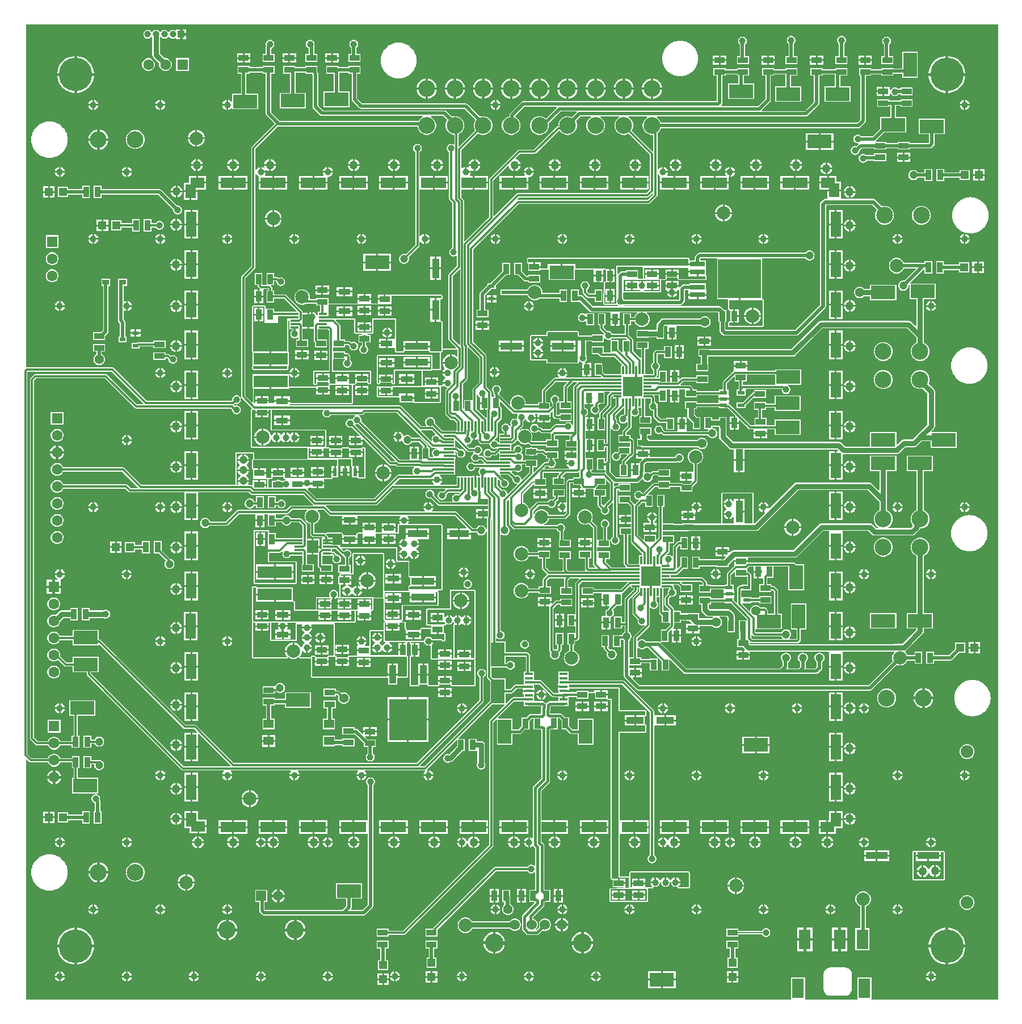
<source format=gtl>
G04*
G04 #@! TF.GenerationSoftware,Altium Limited,Altium Designer,23.5.1 (21)*
G04*
G04 Layer_Physical_Order=1*
G04 Layer_Color=255*
%FSLAX44Y44*%
%MOMM*%
G71*
G04*
G04 #@! TF.SameCoordinates,94069164-061E-4E51-8288-264057568BAF*
G04*
G04*
G04 #@! TF.FilePolarity,Positive*
G04*
G01*
G75*
%ADD12C,0.1500*%
%ADD13C,0.2000*%
%ADD15C,2.0000*%
%ADD16R,0.8500X1.5000*%
%ADD17R,1.2000X1.2000*%
%ADD18R,1.5000X0.3000*%
%ADD19R,0.3000X1.5000*%
%ADD20R,1.0000X0.8000*%
%ADD21R,0.9500X0.6000*%
%ADD22R,1.5000X0.8500*%
%ADD23R,1.2000X0.3050*%
%ADD24R,1.6800X1.8800*%
%ADD25R,3.2000X1.1000*%
%ADD26R,3.6000X2.0000*%
%ADD27R,5.5500X6.1500*%
%ADD28R,1.0000X2.7500*%
%ADD29R,0.8000X1.4750*%
%ADD30R,0.6000X1.3000*%
%ADD31R,3.0000X1.1000*%
%ADD32R,2.0000X3.6000*%
%ADD33R,1.2000X1.2000*%
%ADD34R,1.2500X0.4200*%
%ADD35R,1.1500X0.3000*%
%ADD36R,0.3000X1.1500*%
%ADD37R,3.0000X3.0000*%
%ADD38R,6.4000X5.8000*%
%ADD39R,2.2000X0.8000*%
%ADD40R,2.6000X1.0500*%
%ADD41R,1.5000X1.3000*%
%ADD42R,1.8000X0.9000*%
%ADD43R,1.1000X0.6000*%
%ADD44R,3.7465X1.5240*%
%ADD45R,1.5240X2.0320*%
%ADD46R,1.5240X3.7465*%
%ADD47R,2.0320X1.5240*%
%ADD48R,5.0800X1.7400*%
%ADD49R,1.1000X3.2000*%
%ADD50R,1.1000X3.0000*%
%ADD51R,3.4000X0.9800*%
%ADD109C,0.3000*%
%ADD110C,0.5000*%
%ADD111C,0.6000*%
%ADD112C,0.8000*%
%ADD113C,0.4000*%
%ADD114C,0.3810*%
%ADD115R,1.6000X1.6000*%
%ADD116C,1.6000*%
%ADD117C,1.5000*%
%ADD118R,1.5000X1.5000*%
%ADD119C,2.6000*%
%ADD120C,2.5000*%
%ADD121C,1.5240*%
%ADD122C,2.7500*%
%ADD123C,5.0000*%
%ADD124R,1.8000X3.0000*%
%ADD125C,1.9000*%
%ADD126R,1.0000X1.0000*%
%ADD127C,1.0000*%
%ADD128R,1.6000X1.6000*%
%ADD129C,1.2700*%
%ADD130C,1.2000*%
%ADD131C,1.4000*%
G36*
X1476082Y20169D02*
X1288633D01*
X1287500Y20500D01*
X1287500Y21439D01*
Y53500D01*
X1266500D01*
Y21439D01*
X1266500Y20500D01*
X1265367Y20169D01*
X1189633D01*
X1188500Y20500D01*
X1188500Y21439D01*
Y53500D01*
X1167500D01*
Y21439D01*
X1167500Y20500D01*
X1166367Y20169D01*
X26082D01*
Y377933D01*
X27255Y378419D01*
X30637Y375037D01*
X30637Y375037D01*
X31630Y374374D01*
X32800Y374141D01*
X58984D01*
X59147Y373533D01*
X60398Y371367D01*
X62167Y369598D01*
X64333Y368347D01*
X66749Y367700D01*
X69251D01*
X71667Y368347D01*
X73833Y369598D01*
X75602Y371367D01*
X76852Y373533D01*
X77016Y374141D01*
X94328D01*
Y365457D01*
X97019D01*
Y350931D01*
X94433D01*
Y327931D01*
X133433D01*
Y350931D01*
X103137D01*
Y365457D01*
X105828D01*
Y383456D01*
X94328D01*
Y380259D01*
X77016D01*
X76852Y380867D01*
X75602Y383033D01*
X73833Y384802D01*
X71667Y386053D01*
X69251Y386700D01*
X66749D01*
X64333Y386053D01*
X62167Y384802D01*
X60398Y383033D01*
X59147Y380867D01*
X58984Y380259D01*
X34067D01*
X28059Y386267D01*
Y956941D01*
X153733D01*
X201442Y909232D01*
X200956Y908059D01*
X191267D01*
X147163Y952163D01*
X146171Y952826D01*
X145000Y953059D01*
X145000Y953059D01*
X40000D01*
X40000Y953059D01*
X38830Y952826D01*
X37837Y952163D01*
X32837Y947163D01*
X32174Y946171D01*
X31941Y945000D01*
X31941Y945000D01*
Y410000D01*
X31941Y410000D01*
X32174Y408829D01*
X32837Y407837D01*
X40237Y400437D01*
X41230Y399774D01*
X42400Y399541D01*
X58984D01*
X59147Y398933D01*
X60398Y396767D01*
X62167Y394998D01*
X64333Y393747D01*
X66749Y393100D01*
X69251D01*
X71667Y393747D01*
X73833Y394998D01*
X75602Y396767D01*
X76852Y398933D01*
X77016Y399541D01*
X94250D01*
Y396000D01*
X105750D01*
Y414000D01*
X103059D01*
Y443500D01*
X129500D01*
Y466500D01*
X90500D01*
Y443500D01*
X96941D01*
Y414000D01*
X94250D01*
Y405659D01*
X77016D01*
X76852Y406267D01*
X75602Y408433D01*
X73833Y410202D01*
X71667Y411453D01*
X69251Y412100D01*
X66749D01*
X64333Y411453D01*
X62167Y410202D01*
X60398Y408433D01*
X59147Y406267D01*
X58984Y405659D01*
X43667D01*
X38059Y411267D01*
Y943733D01*
X41267Y946941D01*
X143733D01*
X187837Y902837D01*
X188829Y902174D01*
X190000Y901941D01*
X331839D01*
X333500Y900280D01*
Y899144D01*
X333943Y897491D01*
X334799Y896009D01*
X336009Y894799D01*
X337491Y893943D01*
X339144Y893500D01*
X340856D01*
X342509Y893943D01*
X343991Y894799D01*
X345201Y896009D01*
X346057Y897491D01*
X346500Y899144D01*
Y900856D01*
X346057Y902509D01*
X345201Y903991D01*
X343991Y905201D01*
X342509Y906057D01*
X340856Y906500D01*
X339144D01*
X337653Y906100D01*
X337113Y906395D01*
X336983Y906511D01*
X336957Y906967D01*
X337062Y907993D01*
X337901Y908833D01*
X339144Y908500D01*
X340856D01*
X342509Y908943D01*
X343991Y909799D01*
X345201Y911009D01*
X346057Y912491D01*
X346500Y914144D01*
Y915856D01*
X346057Y917509D01*
X345201Y918991D01*
X343991Y920201D01*
X342509Y921057D01*
X340856Y921500D01*
X339144D01*
X337491Y921057D01*
X336009Y920201D01*
X334799Y918991D01*
X333943Y917509D01*
X333500Y915856D01*
Y914144D01*
X332476Y913059D01*
X206267D01*
X157163Y962163D01*
X156171Y962826D01*
X155000Y963059D01*
X155000Y963059D01*
X26758D01*
X26757Y963059D01*
X26082Y963613D01*
Y1475169D01*
X1476082D01*
Y20169D01*
D02*
G37*
%LPC*%
G36*
X255500Y1467540D02*
X249960D01*
Y1465866D01*
X248690Y1465375D01*
X247509Y1466057D01*
X245856Y1466500D01*
X244144D01*
X242491Y1466057D01*
X241009Y1465201D01*
X239799Y1463991D01*
X239483Y1463445D01*
X238017D01*
X237701Y1463991D01*
X236491Y1465201D01*
X235009Y1466057D01*
X233356Y1466500D01*
X231644D01*
X229991Y1466057D01*
X228509Y1465201D01*
X227299Y1463991D01*
X226983Y1463445D01*
X225517D01*
X225201Y1463991D01*
X223991Y1465201D01*
X222509Y1466057D01*
X220856Y1466500D01*
X219144D01*
X217491Y1466057D01*
X216009Y1465201D01*
X214799Y1463991D01*
X214483Y1463445D01*
X213017D01*
X212701Y1463991D01*
X211491Y1465201D01*
X210009Y1466057D01*
X208356Y1466500D01*
X206644D01*
X204991Y1466057D01*
X203509Y1465201D01*
X202299Y1463991D01*
X201443Y1462509D01*
X201000Y1460856D01*
Y1459144D01*
X201443Y1457491D01*
X202299Y1456009D01*
X203509Y1454799D01*
X204991Y1453943D01*
X206644Y1453500D01*
X208356D01*
X210009Y1453943D01*
X211491Y1454799D01*
X212701Y1456009D01*
X214104Y1455899D01*
X214392Y1455685D01*
Y1429284D01*
X214819Y1427138D01*
X216035Y1425319D01*
X224627Y1416726D01*
X224500Y1416251D01*
Y1413749D01*
X225147Y1411333D01*
X226398Y1409167D01*
X228167Y1407398D01*
X230333Y1406147D01*
X232749Y1405500D01*
X235251D01*
X237667Y1406147D01*
X239833Y1407398D01*
X241602Y1409167D01*
X242852Y1411333D01*
X243500Y1413749D01*
Y1416251D01*
X242852Y1418667D01*
X241602Y1420833D01*
X239833Y1422602D01*
X237667Y1423853D01*
X235251Y1424500D01*
X232749D01*
X232722Y1424493D01*
X225608Y1431607D01*
Y1455685D01*
X225896Y1455899D01*
X227299Y1456009D01*
X228509Y1454799D01*
X229991Y1453943D01*
X231644Y1453500D01*
X233356D01*
X235009Y1453943D01*
X236491Y1454799D01*
X237701Y1456009D01*
X238017Y1456555D01*
X239483D01*
X239799Y1456009D01*
X241009Y1454799D01*
X242491Y1453943D01*
X244144Y1453500D01*
X245856D01*
X247509Y1453943D01*
X248690Y1454625D01*
X249960Y1454134D01*
Y1452460D01*
X255500D01*
Y1460000D01*
Y1467540D01*
D02*
G37*
G36*
X265040D02*
X259500D01*
Y1462000D01*
X265040D01*
Y1467540D01*
D02*
G37*
G36*
Y1458000D02*
X259500D01*
Y1452460D01*
X265040D01*
Y1458000D01*
D02*
G37*
G36*
X428818Y1431457D02*
X420048D01*
Y1425937D01*
X428818D01*
Y1431457D01*
D02*
G37*
G36*
X360818D02*
X352048D01*
Y1425937D01*
X360818D01*
Y1431457D01*
D02*
G37*
G36*
X417508D02*
X408738D01*
Y1425937D01*
X417508D01*
Y1431457D01*
D02*
G37*
G36*
X349508D02*
X340738D01*
Y1425937D01*
X349508D01*
Y1431457D01*
D02*
G37*
G36*
X492818D02*
X484048D01*
Y1425937D01*
X492818D01*
Y1431457D01*
D02*
G37*
G36*
X481508D02*
X472738D01*
Y1425937D01*
X481508D01*
Y1431457D01*
D02*
G37*
G36*
X1143184Y1428290D02*
X1134414D01*
Y1422770D01*
X1143184D01*
Y1428290D01*
D02*
G37*
G36*
X1131874D02*
X1123104D01*
Y1422770D01*
X1131874D01*
Y1428290D01*
D02*
G37*
G36*
X1070891D02*
X1062121D01*
Y1422770D01*
X1070891D01*
Y1428290D01*
D02*
G37*
G36*
X1059581D02*
X1050811D01*
Y1422770D01*
X1059581D01*
Y1428290D01*
D02*
G37*
G36*
X1215622D02*
X1206852D01*
Y1422770D01*
X1215622D01*
Y1428290D01*
D02*
G37*
G36*
X1204313D02*
X1195543D01*
Y1422770D01*
X1204313D01*
Y1428290D01*
D02*
G37*
G36*
X1288040D02*
X1279270D01*
Y1422770D01*
X1288040D01*
Y1428290D01*
D02*
G37*
G36*
X1276730D02*
X1267960D01*
Y1422770D01*
X1276730D01*
Y1428290D01*
D02*
G37*
G36*
X515856Y1451500D02*
X514144D01*
X512491Y1451057D01*
X511009Y1450201D01*
X509799Y1448991D01*
X508943Y1447509D01*
X508500Y1445856D01*
Y1444144D01*
X508943Y1442491D01*
X509799Y1441009D01*
X510922Y1439886D01*
Y1430417D01*
X506985D01*
Y1418917D01*
X524985D01*
Y1430417D01*
X519078D01*
Y1439886D01*
X520201Y1441009D01*
X521057Y1442491D01*
X521500Y1444144D01*
Y1445856D01*
X521057Y1447509D01*
X520201Y1448991D01*
X518991Y1450201D01*
X517509Y1451057D01*
X515856Y1451500D01*
D02*
G37*
G36*
X450856D02*
X449144D01*
X447491Y1451057D01*
X446009Y1450201D01*
X444799Y1448991D01*
X443943Y1447509D01*
X443500Y1445856D01*
Y1444144D01*
X443943Y1442491D01*
X444799Y1441009D01*
X446009Y1439799D01*
X447491Y1438943D01*
X447700Y1438887D01*
Y1430417D01*
X442778D01*
Y1418917D01*
X460778D01*
Y1430417D01*
X455856D01*
Y1441869D01*
X455856Y1441869D01*
X455816Y1442073D01*
X456057Y1442491D01*
X456500Y1444144D01*
Y1445856D01*
X456057Y1447509D01*
X455201Y1448991D01*
X453991Y1450201D01*
X452509Y1451057D01*
X450856Y1451500D01*
D02*
G37*
G36*
X390856D02*
X389144D01*
X387491Y1451057D01*
X386009Y1450201D01*
X384799Y1448991D01*
X383943Y1447509D01*
X383500Y1445856D01*
Y1444144D01*
X383925Y1442558D01*
X383700Y1441425D01*
X383700Y1441425D01*
Y1430417D01*
X378778D01*
Y1418917D01*
X396778D01*
Y1430417D01*
X391856D01*
Y1438768D01*
X392509Y1438943D01*
X393991Y1439799D01*
X395201Y1441009D01*
X396057Y1442491D01*
X396500Y1444144D01*
Y1445856D01*
X396057Y1447509D01*
X395201Y1448991D01*
X393991Y1450201D01*
X392509Y1451057D01*
X390856Y1451500D01*
D02*
G37*
G36*
X492818Y1423397D02*
X484048D01*
Y1417877D01*
X492818D01*
Y1423397D01*
D02*
G37*
G36*
X481508D02*
X472738D01*
Y1417877D01*
X481508D01*
Y1423397D01*
D02*
G37*
G36*
X428818Y1423397D02*
X420048D01*
Y1417877D01*
X428818D01*
Y1423397D01*
D02*
G37*
G36*
X417508D02*
X408738D01*
Y1417877D01*
X417508D01*
Y1423397D01*
D02*
G37*
G36*
X360818D02*
X352048D01*
Y1417877D01*
X360818D01*
Y1423397D01*
D02*
G37*
G36*
X349508D02*
X340738D01*
Y1417877D01*
X349508D01*
Y1423397D01*
D02*
G37*
G36*
X1310856Y1456500D02*
X1309144D01*
X1307491Y1456057D01*
X1306009Y1455201D01*
X1304799Y1453991D01*
X1303943Y1452509D01*
X1303500Y1450856D01*
Y1449144D01*
X1303943Y1447491D01*
X1304799Y1446009D01*
X1305922Y1444886D01*
Y1427250D01*
X1302000D01*
Y1415750D01*
X1320000D01*
Y1427250D01*
X1314078D01*
Y1444886D01*
X1315201Y1446009D01*
X1316057Y1447491D01*
X1316500Y1449144D01*
Y1450856D01*
X1316057Y1452509D01*
X1315201Y1453991D01*
X1313991Y1455201D01*
X1312509Y1456057D01*
X1310856Y1456500D01*
D02*
G37*
G36*
X1243789Y1457526D02*
X1242077D01*
X1240424Y1457083D01*
X1238942Y1456228D01*
X1237732Y1455017D01*
X1236876Y1453535D01*
X1236433Y1451882D01*
Y1450171D01*
X1236876Y1448517D01*
X1237732Y1447035D01*
X1238504Y1446263D01*
Y1427250D01*
X1233583D01*
Y1415750D01*
X1251582D01*
Y1427250D01*
X1246661D01*
Y1445673D01*
X1246924Y1445825D01*
X1248134Y1447035D01*
X1248990Y1448517D01*
X1249433Y1450171D01*
Y1451882D01*
X1248990Y1453535D01*
X1248134Y1455017D01*
X1246924Y1456228D01*
X1245442Y1457083D01*
X1243789Y1457526D01*
D02*
G37*
G36*
X1168577Y1457708D02*
X1166866D01*
X1165212Y1457265D01*
X1163730Y1456409D01*
X1162520Y1455199D01*
X1161664Y1453717D01*
X1161221Y1452064D01*
Y1450352D01*
X1161664Y1448699D01*
X1162520Y1447217D01*
X1163643Y1446094D01*
Y1427250D01*
X1159144D01*
Y1415750D01*
X1177144D01*
Y1427250D01*
X1171800D01*
Y1446094D01*
X1172923Y1447217D01*
X1173778Y1448699D01*
X1174221Y1450352D01*
Y1452064D01*
X1173778Y1453717D01*
X1172923Y1455199D01*
X1171712Y1456409D01*
X1170230Y1457265D01*
X1168577Y1457708D01*
D02*
G37*
G36*
X1095856Y1456500D02*
X1094144D01*
X1092491Y1456057D01*
X1091009Y1455201D01*
X1089799Y1453991D01*
X1088943Y1452509D01*
X1088500Y1450856D01*
Y1449144D01*
X1088943Y1447491D01*
X1089799Y1446009D01*
X1090922Y1444886D01*
Y1427250D01*
X1086851D01*
Y1415750D01*
X1104851D01*
Y1427250D01*
X1099078D01*
Y1444886D01*
X1100201Y1446009D01*
X1101057Y1447491D01*
X1101500Y1449144D01*
Y1450856D01*
X1101057Y1452509D01*
X1100201Y1453991D01*
X1098991Y1455201D01*
X1097509Y1456057D01*
X1095856Y1456500D01*
D02*
G37*
G36*
X1288040Y1420230D02*
X1279270D01*
Y1414710D01*
X1288040D01*
Y1420230D01*
D02*
G37*
G36*
X1276730D02*
X1267960D01*
Y1414710D01*
X1276730D01*
Y1420230D01*
D02*
G37*
G36*
X1215622Y1420230D02*
X1206852D01*
Y1414710D01*
X1215622D01*
Y1420230D01*
D02*
G37*
G36*
X1204313D02*
X1195543D01*
Y1414710D01*
X1204313D01*
Y1420230D01*
D02*
G37*
G36*
X1143184Y1420230D02*
X1134414D01*
Y1414710D01*
X1143184D01*
Y1420230D01*
D02*
G37*
G36*
X1131874D02*
X1123104D01*
Y1414710D01*
X1131874D01*
Y1420230D01*
D02*
G37*
G36*
X1070891Y1420230D02*
X1062121D01*
Y1414710D01*
X1070891D01*
Y1420230D01*
D02*
G37*
G36*
X1059581D02*
X1050811D01*
Y1414710D01*
X1059581D01*
Y1420230D01*
D02*
G37*
G36*
X1356500Y1434500D02*
X1333500D01*
Y1409078D01*
X1320000D01*
Y1409750D01*
X1302000D01*
Y1408078D01*
X1287000D01*
Y1409750D01*
X1269000D01*
Y1398250D01*
X1270922D01*
Y1332689D01*
X1266311Y1328078D01*
X973342D01*
X972987Y1329404D01*
X971144Y1332596D01*
X968537Y1335203D01*
X966894Y1336152D01*
X967234Y1337422D01*
X1189500D01*
X1189500Y1337422D01*
X1191061Y1337732D01*
X1192384Y1338616D01*
X1208236Y1354469D01*
X1209120Y1355792D01*
X1209431Y1357352D01*
X1209431Y1357353D01*
Y1398250D01*
X1214583D01*
Y1399922D01*
X1232922D01*
Y1382500D01*
X1217500D01*
Y1359500D01*
X1256500D01*
Y1382500D01*
X1241078D01*
Y1398250D01*
X1251582D01*
Y1409750D01*
X1233583D01*
Y1408078D01*
X1214583D01*
Y1409750D01*
X1196582D01*
Y1398250D01*
X1201274D01*
Y1359042D01*
X1187811Y1345578D01*
X1124142D01*
X1123616Y1346848D01*
X1136028Y1359261D01*
X1136028Y1359261D01*
X1136912Y1360584D01*
X1137223Y1362144D01*
Y1398250D01*
X1142144D01*
Y1399922D01*
X1158922D01*
Y1382500D01*
X1143500D01*
Y1359500D01*
X1182500D01*
Y1382500D01*
X1167078D01*
Y1398250D01*
X1177144D01*
Y1409750D01*
X1159144D01*
Y1408078D01*
X1142144D01*
Y1409750D01*
X1124144D01*
Y1398250D01*
X1129066D01*
Y1363834D01*
X1118311Y1353078D01*
X1064610D01*
X1063471Y1354345D01*
X1063506Y1354721D01*
X1063735Y1354874D01*
X1064619Y1356197D01*
X1064930Y1357757D01*
Y1398250D01*
X1069851D01*
Y1399922D01*
X1086851D01*
Y1398250D01*
X1088922D01*
Y1386500D01*
X1073500D01*
Y1363500D01*
X1112500D01*
Y1386500D01*
X1097078D01*
Y1398250D01*
X1104851D01*
Y1409750D01*
X1086851D01*
Y1408078D01*
X1069851D01*
Y1409750D01*
X1051851D01*
Y1398250D01*
X1056773D01*
Y1360078D01*
X768000D01*
X768000Y1360078D01*
X766439Y1359768D01*
X765116Y1358884D01*
X765116Y1358884D01*
X748359Y1342126D01*
X747475Y1340803D01*
X747164Y1339243D01*
X747164Y1339243D01*
Y1337750D01*
X744537Y1337046D01*
X741345Y1335203D01*
X738738Y1332596D01*
X736895Y1329404D01*
X735941Y1325843D01*
Y1322157D01*
X736895Y1318596D01*
X738738Y1315404D01*
X741345Y1312797D01*
X744537Y1310954D01*
X748098Y1310000D01*
X751784D01*
X755345Y1310954D01*
X758537Y1312797D01*
X761144Y1315404D01*
X762987Y1318596D01*
X763941Y1322157D01*
Y1325843D01*
X762987Y1329404D01*
X761144Y1332596D01*
X758537Y1335203D01*
X756104Y1336608D01*
X755921Y1338154D01*
X769689Y1351922D01*
X817358D01*
X817884Y1350652D01*
X801486Y1334254D01*
X800537Y1335203D01*
X797345Y1337046D01*
X793784Y1338000D01*
X790098D01*
X786537Y1337046D01*
X783345Y1335203D01*
X780738Y1332596D01*
X778895Y1329404D01*
X777941Y1325843D01*
Y1322157D01*
X778895Y1318596D01*
X780738Y1315404D01*
X783345Y1312797D01*
X786537Y1310954D01*
X790098Y1310000D01*
X793784D01*
X797345Y1310954D01*
X800537Y1312797D01*
X803144Y1315404D01*
X804987Y1318596D01*
X805941Y1322157D01*
Y1325843D01*
X805660Y1326892D01*
X823689Y1344922D01*
X847299D01*
X847825Y1343652D01*
X840533Y1336360D01*
X839345Y1337046D01*
X835784Y1338000D01*
X832098D01*
X828537Y1337046D01*
X825345Y1335203D01*
X822738Y1332596D01*
X820895Y1329404D01*
X819941Y1325843D01*
Y1323007D01*
X818779Y1322776D01*
X817787Y1322113D01*
X817787Y1322113D01*
X783733Y1288059D01*
X761777D01*
X761777Y1288059D01*
X760607Y1287826D01*
X759614Y1287163D01*
X759614Y1287163D01*
X717837Y1245386D01*
X717174Y1244393D01*
X716941Y1243223D01*
X716941Y1243223D01*
Y1187631D01*
X680732Y1151422D01*
X679559Y1151908D01*
Y1211228D01*
X679326Y1212398D01*
X678663Y1213391D01*
X675395Y1216659D01*
Y1228767D01*
X692798D01*
Y1238927D01*
X694068D01*
D01*
X692798D01*
Y1249087D01*
X688700D01*
X688260Y1250357D01*
X689119Y1251846D01*
X689559Y1253486D01*
X682093D01*
Y1254756D01*
X680823D01*
Y1262222D01*
X679183Y1261782D01*
X677464Y1260789D01*
X676829Y1260154D01*
X675559Y1260681D01*
Y1287292D01*
X700435Y1312168D01*
X702537Y1310954D01*
X706098Y1310000D01*
X709784D01*
X713345Y1310954D01*
X716537Y1312797D01*
X719144Y1315404D01*
X720987Y1318596D01*
X721941Y1322157D01*
Y1325843D01*
X720987Y1329404D01*
X719144Y1332596D01*
X716537Y1335203D01*
X713345Y1337046D01*
X709784Y1338000D01*
X706098D01*
X703284Y1337246D01*
X684825Y1355704D01*
X683502Y1356589D01*
X681941Y1356899D01*
X681941Y1356899D01*
X527689D01*
X520063Y1364525D01*
Y1401417D01*
X524985D01*
Y1412917D01*
X506985D01*
Y1411245D01*
X491778D01*
Y1412917D01*
X473778D01*
Y1401417D01*
X484922D01*
Y1374500D01*
X469500D01*
Y1351500D01*
X508500D01*
Y1374500D01*
X493078D01*
Y1403089D01*
X506985D01*
Y1401417D01*
X511907D01*
Y1362836D01*
X511907Y1362836D01*
X512217Y1361275D01*
X513101Y1359952D01*
X523116Y1349937D01*
X523116Y1349937D01*
X524439Y1349053D01*
X526000Y1348742D01*
X526000Y1348742D01*
X680252D01*
X696614Y1332380D01*
X694895Y1329404D01*
X693941Y1325843D01*
Y1322157D01*
X694895Y1318596D01*
X696109Y1316494D01*
X672232Y1292617D01*
X671059Y1293103D01*
Y1310877D01*
X671345Y1310954D01*
X674537Y1312797D01*
X677144Y1315404D01*
X678987Y1318596D01*
X679941Y1322157D01*
Y1325843D01*
X678987Y1329404D01*
X677144Y1332596D01*
X674537Y1335203D01*
X671345Y1337046D01*
X667784Y1338000D01*
X664098D01*
X661284Y1337246D01*
X653325Y1345204D01*
X652002Y1346089D01*
X650441Y1346399D01*
X650441Y1346399D01*
X469189D01*
X461856Y1353732D01*
Y1401167D01*
X461856Y1401167D01*
X461546Y1402728D01*
X460856Y1403760D01*
Y1405417D01*
X460778Y1405811D01*
Y1412917D01*
X442778D01*
Y1411245D01*
X427778D01*
Y1412917D01*
X409778D01*
Y1401417D01*
X419922D01*
Y1372500D01*
X404500D01*
Y1349500D01*
X443500D01*
Y1372500D01*
X428078D01*
Y1403089D01*
X442778D01*
Y1401417D01*
X452849D01*
X453010Y1400606D01*
X453700Y1399574D01*
Y1352043D01*
X453700Y1352043D01*
X454010Y1350482D01*
X454894Y1349159D01*
X464616Y1339437D01*
X465939Y1338553D01*
X467500Y1338242D01*
X467500Y1338242D01*
X617686D01*
X617793Y1338075D01*
X617383Y1336379D01*
X615345Y1335203D01*
X612738Y1332596D01*
X611758Y1330899D01*
X404689D01*
X391856Y1343732D01*
Y1401417D01*
X396778D01*
Y1412917D01*
X378778D01*
Y1411245D01*
X359778D01*
Y1412917D01*
X341778D01*
Y1401417D01*
X346700D01*
Y1371500D01*
X333500D01*
Y1359989D01*
X332862Y1359645D01*
X332230Y1359538D01*
X330978Y1360789D01*
X329259Y1361782D01*
X327619Y1362222D01*
Y1354756D01*
Y1347290D01*
X329259Y1347730D01*
X330978Y1348722D01*
X332230Y1349974D01*
X332862Y1349867D01*
X333500Y1349523D01*
Y1348500D01*
X372500D01*
Y1371500D01*
X354856D01*
Y1401417D01*
X359778D01*
Y1403089D01*
X378778D01*
Y1401417D01*
X383700D01*
Y1342043D01*
X383700Y1342043D01*
X384010Y1340482D01*
X384894Y1339159D01*
X397364Y1326689D01*
X362837Y1292163D01*
X362174Y1291171D01*
X361941Y1290000D01*
X361941Y1290000D01*
Y1113767D01*
X347837Y1099663D01*
X347174Y1098671D01*
X346941Y1097500D01*
X346941Y1097500D01*
Y920000D01*
X346941Y920000D01*
X347174Y918829D01*
X347837Y917837D01*
X362877Y902797D01*
X362473Y901405D01*
X361852Y901148D01*
X361376Y900000D01*
Y845000D01*
X361852Y843852D01*
X363000Y843376D01*
X445572D01*
X446421Y842106D01*
X446376Y842000D01*
Y827500D01*
X445791Y826624D01*
X366624D01*
Y835000D01*
X366148Y836148D01*
X365000Y836624D01*
X340000D01*
X338852Y836148D01*
X338376Y835000D01*
Y787789D01*
X198343D01*
X172909Y813223D01*
X171917Y813886D01*
X170746Y814119D01*
X170746Y814119D01*
X81385D01*
X81222Y814727D01*
X79972Y816893D01*
X78203Y818662D01*
X76037Y819913D01*
X73621Y820560D01*
X71119D01*
X68703Y819913D01*
X66537Y818662D01*
X64768Y816893D01*
X63517Y814727D01*
X62870Y812311D01*
Y809809D01*
X63517Y807393D01*
X64768Y805227D01*
X66537Y803458D01*
X68703Y802207D01*
X71119Y801560D01*
X73621D01*
X76037Y802207D01*
X78203Y803458D01*
X79972Y805227D01*
X81222Y807393D01*
X81385Y808001D01*
X169479D01*
X193248Y784232D01*
X192762Y783059D01*
X182125D01*
X177360Y787823D01*
X176368Y788486D01*
X175198Y788719D01*
X175197Y788719D01*
X81385D01*
X81222Y789327D01*
X79972Y791493D01*
X78203Y793262D01*
X76037Y794513D01*
X73621Y795160D01*
X71119D01*
X68703Y794513D01*
X66537Y793262D01*
X64768Y791493D01*
X63517Y789327D01*
X62870Y786911D01*
Y784409D01*
X63517Y781993D01*
X64768Y779827D01*
X66537Y778058D01*
X68703Y776807D01*
X71119Y776160D01*
X73621D01*
X76037Y776807D01*
X78203Y778058D01*
X79972Y779827D01*
X81222Y781993D01*
X81385Y782601D01*
X173930D01*
X178695Y777837D01*
X178695Y777837D01*
X179687Y777174D01*
X180858Y776941D01*
X262450D01*
Y758232D01*
X282770D01*
Y776941D01*
X358376D01*
X361324Y773994D01*
X362317Y773331D01*
X363487Y773098D01*
X439571D01*
X454340Y758329D01*
X454277Y757842D01*
X453897Y757059D01*
X421958D01*
X421958Y757059D01*
X420787Y756826D01*
X419795Y756163D01*
X419795Y756163D01*
X414191Y750559D01*
X342500D01*
X342500Y750559D01*
X341329Y750326D01*
X340337Y749663D01*
X340337Y749663D01*
X323733Y733059D01*
X300677D01*
X300418Y734025D01*
X299431Y735735D01*
X298034Y737131D01*
X296324Y738119D01*
X294417Y738630D01*
X292442D01*
X290534Y738119D01*
X288824Y737131D01*
X287428Y735735D01*
X286440Y734025D01*
X285929Y732117D01*
Y730142D01*
X286440Y728235D01*
X287428Y726525D01*
X288824Y725128D01*
X290534Y724141D01*
X292442Y723630D01*
X294417D01*
X296324Y724141D01*
X298034Y725128D01*
X299431Y726525D01*
X299671Y726941D01*
X325000D01*
X325000Y726941D01*
X326171Y727174D01*
X327163Y727837D01*
X343767Y744441D01*
X368210D01*
Y736270D01*
X375000D01*
X381790D01*
Y744441D01*
X385663D01*
X386750Y744000D01*
Y726000D01*
X398250D01*
Y731941D01*
X408106D01*
X408998Y730395D01*
X410395Y728998D01*
X412105Y728011D01*
X414013Y727500D01*
X415987D01*
X417895Y728011D01*
X419605Y728998D01*
X421002Y730395D01*
X421894Y731941D01*
X433733D01*
X438771Y726903D01*
Y708534D01*
X433000D01*
X432830Y708568D01*
X398750D01*
Y716000D01*
X388624D01*
Y719000D01*
X388148Y720148D01*
X387000Y720624D01*
X367000D01*
X365852Y720148D01*
X365376Y719000D01*
Y642000D01*
X365852Y640852D01*
X367000Y640376D01*
X428000D01*
X429148Y640852D01*
X429624Y642000D01*
Y672600D01*
X429148Y673748D01*
X428000Y674224D01*
X388624D01*
Y686941D01*
X405000D01*
X405000Y686941D01*
X406171Y687174D01*
X407163Y687837D01*
X408353Y689028D01*
X409370Y688248D01*
X408943Y687509D01*
X408500Y685856D01*
Y684144D01*
X408943Y682491D01*
X409799Y681009D01*
X411009Y679799D01*
X412491Y678943D01*
X414144Y678500D01*
X415856D01*
X417509Y678943D01*
X418991Y679799D01*
X420201Y681009D01*
X421019Y682426D01*
X432805D01*
X432805Y682426D01*
X433101Y682484D01*
X438816D01*
Y669945D01*
X437478D01*
Y658445D01*
X455477D01*
Y669945D01*
X444934D01*
Y683594D01*
X452005D01*
Y695534D01*
X453275D01*
D01*
X452005D01*
Y707474D01*
X444889D01*
Y728170D01*
X444656Y729341D01*
X443993Y730333D01*
X443993Y730333D01*
X437163Y737163D01*
X436171Y737826D01*
X435000Y738059D01*
X435000Y738059D01*
X421894D01*
X421002Y739605D01*
X419605Y741002D01*
X417895Y741989D01*
X415987Y742500D01*
X414013D01*
X412105Y741989D01*
X410395Y741002D01*
X408998Y739605D01*
X408106Y738059D01*
X398250D01*
Y744000D01*
X399337Y744441D01*
X415458D01*
X415458Y744441D01*
X416628Y744674D01*
X417621Y745337D01*
X423225Y750941D01*
X444882D01*
X445408Y749671D01*
X443798Y748061D01*
X442284Y745439D01*
X441500Y742514D01*
Y739486D01*
X442284Y736561D01*
X443798Y733939D01*
X445939Y731798D01*
X448561Y730284D01*
X449941Y729914D01*
Y714758D01*
X449941Y714757D01*
X450174Y713587D01*
X450837Y712595D01*
X452594Y710837D01*
X452594Y710837D01*
X453587Y710174D01*
X454757Y709941D01*
X454757Y709941D01*
X468140D01*
X468232Y709804D01*
X467553Y708534D01*
X467440D01*
Y702484D01*
Y693402D01*
X466977Y693310D01*
X465984Y692647D01*
X465388Y692051D01*
X464215Y692537D01*
Y694264D01*
X454545D01*
Y683594D01*
X461616D01*
Y666325D01*
X461849Y665154D01*
X462512Y664162D01*
X463504Y663499D01*
X464675Y663266D01*
X465000D01*
Y658250D01*
X483000D01*
Y669750D01*
X467734D01*
Y682484D01*
X482440D01*
Y682484D01*
X483710Y682685D01*
X484571Y681824D01*
X484589Y681732D01*
X484356Y681499D01*
X483501Y680017D01*
X483058Y678364D01*
Y676652D01*
X483501Y674999D01*
X484356Y673517D01*
X485567Y672307D01*
X487049Y671451D01*
X488702Y671008D01*
X490413D01*
X492067Y671451D01*
X493549Y672307D01*
X494759Y673517D01*
X495615Y674999D01*
X496058Y676652D01*
Y678364D01*
X495615Y680017D01*
X494759Y681499D01*
X493549Y682709D01*
X492067Y683565D01*
X490413Y684008D01*
X489350D01*
X488851Y684754D01*
X486293Y687312D01*
X485466Y687864D01*
X484491Y688058D01*
X482440D01*
Y692451D01*
X488224D01*
X496620Y684055D01*
X497612Y683392D01*
X498763Y683163D01*
X498943Y682491D01*
X499799Y681009D01*
X501009Y679799D01*
X501941Y679260D01*
Y668750D01*
X492000D01*
Y657250D01*
X494790D01*
X494838Y656000D01*
X494379Y655810D01*
X494150Y655581D01*
X493852Y655458D01*
X493728Y655159D01*
X493500Y654931D01*
Y654608D01*
X493376Y654310D01*
Y652290D01*
X492682Y651250D01*
X492000D01*
Y639750D01*
X492682D01*
X493376Y638710D01*
Y620624D01*
X491445D01*
X490712Y621894D01*
X491057Y622491D01*
X491500Y624144D01*
Y625856D01*
X491057Y627509D01*
X490201Y628991D01*
X488991Y630201D01*
X487509Y631057D01*
X485856Y631500D01*
X484144D01*
X482491Y631057D01*
X481009Y630201D01*
X479799Y628991D01*
X478943Y627509D01*
X478500Y625856D01*
Y624144D01*
X478943Y622491D01*
X479288Y621894D01*
X478555Y620624D01*
X460000D01*
X458852Y620148D01*
X458376Y619000D01*
Y602000D01*
X458125Y601624D01*
X427624D01*
Y612853D01*
X427516Y613113D01*
X427531Y613393D01*
X427287Y613664D01*
X427148Y614001D01*
X426888Y614109D01*
X426701Y614318D01*
X425640Y614825D01*
X425277Y614844D01*
X424940Y614984D01*
X423900D01*
Y634800D01*
X370684D01*
Y635000D01*
X370208Y636148D01*
X369060Y636624D01*
X365000D01*
X363852Y636148D01*
X363376Y635000D01*
Y584000D01*
X363713Y583188D01*
X363376Y582376D01*
Y530730D01*
X363852Y529582D01*
X365000Y529106D01*
X414876D01*
X415175Y529230D01*
X415498D01*
X415726Y529458D01*
X416025Y529582D01*
X416148Y529880D01*
X416376Y530109D01*
X416510Y530431D01*
X417901Y530788D01*
X418018Y530752D01*
X420561Y529284D01*
X423486Y528500D01*
X426514D01*
X429439Y529284D01*
X431982Y530752D01*
X432099Y530788D01*
X433490Y530431D01*
X433624Y530109D01*
X433852Y529880D01*
X433975Y529582D01*
X434274Y529458D01*
X434502Y529230D01*
X434825D01*
X435123Y529106D01*
X451376D01*
Y502000D01*
X451852Y500852D01*
X453000Y500376D01*
X565460D01*
X566500Y499682D01*
Y489750D01*
X579500D01*
Y499682D01*
X580540Y500376D01*
X594000D01*
X595148Y500852D01*
X595624Y502000D01*
Y532000D01*
X595148Y533148D01*
X594062Y533598D01*
Y550996D01*
X594296Y551413D01*
X594325Y551483D01*
X594325Y551483D01*
X594325Y551582D01*
X594418Y551789D01*
X594388Y551942D01*
X594420Y552037D01*
X594391Y552106D01*
X594724Y552984D01*
X595293Y553354D01*
X595341Y553376D01*
X598376D01*
Y552037D01*
X598852Y550888D01*
X600000Y550413D01*
X600061D01*
Y533580D01*
X600000D01*
X598852Y533105D01*
X598376Y531956D01*
Y489000D01*
X598852Y487852D01*
X600000Y487376D01*
X611260D01*
X612408Y487852D01*
X612884Y489000D01*
Y489750D01*
X624716D01*
Y489000D01*
X625192Y487852D01*
X626340Y487376D01*
X639777D01*
X639915Y487434D01*
X640061Y487401D01*
X641244Y487611D01*
X641656Y487875D01*
X642108Y488062D01*
X642165Y488200D01*
X642291Y488280D01*
X642396Y488758D01*
X642584Y489210D01*
Y490250D01*
X659416D01*
X659416Y489210D01*
X659604Y488758D01*
X659709Y488280D01*
X659835Y488200D01*
X659892Y488062D01*
X660344Y487875D01*
X660756Y487612D01*
X661939Y487401D01*
X662085Y487434D01*
X662223Y487376D01*
X695000D01*
X696148Y487852D01*
X696624Y489000D01*
Y527118D01*
X696148Y528266D01*
X696148Y528852D01*
X696624Y530000D01*
Y630000D01*
X696148Y631148D01*
X695000Y631624D01*
X660000D01*
X658852Y631148D01*
X658376Y630000D01*
Y603624D01*
X625000D01*
X623852Y603148D01*
X623376Y602000D01*
Y579967D01*
X623852Y578818D01*
X625000Y578343D01*
X629768D01*
X631000Y578250D01*
Y575318D01*
X629960Y574624D01*
X616288D01*
X616191Y574583D01*
X616089Y574611D01*
X615629Y574350D01*
X615140Y574148D01*
X615100Y574050D01*
X615008Y573998D01*
X614259Y573038D01*
X614119Y572528D01*
X613916Y572040D01*
X613916Y571730D01*
X612987Y571000D01*
X595013D01*
X594084Y571730D01*
X594084Y572040D01*
X593881Y572529D01*
X593740Y573038D01*
X592992Y573998D01*
X592900Y574050D01*
X592860Y574148D01*
X592624Y574246D01*
Y582000D01*
X592148Y583148D01*
X591000Y583624D01*
X587042D01*
X587000Y584876D01*
X588148Y585352D01*
X588624Y586500D01*
Y607376D01*
X640000D01*
X641148Y607852D01*
X641624Y609000D01*
Y628000D01*
X641148Y629148D01*
X641501Y630376D01*
X646000D01*
X647148Y630852D01*
X647624Y632000D01*
Y728000D01*
X647148Y729148D01*
X646000Y729624D01*
X596988D01*
X596336Y730894D01*
X597026Y732090D01*
X597466Y733730D01*
X582534D01*
X582974Y732090D01*
X583664Y730894D01*
X583012Y729624D01*
X582000D01*
X580852Y729148D01*
X580376Y728000D01*
Y716624D01*
X578067D01*
X577040Y717210D01*
X577040Y717894D01*
Y722730D01*
X567000D01*
X556960D01*
Y717894D01*
X556960Y717210D01*
X555933Y716624D01*
X548483D01*
X548061Y717659D01*
X548040Y717833D01*
Y723230D01*
X538000D01*
X527960D01*
Y717833D01*
X527939Y717659D01*
X527517Y716624D01*
X521288D01*
X521191Y716583D01*
X521089Y716611D01*
X520629Y716350D01*
X520140Y716148D01*
X520100Y716050D01*
X520008Y715998D01*
X519259Y715038D01*
X519119Y714529D01*
X518916Y714040D01*
X518916Y713730D01*
X517987Y713000D01*
X500013D01*
X499084Y713730D01*
X499084Y714040D01*
X498881Y714529D01*
X498740Y715038D01*
X497992Y715998D01*
X497900Y716050D01*
X497860Y716148D01*
X497371Y716350D01*
X496911Y716611D01*
X496809Y716583D01*
X496712Y716624D01*
X474437D01*
X474138Y716500D01*
X473815D01*
X473587Y716272D01*
X473289Y716148D01*
X472302Y715715D01*
X471642Y715813D01*
X471622Y715826D01*
X470452Y716059D01*
X470452Y716059D01*
X456059D01*
Y729914D01*
X457439Y730284D01*
X460061Y731798D01*
X462202Y733939D01*
X463716Y736561D01*
X464500Y739486D01*
Y742514D01*
X463716Y745439D01*
X462202Y748061D01*
X460592Y749671D01*
X461118Y750941D01*
X469733D01*
X477837Y742837D01*
X477837Y742837D01*
X478829Y742174D01*
X480000Y741941D01*
X480000Y741941D01*
X497460D01*
Y737270D01*
X509000D01*
X520540D01*
Y741941D01*
X584496D01*
X585008Y740671D01*
X583966Y739630D01*
X582974Y737910D01*
X582534Y736270D01*
X597466D01*
X597026Y737910D01*
X596034Y739630D01*
X594992Y740671D01*
X595504Y741941D01*
X665476D01*
X683204Y724213D01*
X682718Y723040D01*
X673270D01*
Y716270D01*
X689540D01*
Y716336D01*
X689954Y716672D01*
X690810Y717127D01*
X691743Y716941D01*
X691743Y716941D01*
X698106D01*
X698998Y715395D01*
X700395Y713998D01*
X702105Y713011D01*
X704013Y712500D01*
X705987D01*
X707895Y713011D01*
X709605Y713998D01*
X711002Y715395D01*
X711989Y717105D01*
X712500Y719013D01*
Y720987D01*
X711989Y722895D01*
X711002Y724605D01*
X709605Y726002D01*
X707895Y726989D01*
X705987Y727500D01*
X704013D01*
X702105Y726989D01*
X700395Y726002D01*
X698998Y724605D01*
X698106Y723059D01*
X693010D01*
X668905Y747163D01*
X667913Y747826D01*
X666743Y748059D01*
X666742Y748059D01*
X632111D01*
X631585Y749329D01*
X632382Y750126D01*
X633375Y751845D01*
X633814Y753486D01*
X618883D01*
X619322Y751845D01*
X620315Y750126D01*
X621113Y749329D01*
X620587Y748059D01*
X481267D01*
X473279Y756046D01*
X473343Y756534D01*
X473723Y757316D01*
X548375D01*
X548376Y757316D01*
X549546Y757549D01*
X550538Y758212D01*
X574268Y781941D01*
X651340D01*
X651866Y780671D01*
X649149Y777954D01*
X647699Y778343D01*
X645987D01*
X644334Y777900D01*
X642852Y777044D01*
X641642Y775834D01*
X640786Y774352D01*
X640343Y772699D01*
Y770987D01*
X640786Y769334D01*
X641642Y767852D01*
X642852Y766642D01*
X644334Y765786D01*
X645987Y765343D01*
X647699D01*
X649352Y765786D01*
X650834Y766642D01*
X652044Y767852D01*
X652900Y769334D01*
X653343Y770987D01*
Y772699D01*
X653175Y773328D01*
X656524Y776678D01*
X672450D01*
X672936Y775505D01*
X671196Y773766D01*
X670630Y774093D01*
X668977Y774536D01*
X667265D01*
X665612Y774093D01*
X664130Y773237D01*
X662920Y772027D01*
X662064Y770545D01*
X661621Y768892D01*
Y767180D01*
X662064Y765527D01*
X662756Y764329D01*
X662277Y763059D01*
X643911D01*
X634721Y772249D01*
X635000Y773288D01*
Y775000D01*
X634557Y776653D01*
X633701Y778135D01*
X632491Y779345D01*
X631009Y780201D01*
X629356Y780644D01*
X627644D01*
X625991Y780201D01*
X624509Y779345D01*
X623299Y778135D01*
X622443Y776653D01*
X622000Y775000D01*
Y773288D01*
X622443Y771635D01*
X623299Y770153D01*
X624509Y768943D01*
X625991Y768087D01*
X627644Y767644D01*
X629356D01*
X630396Y767923D01*
X640481Y757837D01*
X641474Y757174D01*
X642644Y756941D01*
X642644Y756941D01*
X705025D01*
X705025Y756941D01*
X705158Y756968D01*
X715184D01*
Y752008D01*
X709012D01*
Y745218D01*
Y738428D01*
X713941D01*
Y501000D01*
X713941Y501000D01*
X714174Y499829D01*
X714837Y498837D01*
X718500Y495174D01*
Y466326D01*
X620146Y367972D01*
X613957D01*
X613471Y369145D01*
X707915Y463589D01*
X707915Y463589D01*
X708578Y464581D01*
X708811Y465752D01*
Y501130D01*
X709743Y501668D01*
X710953Y502878D01*
X711809Y504361D01*
X712252Y506014D01*
Y507725D01*
X711809Y509378D01*
X710953Y510860D01*
X709743Y512071D01*
X708261Y512926D01*
X706608Y513369D01*
X704896D01*
X703243Y512926D01*
X701761Y512071D01*
X700551Y510860D01*
X699695Y509378D01*
X699252Y507725D01*
Y506014D01*
X699695Y504361D01*
X700551Y502878D01*
X701761Y501668D01*
X702693Y501130D01*
Y467019D01*
X608733Y373059D01*
X336267D01*
X287842Y421484D01*
X287826Y421565D01*
X287163Y422557D01*
X287163Y422557D01*
X280387Y429333D01*
X279395Y429996D01*
X278224Y430229D01*
X278224Y430229D01*
X264097D01*
X137906Y556420D01*
X136913Y557083D01*
X135743Y557316D01*
X135743Y557316D01*
X134500D01*
Y571500D01*
X95500D01*
Y562659D01*
X76305D01*
X76143Y563267D01*
X74892Y565433D01*
X73123Y567202D01*
X70957Y568453D01*
X68541Y569100D01*
X66039D01*
X63623Y568453D01*
X61457Y567202D01*
X59688Y565433D01*
X58437Y563267D01*
X57790Y560851D01*
Y558349D01*
X58437Y555933D01*
X59688Y553767D01*
X61457Y551998D01*
X63623Y550747D01*
X66039Y550100D01*
X68541D01*
X70957Y550747D01*
X73123Y551998D01*
X74892Y553767D01*
X76143Y555933D01*
X76305Y556541D01*
X95500D01*
Y548500D01*
X134500D01*
Y549515D01*
X135673Y550001D01*
X260667Y425008D01*
X260667Y425008D01*
X261659Y424344D01*
X262830Y424112D01*
X276957D01*
X281337Y419732D01*
X280811Y418462D01*
X273880D01*
Y398459D01*
X282770D01*
Y416108D01*
X284040Y416634D01*
X331529Y369145D01*
X331043Y367972D01*
X261354D01*
X123059Y506267D01*
Y508500D01*
X134500D01*
Y531500D01*
X95500D01*
Y523059D01*
X86267D01*
X76703Y532623D01*
X76790Y532949D01*
Y535451D01*
X76143Y537867D01*
X74892Y540033D01*
X73123Y541802D01*
X70957Y543053D01*
X68541Y543700D01*
X66039D01*
X63623Y543053D01*
X61457Y541802D01*
X59688Y540033D01*
X58437Y537867D01*
X57790Y535451D01*
Y532949D01*
X58437Y530533D01*
X59688Y528367D01*
X61457Y526598D01*
X63623Y525347D01*
X66039Y524700D01*
X68541D01*
X70957Y525347D01*
X73123Y526598D01*
X73600Y527075D01*
X82837Y517837D01*
X83829Y517174D01*
X85000Y516941D01*
X95500D01*
Y508500D01*
X116941D01*
Y505000D01*
X116941Y505000D01*
X117174Y503829D01*
X117837Y502837D01*
X257924Y362750D01*
X258916Y362087D01*
X260087Y361854D01*
X260087Y361854D01*
X321057D01*
X321321Y361430D01*
X321514Y360584D01*
X320315Y359385D01*
X319322Y357666D01*
X318883Y356026D01*
X333814D01*
X333375Y357666D01*
X332382Y359385D01*
X331183Y360584D01*
X331376Y361430D01*
X331640Y361854D01*
X421057D01*
X421321Y361430D01*
X421514Y360584D01*
X420315Y359385D01*
X419322Y357666D01*
X418883Y356026D01*
X433814D01*
X433375Y357666D01*
X432382Y359385D01*
X431183Y360584D01*
X431376Y361430D01*
X431640Y361854D01*
X521057D01*
X521321Y361430D01*
X521514Y360584D01*
X520315Y359385D01*
X519322Y357666D01*
X518883Y356026D01*
X533814D01*
X533375Y357666D01*
X532382Y359385D01*
X531183Y360584D01*
X531376Y361430D01*
X531640Y361854D01*
X621057D01*
X621381Y361333D01*
X621536Y360819D01*
X621559Y360629D01*
X620315Y359385D01*
X619322Y357666D01*
X618883Y356026D01*
X625079D01*
Y362221D01*
X624757Y362135D01*
X624100Y363274D01*
X668077Y407251D01*
X669250Y406765D01*
Y398931D01*
X656616Y386296D01*
X655856Y386500D01*
X654144D01*
X652491Y386057D01*
X651009Y385201D01*
X649799Y383991D01*
X648943Y382509D01*
X648500Y380856D01*
Y379144D01*
X648943Y377491D01*
X649799Y376009D01*
X651009Y374799D01*
X652491Y373943D01*
X654144Y373500D01*
X655856D01*
X657509Y373943D01*
X658991Y374799D01*
X659050Y374858D01*
X660779Y375202D01*
X662598Y376417D01*
X677181Y391000D01*
X680750D01*
Y409000D01*
X671485D01*
X670999Y410173D01*
X721326Y460500D01*
X739515D01*
X740001Y459327D01*
X717837Y437163D01*
X717174Y436171D01*
X716941Y435000D01*
X716941Y435000D01*
Y251267D01*
X588733Y123059D01*
X566972D01*
Y125771D01*
X548972D01*
Y114271D01*
X566972D01*
Y116941D01*
X590000D01*
X590000Y116941D01*
X591171Y117174D01*
X592163Y117837D01*
X722163Y247837D01*
X722826Y248829D01*
X723059Y250000D01*
X723059Y250000D01*
Y433733D01*
X727327Y438001D01*
X728500Y437515D01*
Y400500D01*
X751500D01*
Y416528D01*
X762394D01*
X763722Y416793D01*
X764849Y417545D01*
X770283Y422980D01*
X776874D01*
Y436070D01*
X780217Y439413D01*
X782874D01*
Y422980D01*
X794374D01*
X794540Y421779D01*
Y350176D01*
X782869Y338505D01*
X782116Y337379D01*
X781852Y336050D01*
Y261578D01*
X780582Y261018D01*
X779259Y261782D01*
X777619Y262222D01*
Y254756D01*
Y247290D01*
X779259Y247730D01*
X780978Y248722D01*
X781589Y249333D01*
X782272Y249265D01*
X783052Y249000D01*
X785853Y246199D01*
Y220135D01*
X784583Y219609D01*
X783991Y220201D01*
X782509Y221057D01*
X780856Y221500D01*
X779144D01*
X777491Y221057D01*
X776009Y220201D01*
X774799Y218991D01*
X774260Y218059D01*
X726000D01*
X724829Y217826D01*
X723837Y217163D01*
X723837Y217163D01*
X633837Y127163D01*
X633174Y126171D01*
X633090Y125750D01*
X622000D01*
Y114250D01*
X640000D01*
Y124674D01*
X727267Y211941D01*
X774260D01*
X774799Y211009D01*
X776009Y209799D01*
X777491Y208943D01*
X779144Y208500D01*
X780856D01*
X782509Y208943D01*
X783991Y209799D01*
X784583Y210391D01*
X785853Y209865D01*
Y184265D01*
X785655Y184067D01*
X784845D01*
X784510Y184000D01*
X776750D01*
Y166000D01*
X784510D01*
X784587Y165985D01*
X784955Y165287D01*
X785062Y164663D01*
X766820Y146422D01*
X766068Y145295D01*
X765803Y143967D01*
Y125725D01*
X766068Y124396D01*
X766820Y123270D01*
X772545Y117545D01*
X773671Y116793D01*
X775000Y116528D01*
X788300D01*
X789629Y116793D01*
X790755Y117545D01*
X796736Y123527D01*
X796780Y123502D01*
X799099Y122880D01*
X801501D01*
X803820Y123502D01*
X805900Y124702D01*
X807598Y126400D01*
X808799Y128480D01*
X809420Y130799D01*
Y133201D01*
X808799Y135520D01*
X807598Y137600D01*
X805900Y139298D01*
X803820Y140499D01*
X801501Y141120D01*
X799099D01*
X796780Y140499D01*
X794700Y139298D01*
X793002Y137600D01*
X791802Y135520D01*
X791180Y133201D01*
Y130799D01*
X791802Y128480D01*
X791827Y128436D01*
X787451Y124061D01*
X787130Y124137D01*
X786733Y125536D01*
X787598Y126400D01*
X788799Y128480D01*
X789420Y130799D01*
Y133201D01*
X788799Y135520D01*
X787598Y137600D01*
X785900Y139298D01*
X783820Y140499D01*
X782385Y140883D01*
Y143187D01*
X798130Y158932D01*
X798883Y160058D01*
X799147Y161387D01*
Y165735D01*
X799345Y165933D01*
X800155D01*
X800490Y166000D01*
X808250D01*
Y184000D01*
X800490D01*
X800155Y184067D01*
X799345D01*
X799147Y184265D01*
Y250267D01*
X798883Y251596D01*
X798130Y252722D01*
X795145Y255707D01*
Y267377D01*
X812541D01*
Y277537D01*
Y287697D01*
X795145D01*
Y331982D01*
X806817Y343653D01*
X807569Y344779D01*
X807833Y346108D01*
Y423130D01*
X808032Y423328D01*
X810990D01*
X811326Y423395D01*
X819085D01*
Y439828D01*
X821742D01*
X825085Y436485D01*
Y423395D01*
X831675D01*
X837416Y417654D01*
X838542Y416901D01*
X839871Y416637D01*
X849484D01*
Y400609D01*
X872484D01*
Y439609D01*
X849484D01*
Y423581D01*
X841309D01*
X836585Y428304D01*
Y441395D01*
X829995D01*
X825635Y445754D01*
X824509Y446507D01*
X823180Y446771D01*
X807910D01*
X807712Y446969D01*
Y450948D01*
X808382Y451951D01*
X808647Y453279D01*
Y457980D01*
X808845Y458178D01*
X820250D01*
Y458050D01*
X835750D01*
Y464400D01*
Y471616D01*
X847000D01*
Y469250D01*
X865000D01*
Y477376D01*
X873960D01*
X875000Y476682D01*
Y469250D01*
X892416D01*
Y469000D01*
X892892Y467852D01*
X894040Y467376D01*
X898376D01*
Y201822D01*
X898451Y201642D01*
X898420Y201450D01*
X898692Y200293D01*
X898953Y199930D01*
X899125Y199517D01*
X899305Y199442D01*
X899418Y199284D01*
X899860Y199212D01*
X900273Y199041D01*
X901270Y199041D01*
X901313Y197868D01*
Y188125D01*
X917432D01*
X917593Y187856D01*
X916874Y186583D01*
X898305Y186499D01*
X897737Y186260D01*
X897165Y186023D01*
X897163Y186019D01*
X897159Y186018D01*
X896926Y185447D01*
X896689Y184875D01*
Y167375D01*
X897165Y166227D01*
X898313Y165751D01*
X952088D01*
X953236Y166227D01*
X953711Y167375D01*
Y184218D01*
X953710Y184220D01*
X953711Y184222D01*
X953543Y184625D01*
X953732Y185117D01*
X954365Y185894D01*
X954368Y185895D01*
X960338D01*
X960730Y186057D01*
X961150Y186113D01*
X961283Y186287D01*
X961486Y186371D01*
X961648Y186762D01*
X961906Y187098D01*
X962087Y187774D01*
X963275Y188623D01*
X963487Y188676D01*
X964144Y188500D01*
X965856D01*
X967509Y188943D01*
X968991Y189799D01*
X970201Y191009D01*
X971057Y192491D01*
X971500Y194144D01*
Y195434D01*
X972500Y196096D01*
X973500Y195434D01*
Y194144D01*
X973943Y192491D01*
X974799Y191009D01*
X976009Y189799D01*
X977491Y188943D01*
X979144Y188500D01*
X980856D01*
X982509Y188943D01*
X983991Y189799D01*
X985201Y191009D01*
X986057Y192491D01*
X986500Y194144D01*
Y195434D01*
X987500Y196096D01*
X988500Y195434D01*
Y194144D01*
X988943Y192491D01*
X989799Y191009D01*
X991009Y189799D01*
X992491Y188943D01*
X994144Y188500D01*
X995856D01*
X996513Y188676D01*
X996725Y188623D01*
X997913Y187774D01*
X998094Y187099D01*
X998352Y186762D01*
X998514Y186371D01*
X998717Y186287D01*
X998850Y186113D01*
X999270Y186057D01*
X999662Y185895D01*
X1014874D01*
X1016022Y186371D01*
X1016497Y187519D01*
Y209251D01*
X1016497Y209252D01*
X1016497Y209254D01*
X1016258Y209829D01*
X1016022Y210399D01*
X1016021Y210399D01*
X1016020Y210401D01*
X1015120Y211297D01*
X1015119Y211298D01*
X1015118Y211299D01*
X1014544Y211535D01*
X1013971Y211771D01*
X1013970Y211770D01*
X1013969Y211771D01*
X928056Y211483D01*
X927485Y211244D01*
X926913Y211007D01*
X926912Y211005D01*
X926909Y211004D01*
X926674Y210431D01*
X926438Y209859D01*
Y204778D01*
X925167Y203929D01*
X925000Y203999D01*
X911936D01*
Y266250D01*
X912282Y267377D01*
X913206Y267377D01*
X932284D01*
Y277537D01*
Y287697D01*
X913206D01*
X912282Y287697D01*
X911936Y288824D01*
Y418376D01*
X950000D01*
X951148Y418852D01*
X951624Y420000D01*
Y428823D01*
X951148Y429971D01*
X950000Y430446D01*
X949261D01*
Y442779D01*
X950000D01*
X951148Y443255D01*
X951624Y444403D01*
Y450000D01*
X951148Y451148D01*
X950000Y451624D01*
X911624D01*
Y484292D01*
X911148Y485440D01*
X910000Y485915D01*
X836790D01*
Y490265D01*
X915409D01*
X956941Y448733D01*
Y235740D01*
X956009Y235201D01*
X954799Y233991D01*
X953943Y232509D01*
X953500Y230856D01*
Y229144D01*
X953943Y227491D01*
X954799Y226009D01*
X956009Y224799D01*
X957491Y223943D01*
X959144Y223500D01*
X960856D01*
X962509Y223943D01*
X963991Y224799D01*
X965201Y226009D01*
X966057Y227491D01*
X966500Y229144D01*
Y230856D01*
X966057Y232509D01*
X965201Y233991D01*
X963991Y235201D01*
X963059Y235740D01*
Y428563D01*
X964221Y428823D01*
X964329Y428823D01*
X978491D01*
Y436613D01*
Y444403D01*
X964329D01*
X964221Y444403D01*
X963059Y444662D01*
Y450000D01*
X962826Y451171D01*
X962163Y452163D01*
X962163Y452163D01*
X918839Y495486D01*
X917847Y496150D01*
X916676Y496382D01*
X916676Y496382D01*
X835750D01*
Y502500D01*
Y509700D01*
X820250D01*
Y502500D01*
Y491690D01*
X819210D01*
Y488320D01*
X828000D01*
Y485780D01*
X819210D01*
Y482410D01*
X820250D01*
Y477409D01*
X813917D01*
X795763Y495563D01*
X794771Y496226D01*
X793600Y496459D01*
X793600Y496459D01*
X783750D01*
Y509700D01*
X778059D01*
Y533242D01*
X778059Y533243D01*
X777826Y534413D01*
X777163Y535406D01*
X777163Y535406D01*
X775406Y537163D01*
X774413Y537826D01*
X773243Y538059D01*
X773242Y538059D01*
X741500D01*
Y554500D01*
X727559D01*
Y558965D01*
X728829Y559492D01*
X729509Y558811D01*
X730991Y557956D01*
X732644Y557513D01*
X734356D01*
X736009Y557956D01*
X737491Y558811D01*
X738701Y560022D01*
X739557Y561504D01*
X740000Y563157D01*
Y564868D01*
X739557Y566521D01*
X738701Y568004D01*
X737491Y569214D01*
X736009Y570070D01*
X734649Y570434D01*
X734604Y570663D01*
X734059Y571478D01*
Y713675D01*
X735232Y714161D01*
X735395Y713998D01*
X737105Y713011D01*
X739013Y712500D01*
X740987D01*
X742895Y713011D01*
X744605Y713998D01*
X746002Y715395D01*
X746989Y717105D01*
X747500Y719013D01*
Y720987D01*
X746989Y722895D01*
X746002Y724605D01*
X744605Y726002D01*
X743059Y726894D01*
Y763733D01*
X745768Y766442D01*
X746941Y765956D01*
Y735000D01*
X746941Y735000D01*
X746941Y735000D01*
Y730000D01*
X746941Y730000D01*
X747174Y728829D01*
X747837Y727837D01*
X752837Y722837D01*
X752837Y722837D01*
X753829Y722174D01*
X755000Y721941D01*
X817425D01*
X817629Y721177D01*
X818485Y719695D01*
X819695Y718485D01*
X821177Y717629D01*
X821941Y717425D01*
Y706250D01*
X821000D01*
Y694750D01*
X839000D01*
Y706250D01*
X828059D01*
Y718866D01*
X828888Y719695D01*
X829743Y721177D01*
X830186Y722831D01*
Y724542D01*
X829743Y726195D01*
X828888Y727677D01*
X827677Y728888D01*
X826195Y729743D01*
X824542Y730186D01*
X822831D01*
X821177Y729743D01*
X819695Y728888D01*
X818866Y728059D01*
X800069D01*
X799480Y729209D01*
X799517Y729329D01*
X802061Y730798D01*
X804202Y732939D01*
X805716Y735561D01*
X806086Y736941D01*
X830000D01*
X830000Y736941D01*
X831171Y737174D01*
X832163Y737837D01*
X837163Y742837D01*
X837163Y742837D01*
X837826Y743829D01*
X838059Y745000D01*
Y790441D01*
X842000D01*
Y787750D01*
X852564D01*
X853313Y786757D01*
X853545Y785587D01*
X854208Y784594D01*
X854743Y784060D01*
X854217Y782790D01*
X852270D01*
Y777270D01*
X861040D01*
Y781941D01*
X871809D01*
X873000Y781750D01*
X873000Y780844D01*
Y770250D01*
X878941D01*
Y758000D01*
X878941Y758000D01*
X879174Y756830D01*
X879837Y755837D01*
X883779Y751896D01*
X883500Y750856D01*
Y749144D01*
X883943Y747491D01*
X884799Y746009D01*
X886009Y744799D01*
X887491Y743943D01*
X889144Y743500D01*
X890856D01*
X892509Y743943D01*
X893991Y744799D01*
X895201Y746009D01*
X896057Y747491D01*
X896500Y749144D01*
Y750856D01*
X896057Y752509D01*
X895201Y753991D01*
X894276Y754916D01*
Y754950D01*
X900768Y761442D01*
X901941Y760956D01*
Y710740D01*
X901009Y710201D01*
X899799Y708991D01*
X898943Y707509D01*
X898500Y705856D01*
Y704144D01*
X898943Y702491D01*
X899799Y701009D01*
X901009Y699799D01*
X902491Y698943D01*
X904144Y698500D01*
X905856D01*
X907509Y698943D01*
X908991Y699799D01*
X910201Y701009D01*
X911057Y702491D01*
X911500Y704144D01*
Y705856D01*
X911057Y707509D01*
X910201Y708991D01*
X908991Y710201D01*
X908059Y710740D01*
Y780731D01*
X910142D01*
Y778039D01*
X928142D01*
Y789539D01*
X910142D01*
Y786848D01*
X906758D01*
X906757Y786848D01*
X905587Y786615D01*
X904594Y785952D01*
X904594Y785952D01*
X904232Y785590D01*
X903059Y786076D01*
Y790075D01*
X903174Y790275D01*
X904329Y791055D01*
X905000Y790922D01*
X905000Y790922D01*
X937777D01*
X937777Y790922D01*
X939338Y791232D01*
X940661Y792116D01*
X945319Y796774D01*
X946696Y796355D01*
X947505Y794954D01*
X948901Y793558D01*
X950611Y792570D01*
X952519Y792059D01*
X954493D01*
X956401Y792570D01*
X958111Y793558D01*
X959508Y794954D01*
X960495Y796664D01*
X961006Y798572D01*
Y800298D01*
X962899Y802191D01*
X969000D01*
Y799750D01*
X987000D01*
Y811250D01*
X969000D01*
Y808309D01*
X961632D01*
X961632Y808309D01*
X960462Y808076D01*
X959469Y807413D01*
X957798Y805742D01*
X956401Y806548D01*
X954493Y807059D01*
X952519D01*
X950611Y806548D01*
X948901Y805561D01*
X948024Y806467D01*
X948768Y807581D01*
X949078Y809142D01*
X949078Y809142D01*
Y818311D01*
X952029Y821262D01*
X996768D01*
X996768Y821262D01*
X998328Y821572D01*
X998660Y821793D01*
X999889Y821464D01*
X1001600D01*
X1003254Y821907D01*
X1004736Y822763D01*
X1005946Y823973D01*
X1006802Y825455D01*
X1007245Y827108D01*
Y828820D01*
X1006802Y830473D01*
X1005946Y831955D01*
X1004736Y833165D01*
X1003254Y834021D01*
X1001600Y834464D01*
X999889D01*
X998236Y834021D01*
X996754Y833165D01*
X995543Y831955D01*
X994688Y830473D01*
X994405Y829418D01*
X956777D01*
Y832320D01*
X946737D01*
X936697D01*
Y826800D01*
X944373D01*
X944859Y825627D01*
X942116Y822884D01*
X941232Y821561D01*
X940922Y820004D01*
X936604D01*
Y809964D01*
X935334D01*
Y808693D01*
X928544D01*
Y799923D01*
X927624Y799078D01*
X906689D01*
X898328Y807439D01*
Y820250D01*
X898316Y820314D01*
X898326Y820330D01*
X898559Y821500D01*
X898559Y821500D01*
Y849500D01*
Y871491D01*
X899829Y871832D01*
X900485Y870695D01*
X901695Y869485D01*
X903177Y868629D01*
X904830Y868186D01*
X906542D01*
X908195Y868629D01*
X909677Y869485D01*
X910888Y870695D01*
X911743Y872177D01*
X912186Y873830D01*
Y875542D01*
X911743Y877195D01*
X910888Y878677D01*
X909677Y879888D01*
X908195Y880743D01*
X907842Y880838D01*
Y884186D01*
X907609Y885357D01*
X906946Y886349D01*
X906946Y886349D01*
X906272Y887023D01*
X906109Y887843D01*
X906059Y887918D01*
Y891749D01*
X917331Y903022D01*
X918601Y902496D01*
Y893821D01*
X917280Y892500D01*
X916144D01*
X914491Y892057D01*
X913009Y891201D01*
X911799Y889991D01*
X910943Y888509D01*
X910500Y886856D01*
Y885144D01*
X910943Y883491D01*
X911799Y882009D01*
X913009Y880799D01*
X914491Y879943D01*
X916144Y879500D01*
X917856D01*
X919509Y879943D01*
X920991Y880799D01*
X922060Y881868D01*
X922654Y881774D01*
X923330Y881424D01*
Y875878D01*
X916477Y869025D01*
X915814Y868033D01*
X915581Y866862D01*
X915581Y866862D01*
Y862563D01*
X909640D01*
Y851063D01*
X926941D01*
Y845063D01*
X909640D01*
Y837889D01*
X908338Y836587D01*
X907496Y836813D01*
X905784D01*
X904131Y836370D01*
X902649Y835514D01*
X901439Y834304D01*
X900583Y832822D01*
X900140Y831169D01*
Y829457D01*
X900583Y827804D01*
X901439Y826322D01*
X902649Y825112D01*
X904131Y824256D01*
X905784Y823813D01*
X907496D01*
X909149Y824256D01*
X910631Y825112D01*
X911841Y826322D01*
X912697Y827804D01*
X913140Y829457D01*
Y831169D01*
X912809Y832406D01*
X913966Y833563D01*
X922578D01*
X923064Y832390D01*
X915671Y824997D01*
X915008Y824005D01*
X914775Y822834D01*
X914775Y822834D01*
Y818963D01*
X912084D01*
Y800964D01*
X923584D01*
Y818963D01*
X920893D01*
Y821567D01*
X928582Y829256D01*
X929546Y829900D01*
X931303Y831657D01*
X931303Y831657D01*
X931947Y832621D01*
X932163Y832837D01*
X932163Y832837D01*
X932826Y833829D01*
X933059Y835000D01*
Y853242D01*
X933059Y853243D01*
X932826Y854413D01*
X932163Y855406D01*
X932163Y855406D01*
X930406Y857163D01*
X929413Y857826D01*
X928243Y858059D01*
X927640Y859067D01*
Y862563D01*
X921699D01*
Y865595D01*
X928552Y872448D01*
X928552Y872448D01*
X929215Y873441D01*
X929448Y874611D01*
X929448Y874611D01*
Y890375D01*
X930718Y890880D01*
X931880Y890209D01*
X933533Y889766D01*
X935245D01*
X936898Y890209D01*
X938380Y891065D01*
X939590Y892275D01*
X940446Y893757D01*
X940889Y895410D01*
Y897122D01*
X940446Y898775D01*
X939660Y900136D01*
X939719Y900431D01*
Y903676D01*
X943601D01*
Y890750D01*
X941000D01*
Y879250D01*
X959000D01*
Y890750D01*
X949719D01*
Y910926D01*
X949660Y911222D01*
Y916825D01*
X953320D01*
X953616Y916766D01*
X958276D01*
Y910706D01*
X958042Y910572D01*
X956832Y909361D01*
X955976Y907879D01*
X955534Y906226D01*
Y904515D01*
X955976Y902861D01*
X956832Y901379D01*
X958042Y900169D01*
X959525Y899313D01*
X961178Y898870D01*
X961941D01*
Y890000D01*
X961941Y890000D01*
X962174Y888829D01*
X962837Y887837D01*
X969337Y881337D01*
X969337Y881337D01*
X970330Y880674D01*
X971500Y880441D01*
X981250D01*
Y870000D01*
X992750D01*
Y888000D01*
X986193D01*
X985750Y888088D01*
X985307Y888000D01*
X981250D01*
Y886559D01*
X972767D01*
X968059Y891267D01*
Y901321D01*
X967839Y902426D01*
X968091Y902861D01*
X968533Y904515D01*
Y906226D01*
X968091Y907879D01*
X967235Y909361D01*
X966025Y910572D01*
X964542Y911427D01*
X964393Y911467D01*
Y918067D01*
X964393Y918067D01*
X964160Y919238D01*
X963497Y920230D01*
X963497Y920230D01*
X963135Y920592D01*
X963621Y921766D01*
X970250D01*
Y912000D01*
X981750D01*
Y930000D01*
X982837Y930441D01*
X986710D01*
Y922270D01*
X1000290D01*
Y930441D01*
X1007809D01*
X1009000Y930250D01*
Y918750D01*
X1027000D01*
Y921691D01*
X1057753D01*
X1058960Y921540D01*
Y917270D01*
X1075040D01*
Y921540D01*
X1074000D01*
Y930000D01*
X1071619D01*
Y939124D01*
X1082051Y949556D01*
X1083225Y949070D01*
Y942313D01*
X1089166D01*
Y930000D01*
X1086000D01*
Y921000D01*
X1100000D01*
Y930000D01*
X1100000D01*
X1100445Y931086D01*
X1152286D01*
X1153500Y930856D01*
Y929144D01*
X1153943Y927491D01*
X1154799Y926009D01*
X1156009Y924799D01*
X1157491Y923943D01*
X1159144Y923500D01*
X1160856D01*
X1162509Y923943D01*
X1163991Y924799D01*
X1165201Y926009D01*
X1166057Y927491D01*
X1166500Y929144D01*
Y930856D01*
X1166057Y932509D01*
X1165201Y933991D01*
X1163991Y935201D01*
X1162509Y936057D01*
X1162256Y936125D01*
X1162423Y937395D01*
X1182480D01*
Y960395D01*
X1143480D01*
Y958371D01*
X1103369D01*
X1102265Y958773D01*
X1102265Y959641D01*
Y964293D01*
X1092225D01*
X1082185D01*
X1082185Y959103D01*
X1082051Y958494D01*
X1081675Y957713D01*
X1081319Y957476D01*
X1081319Y957475D01*
X1066398Y942554D01*
X1065735Y941562D01*
X1065502Y940391D01*
X1065502Y940391D01*
Y930000D01*
X1060000D01*
Y927809D01*
X1027000D01*
Y930250D01*
X1021059D01*
Y931742D01*
X1021059Y931743D01*
X1020826Y932913D01*
X1020163Y933905D01*
X1020163Y933906D01*
X1018406Y935663D01*
X1017413Y936326D01*
X1016243Y936559D01*
X1016243Y936559D01*
X1003036D01*
X1002551Y937732D01*
X1006760Y941941D01*
X1026000D01*
Y939750D01*
X1044000D01*
Y951250D01*
X1026000D01*
Y948059D01*
X1005493D01*
X1005493Y948059D01*
X1004322Y947826D01*
X1003330Y947163D01*
X1003330Y947163D01*
X1001463Y945296D01*
X1000290Y945782D01*
Y947730D01*
X986710D01*
Y941559D01*
X981750D01*
Y958000D01*
X970250D01*
Y947883D01*
X967287D01*
X966801Y949057D01*
X967163Y949419D01*
X967163Y949419D01*
X967826Y950412D01*
X968059Y951582D01*
X968059Y951582D01*
Y959260D01*
X968991Y959799D01*
X970201Y961009D01*
X971057Y962491D01*
X971500Y964144D01*
Y965856D01*
X971057Y967509D01*
X970201Y968991D01*
X968991Y970201D01*
X968059Y970740D01*
Y982941D01*
X977750D01*
Y977000D01*
X989250D01*
Y995000D01*
X977750D01*
Y989059D01*
X966758D01*
X966757Y989059D01*
X965587Y988826D01*
X964594Y988163D01*
X964594Y988163D01*
X962837Y986405D01*
X962174Y985413D01*
X961941Y984243D01*
X961941Y984242D01*
Y970740D01*
X961009Y970201D01*
X959799Y968991D01*
X958943Y967509D01*
X958500Y965856D01*
Y964144D01*
X958943Y962491D01*
X959799Y961009D01*
X961009Y959799D01*
X961941Y959260D01*
Y952883D01*
X953616D01*
X953320Y952825D01*
X949660D01*
Y958631D01*
X949719Y958926D01*
Y990250D01*
X955000D01*
Y1001750D01*
X937000D01*
Y990250D01*
X943601D01*
Y977391D01*
X942428Y976905D01*
X931809Y987524D01*
Y1003743D01*
X931809Y1003743D01*
X931576Y1004913D01*
X930913Y1005906D01*
X930913Y1005906D01*
X925559Y1011260D01*
Y1026000D01*
X928250D01*
Y1031941D01*
X933914D01*
X934284Y1030561D01*
X935798Y1027939D01*
X937939Y1025798D01*
X940561Y1024284D01*
X943486Y1023500D01*
X946514D01*
X949439Y1024284D01*
X952061Y1025798D01*
X954202Y1027939D01*
X955716Y1030561D01*
X956500Y1033486D01*
Y1036514D01*
X955716Y1039439D01*
X954202Y1042061D01*
X952122Y1044142D01*
X952147Y1044524D01*
X952385Y1045412D01*
X1058335D01*
X1059162Y1044585D01*
Y1041250D01*
X1059250Y1040807D01*
Y1031000D01*
X1060412D01*
Y1018515D01*
X1060761Y1016759D01*
X1061756Y1015270D01*
X1065270Y1011756D01*
X1066759Y1010761D01*
X1068515Y1010412D01*
X1175000D01*
X1176756Y1010761D01*
X1178244Y1011756D01*
X1218244Y1051756D01*
X1219239Y1053244D01*
X1219588Y1055000D01*
Y1204585D01*
X1220415Y1205412D01*
X1288100D01*
X1295474Y1198037D01*
X1293954Y1195404D01*
X1293000Y1191843D01*
Y1188157D01*
X1293954Y1184596D01*
X1295797Y1181404D01*
X1298404Y1178797D01*
X1301596Y1176954D01*
X1305157Y1176000D01*
X1308843D01*
X1312404Y1176954D01*
X1315596Y1178797D01*
X1318203Y1181404D01*
X1320046Y1184596D01*
X1321000Y1188157D01*
Y1191843D01*
X1320046Y1195404D01*
X1318203Y1198596D01*
X1315596Y1201203D01*
X1312404Y1203046D01*
X1308843Y1204000D01*
X1305157D01*
X1303053Y1203436D01*
X1293244Y1213244D01*
X1291756Y1214239D01*
X1290000Y1214588D01*
X1242803D01*
X1241620Y1214797D01*
X1241620Y1215858D01*
Y1226227D01*
X1231460D01*
X1221300D01*
X1221300Y1214797D01*
X1220117Y1214588D01*
X1218515D01*
X1216759Y1214239D01*
X1215270Y1213244D01*
X1211756Y1209730D01*
X1210761Y1208241D01*
X1210412Y1206485D01*
Y1056900D01*
X1173100Y1019588D01*
X1070415D01*
X1069588Y1020415D01*
Y1031000D01*
X1070750D01*
Y1049000D01*
X1067482D01*
X1066994Y1049730D01*
X1063480Y1053244D01*
X1061991Y1054239D01*
X1060235Y1054588D01*
X917993D01*
X917366Y1055858D01*
X917415Y1055922D01*
X1002071D01*
X1002071Y1055922D01*
X1003632Y1056232D01*
X1004955Y1057116D01*
X1007884Y1060045D01*
X1007884Y1060045D01*
X1008768Y1061368D01*
X1009078Y1062929D01*
Y1078311D01*
X1009689Y1078922D01*
X1013514D01*
X1014460Y1078140D01*
Y1072870D01*
X1028000D01*
X1041540D01*
Y1078140D01*
X1040500D01*
Y1088500D01*
X1015500D01*
Y1087078D01*
X1008000D01*
X1008000Y1087078D01*
X1006439Y1086768D01*
X1005116Y1085884D01*
X1005116Y1085884D01*
X1002116Y1082884D01*
X1001977Y1082676D01*
X1000251Y1082368D01*
X1000040Y1082520D01*
Y1083730D01*
X990000D01*
X979960D01*
Y1078210D01*
X981739D01*
X982714Y1076940D01*
X982534Y1076270D01*
X997466D01*
X997286Y1076940D01*
X998261Y1078210D01*
X1000040Y1078210D01*
X1000922Y1077305D01*
Y1064618D01*
X1000382Y1064078D01*
X918824D01*
X918029Y1065456D01*
X916819Y1066666D01*
X916712Y1066728D01*
Y1074035D01*
X917981Y1074884D01*
X918000Y1074876D01*
X942683D01*
X943167Y1075077D01*
X943672Y1075212D01*
X943728Y1075309D01*
X943831Y1075352D01*
X944031Y1075835D01*
X944293Y1076288D01*
X944360Y1076794D01*
X945640D01*
X945707Y1076288D01*
X945968Y1075835D01*
X946169Y1075352D01*
X946272Y1075309D01*
X946328Y1075212D01*
X946833Y1075077D01*
X947317Y1074876D01*
X972000D01*
X973148Y1075352D01*
X973624Y1076500D01*
Y1093376D01*
X978984D01*
X979449Y1093569D01*
X979939Y1093687D01*
X980915Y1094397D01*
X980985Y1094511D01*
X981108Y1094562D01*
X981301Y1095027D01*
X981564Y1095457D01*
X981555Y1095492D01*
X981577Y1095694D01*
X981584Y1095710D01*
Y1095758D01*
X981640Y1096293D01*
X982757Y1096750D01*
X997243D01*
X998360Y1096293D01*
X998416Y1095758D01*
Y1095710D01*
X998423Y1095694D01*
X998445Y1095492D01*
X998436Y1095457D01*
X998699Y1095027D01*
X998892Y1094562D01*
X999015Y1094511D01*
X999085Y1094397D01*
X1000061Y1093687D01*
X1000551Y1093569D01*
X1001016Y1093376D01*
X1040000D01*
X1041148Y1093852D01*
X1041624Y1095000D01*
Y1099260D01*
X1041148Y1100408D01*
X1040500Y1100676D01*
Y1110430D01*
X1040500Y1111300D01*
X1040500D01*
Y1111700D01*
X1040500D01*
Y1122700D01*
X1032078D01*
Y1125382D01*
X1032618Y1125922D01*
X1056122D01*
X1057300Y1125700D01*
X1057300Y1124652D01*
Y1064700D01*
X1072682D01*
X1073376Y1063660D01*
Y1051016D01*
X1073569Y1050551D01*
X1073687Y1050061D01*
X1074397Y1049085D01*
X1074511Y1049015D01*
X1074562Y1048892D01*
X1075027Y1048699D01*
X1075457Y1048436D01*
X1075492Y1048445D01*
X1075694Y1048423D01*
X1075710Y1048416D01*
X1075758D01*
X1076293Y1048360D01*
X1076750Y1047243D01*
Y1032757D01*
X1076293Y1031640D01*
X1075758Y1031584D01*
X1075710D01*
X1075694Y1031577D01*
X1075492Y1031555D01*
X1075457Y1031564D01*
X1075027Y1031301D01*
X1074562Y1031108D01*
X1074511Y1030985D01*
X1074397Y1030915D01*
X1073687Y1029939D01*
X1073569Y1029449D01*
X1073376Y1028984D01*
Y1025000D01*
X1073852Y1023852D01*
X1075000Y1023376D01*
X1125000D01*
X1126148Y1023852D01*
X1126624Y1025000D01*
Y1063660D01*
X1126148Y1064808D01*
X1125000Y1065284D01*
X1124300D01*
Y1124652D01*
X1124300Y1125700D01*
X1125478Y1125922D01*
X1188694D01*
X1188998Y1125395D01*
X1190395Y1123998D01*
X1192105Y1123011D01*
X1194013Y1122500D01*
X1195987D01*
X1197895Y1123011D01*
X1199605Y1123998D01*
X1201002Y1125395D01*
X1201989Y1127105D01*
X1202500Y1129013D01*
Y1130987D01*
X1201989Y1132895D01*
X1201002Y1134605D01*
X1199605Y1136002D01*
X1197895Y1136989D01*
X1195987Y1137500D01*
X1194013D01*
X1192105Y1136989D01*
X1190395Y1136002D01*
X1188998Y1134605D01*
X1188694Y1134078D01*
X1030929D01*
X1029368Y1133768D01*
X1028045Y1132884D01*
X1028045Y1132884D01*
X1025116Y1129955D01*
X1024232Y1128632D01*
X1023922Y1127071D01*
X1023922Y1127071D01*
Y1122700D01*
X1016690D01*
X1016083Y1123771D01*
X1016059Y1125031D01*
X1015816Y1125587D01*
X1015584Y1126148D01*
X1015568Y1126154D01*
X1015562Y1126170D01*
X1014997Y1126391D01*
X1014436Y1126624D01*
X775000D01*
X773852Y1126148D01*
X773376Y1125000D01*
Y1119702D01*
X773852Y1118553D01*
X775000Y1118078D01*
X775255D01*
Y1107161D01*
X793255D01*
Y1108697D01*
X794295Y1109392D01*
X804460D01*
X805500Y1108697D01*
Y1093500D01*
X844500D01*
Y1108697D01*
X845540Y1109392D01*
X873210D01*
Y1101270D01*
X880000D01*
X886790D01*
Y1109392D01*
X889442D01*
X890254Y1108760D01*
X890763Y1108619D01*
X891252Y1108416D01*
X891750D01*
Y1092366D01*
X890873Y1091584D01*
X890710Y1091584D01*
X890460Y1091480D01*
X890191Y1091498D01*
X889077Y1091122D01*
X888805Y1090885D01*
X888469Y1090753D01*
X888355Y1090492D01*
X888141Y1090305D01*
X888117Y1089945D01*
X887972Y1089615D01*
X887394Y1058937D01*
X887397Y1058929D01*
X887394Y1058922D01*
X887623Y1058353D01*
X887848Y1057780D01*
X887855Y1057777D01*
X887858Y1057769D01*
X888748Y1056863D01*
X888755Y1056860D01*
X888759Y1056852D01*
X889326Y1056617D01*
X889891Y1056376D01*
X889899Y1056380D01*
X889907Y1056376D01*
X906500D01*
X907648Y1056852D01*
X908148Y1056951D01*
X908837Y1056263D01*
X909538Y1055858D01*
X909198Y1054588D01*
X871900D01*
X856983Y1069505D01*
X855495Y1070500D01*
X853739Y1070849D01*
X850750D01*
Y1079000D01*
X839250D01*
Y1061000D01*
X850750D01*
Y1061235D01*
X852020Y1061491D01*
X866756Y1046756D01*
X868244Y1045761D01*
X870000Y1045412D01*
X897094D01*
X898210Y1045040D01*
X898210Y1044142D01*
Y1036270D01*
X905000D01*
X911790D01*
Y1044142D01*
X911790Y1045040D01*
X912906Y1045412D01*
X937615D01*
X937853Y1044524D01*
X937878Y1044142D01*
X935798Y1042061D01*
X934284Y1039439D01*
X933914Y1038059D01*
X928250D01*
Y1044000D01*
X916750D01*
Y1026000D01*
X919441D01*
Y1013051D01*
X900982D01*
X900948Y1013177D01*
X900092Y1014659D01*
X898882Y1015869D01*
X897400Y1016725D01*
X895747Y1017168D01*
X894035D01*
X893738Y1017088D01*
X888059Y1022767D01*
Y1026000D01*
X890750D01*
Y1044000D01*
X879250D01*
Y1026000D01*
X881941D01*
Y1021500D01*
X881941Y1021500D01*
X882174Y1020330D01*
X882837Y1019337D01*
X888894Y1013280D01*
X888834Y1013177D01*
X888834Y1013175D01*
X888000Y1012250D01*
X887271Y1012250D01*
X870000D01*
Y1011088D01*
X850533D01*
Y1015555D01*
X850057Y1016703D01*
X848909Y1017179D01*
X804517D01*
X803369Y1016703D01*
X802893Y1015555D01*
Y1011624D01*
X780000D01*
X778852Y1011148D01*
X778376Y1010000D01*
Y975000D01*
X778852Y973852D01*
X780000Y973376D01*
X802893D01*
Y970555D01*
X803369Y969407D01*
X804517Y968931D01*
X848909D01*
X850057Y969407D01*
X850533Y970555D01*
Y972087D01*
X851803Y972613D01*
X852536Y971879D01*
X854019Y971023D01*
X854764Y970823D01*
X855689Y970058D01*
X855710Y969402D01*
Y961270D01*
X861230D01*
Y970040D01*
X859874D01*
X859534Y971310D01*
X860519Y971879D01*
X861729Y973089D01*
X862585Y974571D01*
X863028Y976224D01*
Y977936D01*
X862585Y979589D01*
X861729Y981071D01*
X861619Y981181D01*
Y1001912D01*
X870000D01*
Y1000750D01*
X888000D01*
Y1007064D01*
X889270Y1007404D01*
X889690Y1006677D01*
X890900Y1005466D01*
X892382Y1004611D01*
X894035Y1004168D01*
X895747D01*
X896283Y1004311D01*
X897469Y1004368D01*
X898250Y1003635D01*
X898250Y1003635D01*
X898250Y1002909D01*
Y986000D01*
X897456Y985059D01*
X888000D01*
Y994750D01*
X870000D01*
Y983250D01*
X879424D01*
X882837Y979837D01*
X882837Y979837D01*
X883829Y979174D01*
X885000Y978941D01*
X903812D01*
X915404Y967350D01*
X914918Y966176D01*
X913660D01*
Y952825D01*
X908911D01*
X908616Y952883D01*
X889442D01*
X886559Y955767D01*
Y965000D01*
X886326Y966171D01*
X885750Y967032D01*
Y969000D01*
X874250D01*
Y951000D01*
X882674D01*
X884617Y949057D01*
X884131Y947883D01*
X831935D01*
X831409Y949153D01*
X832382Y950126D01*
X833375Y951845D01*
X833814Y953486D01*
X818883D01*
X819322Y951845D01*
X820315Y950126D01*
X821288Y949153D01*
X820762Y947883D01*
X815632D01*
X814462Y947651D01*
X813469Y946988D01*
X796572Y930090D01*
X795909Y929098D01*
X795676Y927927D01*
X795676Y927927D01*
Y911259D01*
X789735D01*
Y908313D01*
X771633D01*
X771500Y908486D01*
Y911514D01*
X770716Y914439D01*
X769202Y917061D01*
X767061Y919202D01*
X764439Y920716D01*
X761514Y921500D01*
X758486D01*
X755561Y920716D01*
X752939Y919202D01*
X750798Y917061D01*
X749284Y914439D01*
X748500Y911514D01*
Y908587D01*
X748135Y908276D01*
X747425Y907865D01*
X731700Y923591D01*
X731865Y924850D01*
X732101Y924986D01*
X733311Y926196D01*
X734167Y927678D01*
X734610Y929332D01*
Y931043D01*
X734167Y932696D01*
X733311Y934178D01*
X732101Y935389D01*
X730619Y936244D01*
X728966Y936687D01*
X727254D01*
X725601Y936244D01*
X724119Y935389D01*
X722909Y934178D01*
X722053Y932696D01*
X721610Y931043D01*
Y929332D01*
X722053Y927678D01*
X722909Y926196D01*
X723419Y925686D01*
X723220Y924686D01*
X723453Y923515D01*
X724116Y922523D01*
X724663Y921976D01*
Y919000D01*
X721583D01*
Y902082D01*
X721547Y902029D01*
X721411Y901964D01*
X720141Y902768D01*
Y925731D01*
X720141Y925731D01*
X719909Y926902D01*
X719246Y927894D01*
X713059Y934081D01*
Y980000D01*
X713059Y980000D01*
X712826Y981171D01*
X712163Y982163D01*
X712163Y982163D01*
X693059Y1001267D01*
Y1138733D01*
X761267Y1206941D01*
X955000D01*
X955000Y1206941D01*
X956171Y1207174D01*
X957163Y1207837D01*
X967163Y1217837D01*
X967163Y1217837D01*
X967826Y1218829D01*
X968059Y1220000D01*
Y1251655D01*
X969322Y1251845D01*
X970315Y1250126D01*
X971719Y1248722D01*
X972153Y1248472D01*
Y1240197D01*
X992155D01*
Y1249087D01*
X982955D01*
X982515Y1250357D01*
X983375Y1251846D01*
X983814Y1253486D01*
X976349D01*
Y1254756D01*
X975079D01*
Y1262222D01*
X973438Y1261782D01*
X971719Y1260789D01*
X970315Y1259386D01*
X969322Y1257666D01*
X968059Y1257857D01*
Y1311243D01*
X967831Y1312389D01*
X968537Y1312797D01*
X971144Y1315404D01*
X972987Y1318596D01*
X973342Y1319922D01*
X1268000D01*
X1268000Y1319922D01*
X1269561Y1320232D01*
X1270884Y1321116D01*
X1277884Y1328116D01*
X1278768Y1329439D01*
X1279078Y1331000D01*
Y1398250D01*
X1287000D01*
Y1399922D01*
X1302000D01*
Y1398250D01*
X1320000D01*
Y1400922D01*
X1333500D01*
Y1395500D01*
X1356500D01*
Y1434500D01*
D02*
G37*
G36*
X268900Y1424500D02*
X249900D01*
Y1405500D01*
X268900D01*
Y1424500D01*
D02*
G37*
G36*
X209851D02*
X207349D01*
X204933Y1423853D01*
X202767Y1422602D01*
X200998Y1420833D01*
X199747Y1418667D01*
X199100Y1416251D01*
Y1413749D01*
X199747Y1411333D01*
X200998Y1409167D01*
X202767Y1407398D01*
X204933Y1406147D01*
X207349Y1405500D01*
X209851D01*
X212267Y1406147D01*
X214433Y1407398D01*
X216202Y1409167D01*
X217453Y1411333D01*
X218100Y1413749D01*
Y1416251D01*
X217453Y1418667D01*
X216202Y1420833D01*
X214433Y1422602D01*
X212267Y1423853D01*
X209851Y1424500D01*
D02*
G37*
G36*
X1402168Y1427540D02*
X1402000D01*
Y1402000D01*
X1427540D01*
Y1402168D01*
X1426862Y1406449D01*
X1425522Y1410572D01*
X1423554Y1414434D01*
X1421006Y1417941D01*
X1417941Y1421006D01*
X1414434Y1423554D01*
X1410572Y1425522D01*
X1406449Y1426862D01*
X1402168Y1427540D01*
D02*
G37*
G36*
X1398000D02*
X1397832D01*
X1393551Y1426862D01*
X1389428Y1425522D01*
X1385566Y1423554D01*
X1382059Y1421006D01*
X1378994Y1417941D01*
X1376446Y1414434D01*
X1374478Y1410572D01*
X1373138Y1406449D01*
X1372460Y1402168D01*
Y1402000D01*
X1398000D01*
Y1427540D01*
D02*
G37*
G36*
X102168D02*
X102000D01*
Y1402000D01*
X127540D01*
Y1402168D01*
X126862Y1406449D01*
X125522Y1410572D01*
X123554Y1414434D01*
X121006Y1417941D01*
X117941Y1421006D01*
X114434Y1423554D01*
X110572Y1425522D01*
X106449Y1426862D01*
X102168Y1427540D01*
D02*
G37*
G36*
X98000D02*
X97832D01*
X93551Y1426862D01*
X89428Y1425522D01*
X85566Y1423554D01*
X82059Y1421006D01*
X78994Y1417941D01*
X76446Y1414434D01*
X74478Y1410572D01*
X73138Y1406449D01*
X72460Y1402168D01*
Y1402000D01*
X98000D01*
Y1427540D01*
D02*
G37*
G36*
X1003566Y1450586D02*
X1000316D01*
X999335Y1450457D01*
X998348Y1450392D01*
X995161Y1449758D01*
X994224Y1449440D01*
X993268Y1449185D01*
X990266Y1447941D01*
X989409Y1447446D01*
X988522Y1447009D01*
X985819Y1445203D01*
X985076Y1444551D01*
X984291Y1443949D01*
X981993Y1441650D01*
X981390Y1440865D01*
X980738Y1440122D01*
X978933Y1437419D01*
X978495Y1436532D01*
X978001Y1435676D01*
X976757Y1432673D01*
X976501Y1431717D01*
X976183Y1430781D01*
X975549Y1427593D01*
X975484Y1426606D01*
X975355Y1425625D01*
Y1422375D01*
X975484Y1421394D01*
X975549Y1420407D01*
X976183Y1417220D01*
X976501Y1416283D01*
X976757Y1415327D01*
X978001Y1412325D01*
X978495Y1411468D01*
X978933Y1410581D01*
X980738Y1407878D01*
X981391Y1407135D01*
X981993Y1406350D01*
X984291Y1404052D01*
X985076Y1403449D01*
X985819Y1402797D01*
X988522Y1400992D01*
X989409Y1400554D01*
X990266Y1400059D01*
X993268Y1398816D01*
X994224Y1398560D01*
X995161Y1398242D01*
X998348Y1397608D01*
X999335Y1397543D01*
X1000316Y1397414D01*
X1003566D01*
X1004547Y1397543D01*
X1005534Y1397608D01*
X1008722Y1398242D01*
X1009659Y1398560D01*
X1010614Y1398816D01*
X1013617Y1400059D01*
X1014473Y1400554D01*
X1015360Y1400992D01*
X1018063Y1402797D01*
X1018807Y1403449D01*
X1019591Y1404052D01*
X1021890Y1406350D01*
X1022492Y1407135D01*
X1023144Y1407878D01*
X1024950Y1410581D01*
X1025387Y1411468D01*
X1025882Y1412325D01*
X1027126Y1415327D01*
X1027382Y1416283D01*
X1027700Y1417219D01*
X1028334Y1420407D01*
X1028398Y1421394D01*
X1028528Y1422375D01*
Y1425625D01*
X1028398Y1426606D01*
X1028334Y1427593D01*
X1027700Y1430781D01*
X1027382Y1431717D01*
X1027126Y1432673D01*
X1025882Y1435676D01*
X1025387Y1436532D01*
X1024950Y1437419D01*
X1023144Y1440122D01*
X1022492Y1440865D01*
X1021890Y1441650D01*
X1019591Y1443949D01*
X1018807Y1444551D01*
X1018063Y1445203D01*
X1015360Y1447009D01*
X1014473Y1447446D01*
X1013617Y1447941D01*
X1010614Y1449185D01*
X1009658Y1449440D01*
X1008722Y1449758D01*
X1005534Y1450392D01*
X1004547Y1450457D01*
X1003566Y1450586D01*
D02*
G37*
G36*
X583566Y1447586D02*
X580316D01*
X579335Y1447457D01*
X578348Y1447392D01*
X575161Y1446758D01*
X574224Y1446440D01*
X573268Y1446184D01*
X570266Y1444941D01*
X569409Y1444446D01*
X568522Y1444008D01*
X565819Y1442203D01*
X565076Y1441551D01*
X564291Y1440948D01*
X561993Y1438650D01*
X561390Y1437865D01*
X560738Y1437122D01*
X558933Y1434419D01*
X558495Y1433532D01*
X558001Y1432676D01*
X556757Y1429673D01*
X556501Y1428717D01*
X556183Y1427781D01*
X555549Y1424593D01*
X555484Y1423606D01*
X555355Y1422625D01*
Y1419375D01*
X555484Y1418394D01*
X555549Y1417407D01*
X556183Y1414220D01*
X556501Y1413283D01*
X556757Y1412327D01*
X558001Y1409324D01*
X558495Y1408468D01*
X558933Y1407581D01*
X560738Y1404878D01*
X561391Y1404135D01*
X561993Y1403350D01*
X564291Y1401052D01*
X565076Y1400449D01*
X565819Y1399797D01*
X568522Y1397991D01*
X569409Y1397554D01*
X570266Y1397059D01*
X573268Y1395816D01*
X574224Y1395560D01*
X575161Y1395242D01*
X578348Y1394608D01*
X579336Y1394543D01*
X580316Y1394414D01*
X583566D01*
X584547Y1394543D01*
X585534Y1394608D01*
X588722Y1395242D01*
X589659Y1395560D01*
X590614Y1395816D01*
X593617Y1397059D01*
X594473Y1397554D01*
X595360Y1397991D01*
X598063Y1399797D01*
X598807Y1400449D01*
X599591Y1401052D01*
X601890Y1403350D01*
X602492Y1404135D01*
X603144Y1404878D01*
X604950Y1407581D01*
X605387Y1408468D01*
X605882Y1409324D01*
X607126Y1412327D01*
X607382Y1413283D01*
X607700Y1414219D01*
X608334Y1417407D01*
X608398Y1418394D01*
X608527Y1419375D01*
Y1422625D01*
X608398Y1423606D01*
X608334Y1424593D01*
X607700Y1427781D01*
X607382Y1428717D01*
X607126Y1429673D01*
X605882Y1432676D01*
X605387Y1433532D01*
X604950Y1434419D01*
X603144Y1437122D01*
X602492Y1437865D01*
X601890Y1438650D01*
X599591Y1440948D01*
X598806Y1441551D01*
X598063Y1442203D01*
X595360Y1444008D01*
X594473Y1444446D01*
X593617Y1444941D01*
X590614Y1446184D01*
X589658Y1446440D01*
X588722Y1446758D01*
X585534Y1447392D01*
X584547Y1447457D01*
X583566Y1447586D01*
D02*
G37*
G36*
X709941Y1393937D02*
Y1381000D01*
X722878D01*
X722403Y1383387D01*
X721270Y1386124D01*
X719623Y1388587D01*
X717529Y1390682D01*
X715065Y1392328D01*
X712328Y1393462D01*
X709941Y1393937D01*
D02*
G37*
G36*
X961941D02*
Y1381000D01*
X974878D01*
X974403Y1383387D01*
X973270Y1386124D01*
X971624Y1388587D01*
X969529Y1390682D01*
X967065Y1392328D01*
X964328Y1393462D01*
X961941Y1393937D01*
D02*
G37*
G36*
X877941D02*
Y1381000D01*
X890878D01*
X890403Y1383387D01*
X889269Y1386124D01*
X887624Y1388587D01*
X885529Y1390682D01*
X883065Y1392328D01*
X880328Y1393462D01*
X877941Y1393937D01*
D02*
G37*
G36*
X919941D02*
Y1381000D01*
X932878D01*
X932403Y1383387D01*
X931270Y1386124D01*
X929623Y1388587D01*
X927529Y1390682D01*
X925065Y1392328D01*
X922328Y1393462D01*
X919941Y1393937D01*
D02*
G37*
G36*
X667941D02*
Y1381000D01*
X680878D01*
X680403Y1383387D01*
X679269Y1386124D01*
X677624Y1388587D01*
X675529Y1390682D01*
X673065Y1392328D01*
X670328Y1393462D01*
X667941Y1393937D01*
D02*
G37*
G36*
X835941D02*
Y1381000D01*
X848878D01*
X848403Y1383387D01*
X847270Y1386124D01*
X845623Y1388587D01*
X843529Y1390682D01*
X841065Y1392328D01*
X838328Y1393462D01*
X835941Y1393937D01*
D02*
G37*
G36*
X625941D02*
Y1381000D01*
X638878D01*
X638403Y1383387D01*
X637270Y1386124D01*
X635624Y1388587D01*
X633529Y1390682D01*
X631065Y1392328D01*
X628328Y1393462D01*
X625941Y1393937D01*
D02*
G37*
G36*
X751941Y1393937D02*
Y1381000D01*
X764878D01*
X764403Y1383387D01*
X763270Y1386124D01*
X761624Y1388587D01*
X759529Y1390682D01*
X757065Y1392328D01*
X754328Y1393462D01*
X751941Y1393937D01*
D02*
G37*
G36*
X793941D02*
Y1381000D01*
X806878D01*
X806403Y1383387D01*
X805269Y1386124D01*
X803624Y1388587D01*
X801529Y1390682D01*
X799065Y1392328D01*
X796328Y1393462D01*
X793941Y1393937D01*
D02*
G37*
G36*
X789941Y1393937D02*
X787554Y1393462D01*
X784817Y1392328D01*
X782354Y1390682D01*
X780259Y1388587D01*
X778613Y1386124D01*
X777479Y1383387D01*
X777004Y1381000D01*
X789941D01*
Y1393937D01*
D02*
G37*
G36*
X747941D02*
X745554Y1393462D01*
X742817Y1392328D01*
X740354Y1390682D01*
X738259Y1388587D01*
X736613Y1386124D01*
X735479Y1383387D01*
X735004Y1381000D01*
X747941D01*
Y1393937D01*
D02*
G37*
G36*
X831941Y1393937D02*
X829554Y1393462D01*
X826817Y1392328D01*
X824354Y1390682D01*
X822259Y1388587D01*
X820613Y1386124D01*
X819479Y1383387D01*
X819004Y1381000D01*
X831941D01*
Y1393937D01*
D02*
G37*
G36*
X621941D02*
X619554Y1393462D01*
X616817Y1392328D01*
X614354Y1390682D01*
X612259Y1388587D01*
X610613Y1386124D01*
X609479Y1383387D01*
X609004Y1381000D01*
X621941D01*
Y1393937D01*
D02*
G37*
G36*
X915941D02*
X913554Y1393462D01*
X910817Y1392328D01*
X908354Y1390682D01*
X906259Y1388587D01*
X904613Y1386124D01*
X903479Y1383387D01*
X903004Y1381000D01*
X915941D01*
Y1393937D01*
D02*
G37*
G36*
X873941D02*
X871554Y1393462D01*
X868817Y1392328D01*
X866354Y1390682D01*
X864259Y1388587D01*
X862613Y1386124D01*
X861479Y1383387D01*
X861004Y1381000D01*
X873941D01*
Y1393937D01*
D02*
G37*
G36*
X663941D02*
X661554Y1393462D01*
X658817Y1392328D01*
X656354Y1390682D01*
X654259Y1388587D01*
X652613Y1386124D01*
X651479Y1383387D01*
X651004Y1381000D01*
X663941D01*
Y1393937D01*
D02*
G37*
G36*
X705941D02*
X703554Y1393462D01*
X700817Y1392328D01*
X698354Y1390682D01*
X696259Y1388587D01*
X694613Y1386124D01*
X693479Y1383387D01*
X693004Y1381000D01*
X705941D01*
Y1393937D01*
D02*
G37*
G36*
X957941D02*
X955554Y1393462D01*
X952817Y1392328D01*
X950354Y1390682D01*
X948259Y1388587D01*
X946613Y1386124D01*
X945479Y1383387D01*
X945004Y1381000D01*
X957941D01*
Y1393937D01*
D02*
G37*
G36*
X1303730Y1381790D02*
X1294960D01*
Y1376270D01*
X1303730D01*
Y1381790D01*
D02*
G37*
G36*
X1427540Y1398000D02*
X1402000D01*
Y1372460D01*
X1402168D01*
X1406449Y1373138D01*
X1410572Y1374478D01*
X1414434Y1376446D01*
X1417941Y1378994D01*
X1421006Y1382059D01*
X1423554Y1385566D01*
X1425522Y1389428D01*
X1426862Y1393551D01*
X1427540Y1397832D01*
Y1398000D01*
D02*
G37*
G36*
X1398000D02*
X1372460D01*
Y1397832D01*
X1373138Y1393551D01*
X1374478Y1389428D01*
X1376446Y1385566D01*
X1378994Y1382059D01*
X1382059Y1378994D01*
X1385566Y1376446D01*
X1389428Y1374478D01*
X1393551Y1373138D01*
X1397832Y1372460D01*
X1398000D01*
Y1398000D01*
D02*
G37*
G36*
X127540D02*
X102000D01*
Y1372460D01*
X102168D01*
X106449Y1373138D01*
X110572Y1374478D01*
X114434Y1376446D01*
X117941Y1378994D01*
X121006Y1382059D01*
X123554Y1385566D01*
X125522Y1389428D01*
X126862Y1393551D01*
X127540Y1397832D01*
Y1398000D01*
D02*
G37*
G36*
X98000D02*
X72460D01*
Y1397832D01*
X73138Y1393551D01*
X74478Y1389428D01*
X76446Y1385566D01*
X78994Y1382059D01*
X82059Y1378994D01*
X85566Y1376446D01*
X89428Y1374478D01*
X93551Y1373138D01*
X97832Y1372460D01*
X98000D01*
Y1398000D01*
D02*
G37*
G36*
X1315040Y1381790D02*
X1306270D01*
Y1375000D01*
Y1368210D01*
X1315040D01*
Y1371151D01*
X1316310Y1371491D01*
X1316988Y1370316D01*
X1318198Y1369106D01*
X1319680Y1368250D01*
X1321334Y1367807D01*
X1323045D01*
X1324698Y1368250D01*
X1326181Y1369106D01*
X1327391Y1370316D01*
X1327540Y1370575D01*
X1331000D01*
Y1369250D01*
X1349000D01*
Y1380750D01*
X1331000D01*
Y1378732D01*
X1326957D01*
X1326181Y1379509D01*
X1324698Y1380365D01*
X1323045Y1380807D01*
X1321334D01*
X1319680Y1380365D01*
X1318198Y1379509D01*
X1316988Y1378299D01*
X1316310Y1377124D01*
X1315040Y1377464D01*
Y1381790D01*
D02*
G37*
G36*
X1303730Y1373730D02*
X1294960D01*
Y1368210D01*
X1303730D01*
Y1373730D01*
D02*
G37*
G36*
X789941Y1377000D02*
X777004D01*
X777479Y1374613D01*
X778613Y1371876D01*
X780259Y1369413D01*
X782354Y1367318D01*
X784817Y1365672D01*
X787554Y1364538D01*
X789941Y1364063D01*
Y1377000D01*
D02*
G37*
G36*
X747941D02*
X735004D01*
X735479Y1374613D01*
X736613Y1371876D01*
X738259Y1369413D01*
X740354Y1367318D01*
X742817Y1365672D01*
X745554Y1364538D01*
X747941Y1364063D01*
Y1377000D01*
D02*
G37*
G36*
X974878D02*
X961941D01*
Y1364063D01*
X964328Y1364538D01*
X967065Y1365672D01*
X969529Y1367318D01*
X971624Y1369413D01*
X973270Y1371876D01*
X974403Y1374613D01*
X974878Y1377000D01*
D02*
G37*
G36*
X722878D02*
X709941D01*
Y1364063D01*
X712328Y1364538D01*
X715065Y1365672D01*
X717529Y1367318D01*
X719623Y1369413D01*
X721270Y1371876D01*
X722403Y1374613D01*
X722878Y1377000D01*
D02*
G37*
G36*
X831941D02*
X819004D01*
X819479Y1374613D01*
X820613Y1371876D01*
X822259Y1369413D01*
X824354Y1367318D01*
X826817Y1365672D01*
X829554Y1364538D01*
X831941Y1364063D01*
Y1377000D01*
D02*
G37*
G36*
X621941D02*
X609004D01*
X609479Y1374613D01*
X610613Y1371876D01*
X612259Y1369413D01*
X614354Y1367318D01*
X616817Y1365672D01*
X619554Y1364538D01*
X621941Y1364063D01*
Y1377000D01*
D02*
G37*
G36*
X932878D02*
X919941D01*
Y1364063D01*
X922328Y1364538D01*
X925065Y1365672D01*
X927529Y1367318D01*
X929623Y1369413D01*
X931270Y1371876D01*
X932403Y1374613D01*
X932878Y1377000D01*
D02*
G37*
G36*
X890878D02*
X877941D01*
Y1364063D01*
X880328Y1364538D01*
X883065Y1365672D01*
X885529Y1367318D01*
X887624Y1369413D01*
X889269Y1371876D01*
X890403Y1374613D01*
X890878Y1377000D01*
D02*
G37*
G36*
X680878D02*
X667941D01*
Y1364063D01*
X670328Y1364538D01*
X673065Y1365672D01*
X675529Y1367318D01*
X677624Y1369413D01*
X679269Y1371876D01*
X680403Y1374613D01*
X680878Y1377000D01*
D02*
G37*
G36*
X915941D02*
X903004D01*
X903479Y1374613D01*
X904613Y1371876D01*
X906259Y1369413D01*
X908354Y1367318D01*
X910817Y1365672D01*
X913554Y1364538D01*
X915941Y1364063D01*
Y1377000D01*
D02*
G37*
G36*
X873941D02*
X861004D01*
X861479Y1374613D01*
X862613Y1371876D01*
X864259Y1369413D01*
X866354Y1367318D01*
X868817Y1365672D01*
X871554Y1364538D01*
X873941Y1364063D01*
Y1377000D01*
D02*
G37*
G36*
X663941D02*
X651004D01*
X651479Y1374613D01*
X652613Y1371876D01*
X654259Y1369413D01*
X656354Y1367318D01*
X658817Y1365672D01*
X661554Y1364538D01*
X663941Y1364063D01*
Y1377000D01*
D02*
G37*
G36*
X848878D02*
X835941D01*
Y1364063D01*
X838328Y1364538D01*
X841065Y1365672D01*
X843529Y1367318D01*
X845623Y1369413D01*
X847270Y1371876D01*
X848403Y1374613D01*
X848878Y1377000D01*
D02*
G37*
G36*
X638878D02*
X625941D01*
Y1364063D01*
X628328Y1364538D01*
X631065Y1365672D01*
X633529Y1367318D01*
X635624Y1369413D01*
X637270Y1371876D01*
X638403Y1374613D01*
X638878Y1377000D01*
D02*
G37*
G36*
X957941D02*
X945004D01*
X945479Y1374613D01*
X946613Y1371876D01*
X948259Y1369413D01*
X950354Y1367318D01*
X952817Y1365672D01*
X955554Y1364538D01*
X957941Y1364063D01*
Y1377000D01*
D02*
G37*
G36*
X705941D02*
X693004D01*
X693479Y1374613D01*
X694613Y1371876D01*
X696259Y1369413D01*
X698354Y1367318D01*
X700817Y1365672D01*
X703554Y1364538D01*
X705941Y1364063D01*
Y1377000D01*
D02*
G37*
G36*
X806878D02*
X793941D01*
Y1364063D01*
X796328Y1364538D01*
X799065Y1365672D01*
X801529Y1367318D01*
X803624Y1369413D01*
X805269Y1371876D01*
X806403Y1374613D01*
X806878Y1377000D01*
D02*
G37*
G36*
X764878D02*
X751941D01*
Y1364063D01*
X754328Y1364538D01*
X757065Y1365672D01*
X759529Y1367318D01*
X761624Y1369413D01*
X763270Y1371876D01*
X764403Y1374613D01*
X764878Y1377000D01*
D02*
G37*
G36*
X1349000Y1363250D02*
X1331000D01*
Y1361578D01*
X1322500D01*
X1322500Y1361578D01*
X1322500Y1361578D01*
X1314000D01*
Y1363250D01*
X1296000D01*
Y1351750D01*
X1314000D01*
Y1353422D01*
X1315922D01*
Y1336500D01*
X1300500D01*
Y1319268D01*
X1289311Y1308078D01*
X1272114D01*
X1270991Y1309201D01*
X1269509Y1310057D01*
X1267856Y1310500D01*
X1266144D01*
X1264491Y1310057D01*
X1263009Y1309201D01*
X1261799Y1307991D01*
X1260943Y1306509D01*
X1260500Y1304856D01*
Y1303144D01*
X1260943Y1301491D01*
X1261799Y1300009D01*
X1263009Y1298799D01*
X1264491Y1297943D01*
X1266144Y1297500D01*
X1267499D01*
X1268033Y1296550D01*
X1268082Y1296287D01*
X1264834Y1293039D01*
X1263865Y1293299D01*
X1262153D01*
X1260500Y1292856D01*
X1259018Y1292000D01*
X1257808Y1290790D01*
X1256952Y1289308D01*
X1256509Y1287655D01*
Y1285943D01*
X1256952Y1284290D01*
X1257808Y1282808D01*
X1259018Y1281597D01*
X1260500Y1280742D01*
X1262153Y1280299D01*
X1263865D01*
X1265518Y1280742D01*
X1267000Y1281597D01*
X1268210Y1282808D01*
X1269066Y1284290D01*
X1269509Y1285943D01*
Y1286178D01*
X1273232Y1289901D01*
X1291454D01*
Y1288230D01*
X1309454D01*
Y1289901D01*
X1326454D01*
Y1288230D01*
X1344454D01*
Y1289901D01*
X1374727D01*
X1374727Y1289901D01*
X1376288Y1290212D01*
X1377611Y1291096D01*
X1380540Y1294025D01*
X1380540Y1294025D01*
X1381424Y1295348D01*
X1381734Y1296909D01*
Y1311232D01*
X1397156D01*
Y1334232D01*
X1358156D01*
Y1311232D01*
X1373577D01*
Y1298598D01*
X1373037Y1298058D01*
X1344454D01*
Y1299730D01*
X1326454D01*
Y1298058D01*
X1309454D01*
Y1299730D01*
X1294095D01*
X1293710Y1301000D01*
X1293884Y1301116D01*
X1306268Y1313500D01*
X1339500D01*
Y1336500D01*
X1324078D01*
Y1353311D01*
X1324189Y1353422D01*
X1331000D01*
Y1351750D01*
X1349000D01*
Y1363250D01*
D02*
G37*
G36*
X1427619Y1362222D02*
Y1356026D01*
X1433814D01*
X1433375Y1357666D01*
X1432382Y1359386D01*
X1430978Y1360789D01*
X1429259Y1361782D01*
X1427619Y1362222D01*
D02*
G37*
G36*
X1425079D02*
X1423438Y1361782D01*
X1421719Y1360789D01*
X1420315Y1359386D01*
X1419323Y1357666D01*
X1418883Y1356026D01*
X1425079D01*
Y1362222D01*
D02*
G37*
G36*
X727619D02*
Y1356026D01*
X733814D01*
X733375Y1357666D01*
X732382Y1359386D01*
X730978Y1360789D01*
X729259Y1361782D01*
X727619Y1362222D01*
D02*
G37*
G36*
X725079D02*
X723438Y1361782D01*
X721719Y1360789D01*
X720315Y1359386D01*
X719322Y1357666D01*
X718883Y1356026D01*
X725079D01*
Y1362222D01*
D02*
G37*
G36*
X325079D02*
X323438Y1361782D01*
X321719Y1360789D01*
X320315Y1359386D01*
X319322Y1357666D01*
X318883Y1356026D01*
X325079D01*
Y1362222D01*
D02*
G37*
G36*
X227619D02*
Y1356026D01*
X233814D01*
X233375Y1357666D01*
X232382Y1359386D01*
X230978Y1360789D01*
X229259Y1361782D01*
X227619Y1362222D01*
D02*
G37*
G36*
X225079D02*
X223438Y1361782D01*
X221719Y1360789D01*
X220315Y1359386D01*
X219322Y1357666D01*
X218883Y1356026D01*
X225079D01*
Y1362222D01*
D02*
G37*
G36*
X127619D02*
Y1356026D01*
X133814D01*
X133375Y1357666D01*
X132382Y1359386D01*
X130978Y1360789D01*
X129259Y1361782D01*
X127619Y1362222D01*
D02*
G37*
G36*
X125079D02*
X123438Y1361782D01*
X121719Y1360789D01*
X120315Y1359386D01*
X119322Y1357666D01*
X118883Y1356026D01*
X125079D01*
Y1362222D01*
D02*
G37*
G36*
X1433814Y1353486D02*
X1427619D01*
Y1347290D01*
X1429259Y1347730D01*
X1430978Y1348722D01*
X1432382Y1350126D01*
X1433375Y1351846D01*
X1433814Y1353486D01*
D02*
G37*
G36*
X1425079D02*
X1418883D01*
X1419323Y1351846D01*
X1420315Y1350126D01*
X1421719Y1348722D01*
X1423438Y1347730D01*
X1425079Y1347290D01*
Y1353486D01*
D02*
G37*
G36*
X733814D02*
X727619D01*
Y1347290D01*
X729259Y1347730D01*
X730978Y1348722D01*
X732382Y1350126D01*
X733375Y1351846D01*
X733814Y1353486D01*
D02*
G37*
G36*
X725079D02*
X718883D01*
X719322Y1351846D01*
X720315Y1350126D01*
X721719Y1348722D01*
X723438Y1347730D01*
X725079Y1347290D01*
Y1353486D01*
D02*
G37*
G36*
X325079D02*
X318883D01*
X319322Y1351846D01*
X320315Y1350126D01*
X321719Y1348722D01*
X323438Y1347730D01*
X325079Y1347290D01*
Y1353486D01*
D02*
G37*
G36*
X233814D02*
X227619D01*
Y1347290D01*
X229259Y1347730D01*
X230978Y1348722D01*
X232382Y1350126D01*
X233375Y1351846D01*
X233814Y1353486D01*
D02*
G37*
G36*
X225079D02*
X218883D01*
X219322Y1351846D01*
X220315Y1350126D01*
X221719Y1348722D01*
X223438Y1347730D01*
X225079Y1347290D01*
Y1353486D01*
D02*
G37*
G36*
X133814D02*
X127619D01*
Y1347290D01*
X129259Y1347730D01*
X130978Y1348722D01*
X132382Y1350126D01*
X133375Y1351846D01*
X133814Y1353486D01*
D02*
G37*
G36*
X125079D02*
X118883D01*
X119322Y1351846D01*
X120315Y1350126D01*
X121719Y1348722D01*
X123438Y1347730D01*
X125079Y1347290D01*
Y1353486D01*
D02*
G37*
G36*
X281651Y1317540D02*
X281270D01*
Y1306270D01*
X292540D01*
Y1306651D01*
X291685Y1309840D01*
X290035Y1312700D01*
X287700Y1315034D01*
X284840Y1316685D01*
X281651Y1317540D01*
D02*
G37*
G36*
X278730D02*
X278349D01*
X275160Y1316685D01*
X272300Y1315034D01*
X269965Y1312700D01*
X268315Y1309840D01*
X267460Y1306651D01*
Y1306270D01*
X278730D01*
Y1317540D01*
D02*
G37*
G36*
X136000Y1317937D02*
Y1305000D01*
X148937D01*
X148462Y1307387D01*
X147328Y1310124D01*
X145682Y1312587D01*
X143587Y1314682D01*
X141124Y1316328D01*
X138387Y1317462D01*
X136000Y1317937D01*
D02*
G37*
G36*
X132000D02*
X129613Y1317462D01*
X126876Y1316328D01*
X124413Y1314682D01*
X122318Y1312587D01*
X120672Y1310124D01*
X119538Y1307387D01*
X119063Y1305000D01*
X132000D01*
Y1317937D01*
D02*
G37*
G36*
X1230540Y1312540D02*
X1211270D01*
Y1301270D01*
X1230540D01*
Y1312540D01*
D02*
G37*
G36*
X1208730D02*
X1189460D01*
Y1301270D01*
X1208730D01*
Y1312540D01*
D02*
G37*
G36*
X292540Y1303730D02*
X281270D01*
Y1292460D01*
X281651D01*
X284840Y1293315D01*
X287700Y1294966D01*
X290035Y1297300D01*
X291685Y1300160D01*
X292540Y1303349D01*
Y1303730D01*
D02*
G37*
G36*
X278730D02*
X267460D01*
Y1303349D01*
X268315Y1300160D01*
X269965Y1297300D01*
X272300Y1294966D01*
X275160Y1293315D01*
X278349Y1292460D01*
X278730D01*
Y1303730D01*
D02*
G37*
G36*
X190843Y1317000D02*
X187157D01*
X183596Y1316046D01*
X180404Y1314203D01*
X177797Y1311596D01*
X175954Y1308404D01*
X175000Y1304843D01*
Y1301157D01*
X175954Y1297596D01*
X177797Y1294404D01*
X180404Y1291797D01*
X183596Y1289954D01*
X187157Y1289000D01*
X190843D01*
X194404Y1289954D01*
X197596Y1291797D01*
X200203Y1294404D01*
X202046Y1297596D01*
X203000Y1301157D01*
Y1304843D01*
X202046Y1308404D01*
X200203Y1311596D01*
X197596Y1314203D01*
X194404Y1316046D01*
X190843Y1317000D01*
D02*
G37*
G36*
X132000Y1301000D02*
X119063D01*
X119538Y1298613D01*
X120672Y1295876D01*
X122318Y1293413D01*
X124413Y1291318D01*
X126876Y1289672D01*
X129613Y1288538D01*
X132000Y1288063D01*
Y1301000D01*
D02*
G37*
G36*
X148937D02*
X136000D01*
Y1288063D01*
X138387Y1288538D01*
X141124Y1289672D01*
X143587Y1291318D01*
X145682Y1293413D01*
X147328Y1295876D01*
X148462Y1298613D01*
X148937Y1301000D01*
D02*
G37*
G36*
X1230540Y1298730D02*
X1211270D01*
Y1287460D01*
X1230540D01*
Y1298730D01*
D02*
G37*
G36*
X1208730D02*
X1189460D01*
Y1287460D01*
X1208730D01*
Y1298730D01*
D02*
G37*
G36*
X1309454Y1282230D02*
X1291454D01*
Y1279818D01*
X1279374D01*
X1278991Y1280201D01*
X1277509Y1281057D01*
X1275856Y1281500D01*
X1274144D01*
X1272491Y1281057D01*
X1271009Y1280201D01*
X1269799Y1278991D01*
X1268943Y1277509D01*
X1268500Y1275856D01*
Y1274144D01*
X1268943Y1272491D01*
X1269799Y1271009D01*
X1271009Y1269799D01*
X1272491Y1268943D01*
X1274144Y1268500D01*
X1275856D01*
X1277509Y1268943D01*
X1278991Y1269799D01*
X1280201Y1271009D01*
X1280578Y1271662D01*
X1291454D01*
Y1270730D01*
X1309454D01*
Y1282230D01*
D02*
G37*
G36*
X1345494Y1283270D02*
X1336724D01*
Y1277750D01*
X1345494D01*
Y1283270D01*
D02*
G37*
G36*
X1334184D02*
X1325414D01*
Y1277750D01*
X1334184D01*
Y1283270D01*
D02*
G37*
G36*
X62674Y1330086D02*
X59326D01*
X58345Y1329957D01*
X57358Y1329892D01*
X54074Y1329239D01*
X53137Y1328921D01*
X52181Y1328665D01*
X49088Y1327384D01*
X48231Y1326889D01*
X47344Y1326452D01*
X44559Y1324591D01*
X43816Y1323939D01*
X43031Y1323337D01*
X40663Y1320969D01*
X40061Y1320184D01*
X39409Y1319440D01*
X37548Y1316656D01*
X37111Y1315769D01*
X36616Y1314912D01*
X35335Y1311819D01*
X35079Y1310863D01*
X34761Y1309926D01*
X34107Y1306642D01*
X34043Y1305655D01*
X33914Y1304674D01*
Y1301326D01*
X34043Y1300345D01*
X34107Y1299358D01*
X34761Y1296074D01*
X35079Y1295137D01*
X35335Y1294181D01*
X36616Y1291088D01*
X37111Y1290231D01*
X37548Y1289344D01*
X39409Y1286559D01*
X40061Y1285816D01*
X40663Y1285031D01*
X43031Y1282663D01*
X43816Y1282061D01*
X44559Y1281409D01*
X47344Y1279548D01*
X48231Y1279111D01*
X49088Y1278616D01*
X52181Y1277335D01*
X53137Y1277079D01*
X54074Y1276761D01*
X57358Y1276107D01*
X58345Y1276043D01*
X59326Y1275914D01*
X62674D01*
X63655Y1276043D01*
X64642Y1276107D01*
X67926Y1276761D01*
X68863Y1277079D01*
X69819Y1277335D01*
X72912Y1278616D01*
X73769Y1279111D01*
X74656Y1279548D01*
X77440Y1281409D01*
X78184Y1282061D01*
X78969Y1282663D01*
X81337Y1285031D01*
X81939Y1285816D01*
X82591Y1286559D01*
X84452Y1289344D01*
X84889Y1290231D01*
X85384Y1291088D01*
X86665Y1294181D01*
X86921Y1295137D01*
X87239Y1296073D01*
X87893Y1299358D01*
X87957Y1300345D01*
X88086Y1301326D01*
Y1304674D01*
X87957Y1305655D01*
X87892Y1306642D01*
X87239Y1309926D01*
X86921Y1310863D01*
X86665Y1311819D01*
X85384Y1314912D01*
X84889Y1315769D01*
X84452Y1316656D01*
X82591Y1319440D01*
X81939Y1320184D01*
X81337Y1320969D01*
X78969Y1323337D01*
X78184Y1323939D01*
X77440Y1324591D01*
X74656Y1326452D01*
X73769Y1326889D01*
X72912Y1327384D01*
X69819Y1328665D01*
X68863Y1328921D01*
X67926Y1329239D01*
X64642Y1329892D01*
X63655Y1329957D01*
X62674Y1330086D01*
D02*
G37*
G36*
X1345494Y1275210D02*
X1336724D01*
Y1269690D01*
X1345494D01*
Y1275210D01*
D02*
G37*
G36*
X1334184D02*
X1325414D01*
Y1269690D01*
X1334184D01*
Y1275210D01*
D02*
G37*
G36*
X1176270Y1273863D02*
Y1266270D01*
X1183863D01*
X1183284Y1268431D01*
X1182114Y1270459D01*
X1180459Y1272114D01*
X1178431Y1273284D01*
X1176270Y1273863D01*
D02*
G37*
G36*
X1173730D02*
X1171569Y1273284D01*
X1169541Y1272114D01*
X1167886Y1270459D01*
X1166716Y1268431D01*
X1166137Y1266270D01*
X1173730D01*
Y1273863D01*
D02*
G37*
G36*
X1116270D02*
Y1266270D01*
X1123863D01*
X1123284Y1268431D01*
X1122114Y1270459D01*
X1120459Y1272114D01*
X1118431Y1273284D01*
X1116270Y1273863D01*
D02*
G37*
G36*
X1113730D02*
X1111569Y1273284D01*
X1109541Y1272114D01*
X1107886Y1270459D01*
X1106716Y1268431D01*
X1106137Y1266270D01*
X1113730D01*
Y1273863D01*
D02*
G37*
G36*
X1056270D02*
Y1266270D01*
X1063863D01*
X1063284Y1268431D01*
X1062114Y1270459D01*
X1060459Y1272114D01*
X1058431Y1273284D01*
X1056270Y1273863D01*
D02*
G37*
G36*
X1053730D02*
X1051569Y1273284D01*
X1049541Y1272114D01*
X1047886Y1270459D01*
X1046716Y1268431D01*
X1046137Y1266270D01*
X1053730D01*
Y1273863D01*
D02*
G37*
G36*
X996270D02*
Y1266270D01*
X1003863D01*
X1003284Y1268431D01*
X1002114Y1270459D01*
X1000459Y1272114D01*
X998431Y1273284D01*
X996270Y1273863D01*
D02*
G37*
G36*
X993730D02*
X991569Y1273284D01*
X989541Y1272114D01*
X987886Y1270459D01*
X986716Y1268431D01*
X986137Y1266270D01*
X993730D01*
Y1273863D01*
D02*
G37*
G36*
X696270D02*
Y1266270D01*
X703863D01*
X703284Y1268431D01*
X702114Y1270459D01*
X700459Y1272114D01*
X698431Y1273284D01*
X696270Y1273863D01*
D02*
G37*
G36*
X693730D02*
X691569Y1273284D01*
X689541Y1272114D01*
X687886Y1270459D01*
X686716Y1268431D01*
X686137Y1266270D01*
X693730D01*
Y1273863D01*
D02*
G37*
G36*
X336270D02*
Y1266270D01*
X343863D01*
X343284Y1268431D01*
X342114Y1270459D01*
X340459Y1272114D01*
X338431Y1273284D01*
X336270Y1273863D01*
D02*
G37*
G36*
X333730D02*
X331569Y1273284D01*
X329541Y1272114D01*
X327886Y1270459D01*
X326716Y1268431D01*
X326137Y1266270D01*
X333730D01*
Y1273863D01*
D02*
G37*
G36*
X282238D02*
Y1266270D01*
X289831D01*
X289252Y1268431D01*
X288082Y1270459D01*
X286427Y1272114D01*
X284400Y1273284D01*
X282238Y1273863D01*
D02*
G37*
G36*
X279698D02*
X277537Y1273284D01*
X275510Y1272114D01*
X273854Y1270459D01*
X272684Y1268431D01*
X272105Y1266270D01*
X279698D01*
Y1273863D01*
D02*
G37*
G36*
X693730Y1263730D02*
X686137D01*
X686497Y1262387D01*
X685406Y1261550D01*
X685004Y1261782D01*
X683363Y1262222D01*
Y1256026D01*
X689559D01*
X689437Y1256480D01*
X690528Y1257317D01*
X691569Y1256716D01*
X693730Y1256137D01*
Y1263730D01*
D02*
G37*
G36*
X1221270Y1268863D02*
Y1261270D01*
X1228863D01*
X1228284Y1263431D01*
X1227114Y1265459D01*
X1225459Y1267114D01*
X1223431Y1268284D01*
X1221270Y1268863D01*
D02*
G37*
G36*
X1218730D02*
X1216569Y1268284D01*
X1214541Y1267114D01*
X1212886Y1265459D01*
X1211716Y1263431D01*
X1211137Y1261270D01*
X1218730D01*
Y1268863D01*
D02*
G37*
G36*
X1183863Y1263730D02*
X1176270D01*
Y1256137D01*
X1178431Y1256716D01*
X1180459Y1257886D01*
X1182114Y1259541D01*
X1183284Y1261569D01*
X1183863Y1263730D01*
D02*
G37*
G36*
X1173730D02*
X1166137D01*
X1166716Y1261569D01*
X1167886Y1259541D01*
X1169541Y1257886D01*
X1171569Y1256716D01*
X1173730Y1256137D01*
Y1263730D01*
D02*
G37*
G36*
X1123863D02*
X1116270D01*
Y1256137D01*
X1118431Y1256716D01*
X1120459Y1257886D01*
X1122114Y1259541D01*
X1123284Y1261569D01*
X1123863Y1263730D01*
D02*
G37*
G36*
X1113730D02*
X1106137D01*
X1106716Y1261569D01*
X1107886Y1259541D01*
X1109541Y1257886D01*
X1111569Y1256716D01*
X1113730Y1256137D01*
Y1263730D01*
D02*
G37*
G36*
X1063863D02*
X1056270D01*
Y1256137D01*
X1058431Y1256716D01*
X1060459Y1257886D01*
X1062114Y1259541D01*
X1063284Y1261569D01*
X1063863Y1263730D01*
D02*
G37*
G36*
X1053730D02*
X1046137D01*
X1046716Y1261569D01*
X1047886Y1259541D01*
X1049541Y1257886D01*
X1051569Y1256716D01*
X1053730Y1256137D01*
Y1263730D01*
D02*
G37*
G36*
X1003863D02*
X996270D01*
Y1256137D01*
X998431Y1256716D01*
X1000459Y1257886D01*
X1002114Y1259541D01*
X1003284Y1261569D01*
X1003863Y1263730D01*
D02*
G37*
G36*
X993730D02*
X986137D01*
X986716Y1261569D01*
X987886Y1259541D01*
X989541Y1257886D01*
X991569Y1256716D01*
X993730Y1256137D01*
Y1263730D01*
D02*
G37*
G36*
X703863D02*
X696270D01*
Y1256137D01*
X698431Y1256716D01*
X700459Y1257886D01*
X702114Y1259541D01*
X703284Y1261569D01*
X703863Y1263730D01*
D02*
G37*
G36*
X343863D02*
X336270D01*
Y1256137D01*
X338431Y1256716D01*
X340459Y1257886D01*
X342114Y1259541D01*
X343284Y1261569D01*
X343863Y1263730D01*
D02*
G37*
G36*
X333730D02*
X326137D01*
X326716Y1261569D01*
X327886Y1259541D01*
X329541Y1257886D01*
X331569Y1256716D01*
X333730Y1256137D01*
Y1263730D01*
D02*
G37*
G36*
X289831D02*
X282238D01*
Y1256137D01*
X284400Y1256716D01*
X286427Y1257886D01*
X288082Y1259541D01*
X289252Y1261569D01*
X289831Y1263730D01*
D02*
G37*
G36*
X279698D02*
X272105D01*
X272684Y1261569D01*
X273854Y1259541D01*
X275510Y1257886D01*
X277537Y1256716D01*
X279698Y1256137D01*
Y1263730D01*
D02*
G37*
G36*
X1077619Y1262222D02*
Y1256026D01*
X1083814D01*
X1083375Y1257666D01*
X1082382Y1259386D01*
X1080978Y1260789D01*
X1079259Y1261782D01*
X1077619Y1262222D01*
D02*
G37*
G36*
X1075079D02*
X1073438Y1261782D01*
X1071719Y1260789D01*
X1070315Y1259386D01*
X1069322Y1257666D01*
X1068883Y1256026D01*
X1075079D01*
Y1262222D01*
D02*
G37*
G36*
X977619D02*
Y1256026D01*
X983814D01*
X983375Y1257666D01*
X982382Y1259386D01*
X980978Y1260789D01*
X979259Y1261782D01*
X977619Y1262222D01*
D02*
G37*
G36*
X177619D02*
Y1256026D01*
X183814D01*
X183375Y1257666D01*
X182382Y1259386D01*
X180978Y1260789D01*
X179259Y1261782D01*
X177619Y1262222D01*
D02*
G37*
G36*
X175079D02*
X173438Y1261782D01*
X171719Y1260789D01*
X170315Y1259386D01*
X169322Y1257666D01*
X168883Y1256026D01*
X175079D01*
Y1262222D01*
D02*
G37*
G36*
X77619D02*
Y1256026D01*
X83814D01*
X83375Y1257666D01*
X82382Y1259386D01*
X80978Y1260789D01*
X79259Y1261782D01*
X77619Y1262222D01*
D02*
G37*
G36*
X75079D02*
X73438Y1261782D01*
X71719Y1260789D01*
X70315Y1259386D01*
X69322Y1257666D01*
X68883Y1256026D01*
X75079D01*
Y1262222D01*
D02*
G37*
G36*
X1378250Y1259000D02*
X1366750D01*
Y1254078D01*
X1356306D01*
X1356001Y1254605D01*
X1354605Y1256002D01*
X1352895Y1256989D01*
X1350987Y1257500D01*
X1349013D01*
X1347105Y1256989D01*
X1345395Y1256002D01*
X1343999Y1254605D01*
X1343011Y1252895D01*
X1342500Y1250987D01*
Y1249013D01*
X1343011Y1247105D01*
X1343999Y1245395D01*
X1345395Y1243998D01*
X1347105Y1243011D01*
X1349013Y1242500D01*
X1350987D01*
X1352895Y1243011D01*
X1354605Y1243998D01*
X1356001Y1245395D01*
X1356306Y1245922D01*
X1366750D01*
Y1241000D01*
X1378250D01*
Y1259000D01*
D02*
G37*
G36*
X1456237Y1258604D02*
X1448967D01*
Y1251334D01*
X1456237D01*
Y1258604D01*
D02*
G37*
G36*
X1446427D02*
X1439157D01*
Y1251334D01*
X1446427D01*
Y1258604D01*
D02*
G37*
G36*
X1228863Y1258730D02*
X1221270D01*
Y1251137D01*
X1223431Y1251716D01*
X1225459Y1252886D01*
X1227114Y1254541D01*
X1228284Y1256569D01*
X1228863Y1258730D01*
D02*
G37*
G36*
X1218730D02*
X1211137D01*
X1211716Y1256569D01*
X1212886Y1254541D01*
X1214541Y1252886D01*
X1216569Y1251716D01*
X1218730Y1251137D01*
Y1258730D01*
D02*
G37*
G36*
X1083814Y1253486D02*
X1077619D01*
Y1247290D01*
X1079259Y1247730D01*
X1080978Y1248722D01*
X1082382Y1250126D01*
X1083375Y1251846D01*
X1083814Y1253486D01*
D02*
G37*
G36*
X183814D02*
X177619D01*
Y1247290D01*
X179259Y1247730D01*
X180978Y1248722D01*
X182382Y1250126D01*
X183375Y1251846D01*
X183814Y1253486D01*
D02*
G37*
G36*
X175079D02*
X168883D01*
X169322Y1251846D01*
X170315Y1250126D01*
X171719Y1248722D01*
X173438Y1247730D01*
X175079Y1247290D01*
Y1253486D01*
D02*
G37*
G36*
X83814D02*
X77619D01*
Y1247290D01*
X79259Y1247730D01*
X80978Y1248722D01*
X82382Y1250126D01*
X83375Y1251846D01*
X83814Y1253486D01*
D02*
G37*
G36*
X75079D02*
X68883D01*
X69322Y1251846D01*
X70315Y1250126D01*
X71719Y1248722D01*
X73438Y1247730D01*
X75079Y1247290D01*
Y1253486D01*
D02*
G37*
G36*
X1395750Y1259000D02*
X1384250D01*
Y1241000D01*
X1395750D01*
Y1245922D01*
X1419197D01*
Y1242564D01*
X1434197D01*
Y1257564D01*
X1419197D01*
Y1254078D01*
X1395750D01*
Y1259000D01*
D02*
G37*
G36*
X1456237Y1248794D02*
X1448967D01*
Y1241524D01*
X1456237D01*
Y1248794D01*
D02*
G37*
G36*
X1446427D02*
X1439157D01*
Y1241524D01*
X1446427D01*
Y1248794D01*
D02*
G37*
G36*
X1194312Y1249087D02*
X1174310D01*
Y1240197D01*
X1194312D01*
Y1249087D01*
D02*
G37*
G36*
X1075079Y1253486D02*
X1068883D01*
X1069322Y1251846D01*
X1070182Y1250357D01*
X1069742Y1249087D01*
X1054567D01*
Y1240197D01*
X1074569D01*
Y1246612D01*
X1075079Y1247003D01*
Y1253486D01*
D02*
G37*
G36*
X715341Y1249087D02*
X695338D01*
Y1240197D01*
X715341D01*
Y1249087D01*
D02*
G37*
G36*
X356113D02*
X336110D01*
Y1240197D01*
X356113D01*
Y1249087D01*
D02*
G37*
G36*
X294200D02*
X282770D01*
Y1240197D01*
X294200D01*
Y1249087D01*
D02*
G37*
G36*
X1221300D02*
X1209870D01*
Y1240197D01*
X1221300D01*
Y1249087D01*
D02*
G37*
G36*
X1171770D02*
X1151767D01*
Y1240197D01*
X1171770D01*
Y1249087D01*
D02*
G37*
G36*
X1052027D02*
X1032024D01*
Y1240197D01*
X1052027D01*
Y1249087D01*
D02*
G37*
G36*
X333570D02*
X313568D01*
Y1240197D01*
X333570D01*
Y1249087D01*
D02*
G37*
G36*
X1134441D02*
X1114438D01*
Y1240197D01*
X1134441D01*
Y1249087D01*
D02*
G37*
G36*
X1014698D02*
X994695D01*
Y1240197D01*
X1014698D01*
Y1249087D01*
D02*
G37*
G36*
X1111898D02*
X1091896D01*
Y1240197D01*
X1111898D01*
Y1249087D01*
D02*
G37*
G36*
X121250Y1234000D02*
X109750D01*
Y1229078D01*
X88500D01*
Y1232500D01*
X73500D01*
Y1217500D01*
X88500D01*
Y1220922D01*
X109750D01*
Y1216000D01*
X121250D01*
Y1234000D01*
D02*
G37*
G36*
X1235270Y1249087D02*
X1223840D01*
Y1238927D01*
X1222570D01*
Y1237657D01*
X1209870D01*
Y1228767D01*
X1220030D01*
Y1228767D01*
X1231460D01*
X1241620D01*
Y1240197D01*
X1235270D01*
Y1249087D01*
D02*
G37*
G36*
X1194312Y1237657D02*
X1174310D01*
Y1228767D01*
X1194312D01*
Y1237657D01*
D02*
G37*
G36*
X1171770D02*
X1151767D01*
Y1228767D01*
X1171770D01*
Y1237657D01*
D02*
G37*
G36*
X1134441Y1237657D02*
X1114438D01*
Y1228767D01*
X1134441D01*
Y1237657D01*
D02*
G37*
G36*
X1111898D02*
X1091896D01*
Y1228767D01*
X1111898D01*
Y1237657D01*
D02*
G37*
G36*
X1074569Y1237657D02*
X1054567D01*
Y1228767D01*
X1074569D01*
Y1237657D01*
D02*
G37*
G36*
X1052027D02*
X1032024D01*
Y1228767D01*
X1052027D01*
Y1237657D01*
D02*
G37*
G36*
X1014698Y1237657D02*
X994695D01*
Y1228767D01*
X1014698D01*
Y1237657D01*
D02*
G37*
G36*
X992155D02*
X972153D01*
Y1228767D01*
X992155D01*
Y1237657D01*
D02*
G37*
G36*
X715341Y1237657D02*
X695338D01*
Y1228767D01*
X715341D01*
Y1237657D01*
D02*
G37*
G36*
X356113D02*
X336110D01*
Y1228767D01*
X356113D01*
Y1237657D01*
D02*
G37*
G36*
X333570D02*
X313568D01*
Y1228767D01*
X333570D01*
Y1237657D01*
D02*
G37*
G36*
X280230Y1249087D02*
X268800D01*
Y1238927D01*
X261180D01*
Y1227497D01*
X281500D01*
Y1228767D01*
X294200D01*
Y1237657D01*
X281500D01*
Y1238927D01*
X280230D01*
Y1249087D01*
D02*
G37*
G36*
X251791Y1234384D02*
Y1226790D01*
X259384D01*
X258805Y1228952D01*
X257634Y1230979D01*
X255979Y1232634D01*
X253952Y1233805D01*
X251791Y1234384D01*
D02*
G37*
G36*
X249251D02*
X247089Y1233805D01*
X245062Y1232634D01*
X243407Y1230979D01*
X242236Y1228952D01*
X241657Y1226790D01*
X249251D01*
Y1234384D01*
D02*
G37*
G36*
X68540Y1233540D02*
X61270D01*
Y1226270D01*
X68540D01*
Y1233540D01*
D02*
G37*
G36*
X1256270Y1233863D02*
Y1226270D01*
X1263863D01*
X1263284Y1228431D01*
X1262114Y1230459D01*
X1260459Y1232114D01*
X1258431Y1233284D01*
X1256270Y1233863D01*
D02*
G37*
G36*
X1253730D02*
X1251569Y1233284D01*
X1249541Y1232114D01*
X1247886Y1230459D01*
X1246716Y1228431D01*
X1246137Y1226270D01*
X1253730D01*
Y1233863D01*
D02*
G37*
G36*
X58730Y1233540D02*
X51460D01*
Y1226270D01*
X58730D01*
Y1233540D01*
D02*
G37*
G36*
X259384Y1224250D02*
X251791D01*
Y1216657D01*
X253952Y1217236D01*
X255979Y1218407D01*
X257634Y1220062D01*
X258805Y1222089D01*
X259384Y1224250D01*
D02*
G37*
G36*
X249251D02*
X241657D01*
X242236Y1222089D01*
X243407Y1220062D01*
X245062Y1218407D01*
X247089Y1217236D01*
X249251Y1216657D01*
Y1224250D01*
D02*
G37*
G36*
X68540Y1223730D02*
X61270D01*
Y1216460D01*
X68540D01*
Y1223730D01*
D02*
G37*
G36*
X58730D02*
X51460D01*
Y1216460D01*
X58730D01*
Y1223730D01*
D02*
G37*
G36*
X1263863D02*
X1256270D01*
Y1216137D01*
X1258431Y1216716D01*
X1260459Y1217886D01*
X1262114Y1219541D01*
X1263284Y1221569D01*
X1263863Y1223730D01*
D02*
G37*
G36*
X1253730D02*
X1246137D01*
X1246716Y1221569D01*
X1247886Y1219541D01*
X1249541Y1217886D01*
X1251569Y1216716D01*
X1253730Y1216137D01*
Y1223730D01*
D02*
G37*
G36*
X281500Y1224957D02*
X272610D01*
Y1213527D01*
X281500D01*
Y1224957D01*
D02*
G37*
G36*
X270070D02*
X261180D01*
Y1213527D01*
X270070D01*
Y1224957D01*
D02*
G37*
G36*
X1068342Y1205957D02*
X1067961D01*
Y1194687D01*
X1079231D01*
Y1195068D01*
X1078377Y1198258D01*
X1076726Y1201117D01*
X1074391Y1203452D01*
X1071532Y1205103D01*
X1068342Y1205957D01*
D02*
G37*
G36*
X1065421D02*
X1065040D01*
X1061851Y1205103D01*
X1058992Y1203452D01*
X1056657Y1201117D01*
X1055006Y1198258D01*
X1054151Y1195068D01*
Y1194687D01*
X1065421D01*
Y1205957D01*
D02*
G37*
G36*
X138750Y1234000D02*
X127250D01*
Y1216000D01*
X138750D01*
Y1220922D01*
X223374D01*
X245590Y1198706D01*
Y1197118D01*
X246033Y1195465D01*
X246888Y1193983D01*
X248099Y1192773D01*
X249581Y1191917D01*
X251234Y1191474D01*
X252945D01*
X254599Y1191917D01*
X256081Y1192773D01*
X257291Y1193983D01*
X258147Y1195465D01*
X258590Y1197118D01*
Y1198830D01*
X258147Y1200483D01*
X257291Y1201965D01*
X256081Y1203175D01*
X254599Y1204031D01*
X252945Y1204474D01*
X251357D01*
X227947Y1227884D01*
X226624Y1228768D01*
X225063Y1229078D01*
X225063Y1229078D01*
X138750D01*
Y1234000D01*
D02*
G37*
G36*
X1079231Y1192147D02*
X1067961D01*
Y1180877D01*
X1068342D01*
X1071532Y1181732D01*
X1074391Y1183383D01*
X1076726Y1185718D01*
X1078377Y1188577D01*
X1079231Y1191766D01*
Y1192147D01*
D02*
G37*
G36*
X1065421D02*
X1054151D01*
Y1191766D01*
X1055006Y1188577D01*
X1056657Y1185718D01*
X1058992Y1183383D01*
X1061851Y1181732D01*
X1065040Y1180877D01*
X1065421D01*
Y1192147D01*
D02*
G37*
G36*
X195750Y1184000D02*
X184250D01*
Y1178059D01*
X168500D01*
Y1182500D01*
X153500D01*
Y1167500D01*
X168500D01*
Y1171941D01*
X184250D01*
Y1166000D01*
X195750D01*
Y1184000D01*
D02*
G37*
G36*
X1244160Y1197970D02*
X1235270D01*
Y1177967D01*
X1244160D01*
Y1197970D01*
D02*
G37*
G36*
X1232730D02*
X1223840D01*
Y1177967D01*
X1232730D01*
Y1197970D01*
D02*
G37*
G36*
X282770D02*
X273880D01*
Y1177967D01*
X282770D01*
Y1197970D01*
D02*
G37*
G36*
X271340D02*
X262450D01*
Y1177967D01*
X271340D01*
Y1197970D01*
D02*
G37*
G36*
X251270Y1184863D02*
Y1177270D01*
X258863D01*
X258284Y1179431D01*
X257114Y1181458D01*
X255459Y1183114D01*
X253431Y1184284D01*
X251270Y1184863D01*
D02*
G37*
G36*
X248730D02*
X246569Y1184284D01*
X244541Y1183114D01*
X242886Y1181458D01*
X241716Y1179431D01*
X241137Y1177270D01*
X248730D01*
Y1184863D01*
D02*
G37*
G36*
X1256270Y1183863D02*
Y1176270D01*
X1263863D01*
X1263284Y1178431D01*
X1262114Y1180459D01*
X1260459Y1182114D01*
X1258431Y1183284D01*
X1256270Y1183863D01*
D02*
G37*
G36*
X1253730D02*
X1251569Y1183284D01*
X1249541Y1182114D01*
X1247886Y1180459D01*
X1246716Y1178431D01*
X1246137Y1176270D01*
X1253730D01*
Y1183863D01*
D02*
G37*
G36*
X148540Y1183540D02*
X141270D01*
Y1176270D01*
X148540D01*
Y1183540D01*
D02*
G37*
G36*
X138730D02*
X131460D01*
Y1176270D01*
X138730D01*
Y1183540D01*
D02*
G37*
G36*
X1363843Y1204000D02*
X1360157D01*
X1356596Y1203046D01*
X1353404Y1201203D01*
X1350797Y1198596D01*
X1348954Y1195404D01*
X1348000Y1191843D01*
Y1188157D01*
X1348954Y1184596D01*
X1350797Y1181404D01*
X1353404Y1178797D01*
X1356596Y1176954D01*
X1360157Y1176000D01*
X1363843D01*
X1367404Y1176954D01*
X1370596Y1178797D01*
X1373203Y1181404D01*
X1375046Y1184596D01*
X1376000Y1188157D01*
Y1191843D01*
X1375046Y1195404D01*
X1373203Y1198596D01*
X1370596Y1201203D01*
X1367404Y1203046D01*
X1363843Y1204000D01*
D02*
G37*
G36*
X213250Y1184000D02*
X201750D01*
Y1166000D01*
X213250D01*
Y1171941D01*
X219260D01*
X219799Y1171009D01*
X221009Y1169799D01*
X222491Y1168943D01*
X224144Y1168500D01*
X225856D01*
X227509Y1168943D01*
X228991Y1169799D01*
X230201Y1171009D01*
X231057Y1172491D01*
X231500Y1174144D01*
Y1175856D01*
X231057Y1177509D01*
X230201Y1178991D01*
X228991Y1180201D01*
X227509Y1181057D01*
X225856Y1181500D01*
X224144D01*
X222491Y1181057D01*
X221009Y1180201D01*
X219799Y1178991D01*
X219260Y1178059D01*
X213250D01*
Y1184000D01*
D02*
G37*
G36*
X258863Y1174730D02*
X251270D01*
Y1167137D01*
X253431Y1167716D01*
X255459Y1168886D01*
X257114Y1170541D01*
X258284Y1172568D01*
X258863Y1174730D01*
D02*
G37*
G36*
X248730D02*
X241137D01*
X241716Y1172568D01*
X242886Y1170541D01*
X244541Y1168886D01*
X246569Y1167716D01*
X248730Y1167137D01*
Y1174730D01*
D02*
G37*
G36*
X148540Y1173730D02*
X141270D01*
Y1166460D01*
X148540D01*
Y1173730D01*
D02*
G37*
G36*
X138730D02*
X131460D01*
Y1166460D01*
X138730D01*
Y1173730D01*
D02*
G37*
G36*
X1263863Y1173730D02*
X1256270D01*
Y1166137D01*
X1258431Y1166716D01*
X1260459Y1167886D01*
X1262114Y1169541D01*
X1263284Y1171569D01*
X1263863Y1173730D01*
D02*
G37*
G36*
X1253730D02*
X1246137D01*
X1246716Y1171569D01*
X1247886Y1169541D01*
X1249541Y1167886D01*
X1251569Y1166716D01*
X1253730Y1166137D01*
Y1173730D01*
D02*
G37*
G36*
X1436674Y1217086D02*
X1433326D01*
X1432345Y1216957D01*
X1431358Y1216892D01*
X1428073Y1216239D01*
X1427137Y1215921D01*
X1426181Y1215665D01*
X1423088Y1214384D01*
X1422231Y1213889D01*
X1421344Y1213452D01*
X1418560Y1211591D01*
X1417816Y1210939D01*
X1417031Y1210337D01*
X1414663Y1207969D01*
X1414061Y1207184D01*
X1413409Y1206441D01*
X1411548Y1203656D01*
X1411111Y1202769D01*
X1410616Y1201912D01*
X1409335Y1198819D01*
X1409079Y1197863D01*
X1408761Y1196926D01*
X1408107Y1193642D01*
X1408043Y1192655D01*
X1407914Y1191674D01*
Y1188326D01*
X1408043Y1187345D01*
X1408107Y1186358D01*
X1408761Y1183074D01*
X1409079Y1182137D01*
X1409335Y1181181D01*
X1410616Y1178088D01*
X1411111Y1177231D01*
X1411548Y1176344D01*
X1413409Y1173559D01*
X1414061Y1172816D01*
X1414663Y1172031D01*
X1417031Y1169663D01*
X1417816Y1169061D01*
X1418560Y1168409D01*
X1421344Y1166548D01*
X1422231Y1166111D01*
X1423088Y1165616D01*
X1426181Y1164335D01*
X1427137Y1164079D01*
X1428074Y1163761D01*
X1431358Y1163108D01*
X1432345Y1163043D01*
X1433326Y1162914D01*
X1436674D01*
X1437655Y1163043D01*
X1438642Y1163108D01*
X1441926Y1163761D01*
X1442863Y1164079D01*
X1443819Y1164335D01*
X1446912Y1165616D01*
X1447769Y1166111D01*
X1448656Y1166548D01*
X1451440Y1168409D01*
X1452184Y1169061D01*
X1452969Y1169663D01*
X1455337Y1172031D01*
X1455939Y1172816D01*
X1456591Y1173559D01*
X1458452Y1176344D01*
X1458889Y1177231D01*
X1459384Y1178088D01*
X1460665Y1181181D01*
X1460921Y1182137D01*
X1461239Y1183074D01*
X1461893Y1186358D01*
X1461957Y1187345D01*
X1462086Y1188326D01*
Y1191674D01*
X1461957Y1192655D01*
X1461893Y1193642D01*
X1461239Y1196926D01*
X1460921Y1197863D01*
X1460665Y1198819D01*
X1459384Y1201912D01*
X1458889Y1202769D01*
X1458452Y1203656D01*
X1456591Y1206441D01*
X1455939Y1207184D01*
X1455337Y1207969D01*
X1452969Y1210337D01*
X1452184Y1210939D01*
X1451440Y1211591D01*
X1448656Y1213452D01*
X1447769Y1213889D01*
X1446912Y1214384D01*
X1443819Y1215665D01*
X1442863Y1215921D01*
X1441927Y1216239D01*
X1438642Y1216892D01*
X1437655Y1216957D01*
X1436674Y1217086D01*
D02*
G37*
G36*
X1427619Y1162222D02*
Y1156026D01*
X1433814D01*
X1433375Y1157666D01*
X1432382Y1159386D01*
X1430978Y1160789D01*
X1429259Y1161782D01*
X1427619Y1162222D01*
D02*
G37*
G36*
X1425079D02*
X1423438Y1161782D01*
X1421719Y1160789D01*
X1420315Y1159386D01*
X1419323Y1157666D01*
X1418883Y1156026D01*
X1425079D01*
Y1162222D01*
D02*
G37*
G36*
X1327619D02*
Y1156026D01*
X1333814D01*
X1333375Y1157666D01*
X1332382Y1159386D01*
X1330978Y1160789D01*
X1329259Y1161782D01*
X1327619Y1162222D01*
D02*
G37*
G36*
X1325079D02*
X1323438Y1161782D01*
X1321719Y1160789D01*
X1320315Y1159386D01*
X1319323Y1157666D01*
X1318883Y1156026D01*
X1325079D01*
Y1162222D01*
D02*
G37*
G36*
X1127619D02*
Y1156026D01*
X1133814D01*
X1133375Y1157666D01*
X1132382Y1159386D01*
X1130978Y1160789D01*
X1129259Y1161782D01*
X1127619Y1162222D01*
D02*
G37*
G36*
X1125079D02*
X1123438Y1161782D01*
X1121719Y1160789D01*
X1120315Y1159386D01*
X1119323Y1157666D01*
X1118883Y1156026D01*
X1125079D01*
Y1162222D01*
D02*
G37*
G36*
X1027619D02*
Y1156026D01*
X1033814D01*
X1033375Y1157666D01*
X1032382Y1159386D01*
X1030978Y1160789D01*
X1029259Y1161782D01*
X1027619Y1162222D01*
D02*
G37*
G36*
X1025079D02*
X1023438Y1161782D01*
X1021719Y1160789D01*
X1020315Y1159386D01*
X1019322Y1157666D01*
X1018883Y1156026D01*
X1025079D01*
Y1162222D01*
D02*
G37*
G36*
X927619D02*
Y1156026D01*
X933814D01*
X933375Y1157666D01*
X932382Y1159386D01*
X930978Y1160789D01*
X929259Y1161782D01*
X927619Y1162222D01*
D02*
G37*
G36*
X925079D02*
X923438Y1161782D01*
X921719Y1160789D01*
X920315Y1159386D01*
X919322Y1157666D01*
X918883Y1156026D01*
X925079D01*
Y1162222D01*
D02*
G37*
G36*
X827619D02*
Y1156026D01*
X833814D01*
X833375Y1157666D01*
X832382Y1159386D01*
X830978Y1160789D01*
X829259Y1161782D01*
X827619Y1162222D01*
D02*
G37*
G36*
X825079D02*
X823438Y1161782D01*
X821719Y1160789D01*
X820315Y1159386D01*
X819322Y1157666D01*
X818883Y1156026D01*
X825079D01*
Y1162222D01*
D02*
G37*
G36*
X727619D02*
Y1156026D01*
X733814D01*
X733375Y1157666D01*
X732382Y1159386D01*
X730978Y1160789D01*
X729259Y1161782D01*
X727619Y1162222D01*
D02*
G37*
G36*
X725079D02*
X723438Y1161782D01*
X721719Y1160789D01*
X720315Y1159386D01*
X719322Y1157666D01*
X718883Y1156026D01*
X725079D01*
Y1162222D01*
D02*
G37*
G36*
X327619D02*
Y1156026D01*
X333814D01*
X333375Y1157666D01*
X332382Y1159386D01*
X330978Y1160789D01*
X329259Y1161782D01*
X327619Y1162222D01*
D02*
G37*
G36*
X325079D02*
X323438Y1161782D01*
X321719Y1160789D01*
X320315Y1159386D01*
X319322Y1157666D01*
X318883Y1156026D01*
X325079D01*
Y1162222D01*
D02*
G37*
G36*
X227619D02*
Y1156026D01*
X233814D01*
X233375Y1157666D01*
X232382Y1159386D01*
X230978Y1160789D01*
X229259Y1161782D01*
X227619Y1162222D01*
D02*
G37*
G36*
X225079D02*
X223438Y1161782D01*
X221719Y1160789D01*
X220315Y1159386D01*
X219322Y1157666D01*
X218883Y1156026D01*
X225079D01*
Y1162222D01*
D02*
G37*
G36*
X127619D02*
Y1156026D01*
X133814D01*
X133375Y1157666D01*
X132382Y1159386D01*
X130978Y1160789D01*
X129259Y1161782D01*
X127619Y1162222D01*
D02*
G37*
G36*
X125079D02*
X123438Y1161782D01*
X121719Y1160789D01*
X120315Y1159386D01*
X119322Y1157666D01*
X118883Y1156026D01*
X125079D01*
Y1162222D01*
D02*
G37*
G36*
X1244160Y1175427D02*
X1235270D01*
Y1155425D01*
X1244160D01*
Y1175427D01*
D02*
G37*
G36*
X1232730D02*
X1223840D01*
Y1155425D01*
X1232730D01*
Y1175427D01*
D02*
G37*
G36*
X282770Y1175427D02*
X273880D01*
Y1155425D01*
X282770D01*
Y1175427D01*
D02*
G37*
G36*
X271340D02*
X262450D01*
Y1155425D01*
X271340D01*
Y1175427D01*
D02*
G37*
G36*
X1433814Y1153486D02*
X1427619D01*
Y1147290D01*
X1429259Y1147730D01*
X1430978Y1148722D01*
X1432382Y1150126D01*
X1433375Y1151846D01*
X1433814Y1153486D01*
D02*
G37*
G36*
X1425079D02*
X1418883D01*
X1419323Y1151846D01*
X1420315Y1150126D01*
X1421719Y1148722D01*
X1423438Y1147730D01*
X1425079Y1147290D01*
Y1153486D01*
D02*
G37*
G36*
X1333814D02*
X1327619D01*
Y1147290D01*
X1329259Y1147730D01*
X1330978Y1148722D01*
X1332382Y1150126D01*
X1333375Y1151846D01*
X1333814Y1153486D01*
D02*
G37*
G36*
X1325079D02*
X1318883D01*
X1319323Y1151846D01*
X1320315Y1150126D01*
X1321719Y1148722D01*
X1323438Y1147730D01*
X1325079Y1147290D01*
Y1153486D01*
D02*
G37*
G36*
X1133814D02*
X1127619D01*
Y1147290D01*
X1129259Y1147730D01*
X1130978Y1148722D01*
X1132382Y1150126D01*
X1133375Y1151846D01*
X1133814Y1153486D01*
D02*
G37*
G36*
X1125079D02*
X1118883D01*
X1119323Y1151846D01*
X1120315Y1150126D01*
X1121719Y1148722D01*
X1123438Y1147730D01*
X1125079Y1147290D01*
Y1153486D01*
D02*
G37*
G36*
X1033814D02*
X1027619D01*
Y1147290D01*
X1029259Y1147730D01*
X1030978Y1148722D01*
X1032382Y1150126D01*
X1033375Y1151846D01*
X1033814Y1153486D01*
D02*
G37*
G36*
X1025079D02*
X1018883D01*
X1019322Y1151846D01*
X1020315Y1150126D01*
X1021719Y1148722D01*
X1023438Y1147730D01*
X1025079Y1147290D01*
Y1153486D01*
D02*
G37*
G36*
X933814D02*
X927619D01*
Y1147290D01*
X929259Y1147730D01*
X930978Y1148722D01*
X932382Y1150126D01*
X933375Y1151846D01*
X933814Y1153486D01*
D02*
G37*
G36*
X925079D02*
X918883D01*
X919322Y1151846D01*
X920315Y1150126D01*
X921719Y1148722D01*
X923438Y1147730D01*
X925079Y1147290D01*
Y1153486D01*
D02*
G37*
G36*
X833814D02*
X827619D01*
Y1147290D01*
X829259Y1147730D01*
X830978Y1148722D01*
X832382Y1150126D01*
X833375Y1151846D01*
X833814Y1153486D01*
D02*
G37*
G36*
X825079D02*
X818883D01*
X819322Y1151846D01*
X820315Y1150126D01*
X821719Y1148722D01*
X823438Y1147730D01*
X825079Y1147290D01*
Y1153486D01*
D02*
G37*
G36*
X733814D02*
X727619D01*
Y1147290D01*
X729259Y1147730D01*
X730978Y1148722D01*
X732382Y1150126D01*
X733375Y1151846D01*
X733814Y1153486D01*
D02*
G37*
G36*
X725079D02*
X718883D01*
X719322Y1151846D01*
X720315Y1150126D01*
X721719Y1148722D01*
X723438Y1147730D01*
X725079Y1147290D01*
Y1153486D01*
D02*
G37*
G36*
X333814D02*
X327619D01*
Y1147290D01*
X329259Y1147730D01*
X330978Y1148722D01*
X332382Y1150126D01*
X333375Y1151846D01*
X333814Y1153486D01*
D02*
G37*
G36*
X325079D02*
X318883D01*
X319322Y1151846D01*
X320315Y1150126D01*
X321719Y1148722D01*
X323438Y1147730D01*
X325079Y1147290D01*
Y1153486D01*
D02*
G37*
G36*
X233814D02*
X227619D01*
Y1147290D01*
X229259Y1147730D01*
X230978Y1148722D01*
X232382Y1150126D01*
X233375Y1151846D01*
X233814Y1153486D01*
D02*
G37*
G36*
X225079D02*
X218883D01*
X219322Y1151846D01*
X220315Y1150126D01*
X221719Y1148722D01*
X223438Y1147730D01*
X225079Y1147290D01*
Y1153486D01*
D02*
G37*
G36*
X133814D02*
X127619D01*
Y1147290D01*
X129259Y1147730D01*
X130978Y1148722D01*
X132382Y1150126D01*
X133375Y1151846D01*
X133814Y1153486D01*
D02*
G37*
G36*
X125079D02*
X118883D01*
X119322Y1151846D01*
X120315Y1150126D01*
X121719Y1148722D01*
X123438Y1147730D01*
X125079Y1147290D01*
Y1153486D01*
D02*
G37*
G36*
X74500Y1160300D02*
X55500D01*
Y1141300D01*
X74500D01*
Y1160300D01*
D02*
G37*
G36*
X282770Y1138008D02*
X273880D01*
Y1118005D01*
X282770D01*
Y1138008D01*
D02*
G37*
G36*
X271340D02*
X262450D01*
Y1118005D01*
X271340D01*
Y1138008D01*
D02*
G37*
G36*
X1244160D02*
X1235270D01*
Y1118005D01*
X1244160D01*
Y1138008D01*
D02*
G37*
G36*
X1232730D02*
X1223840D01*
Y1118005D01*
X1232730D01*
Y1138008D01*
D02*
G37*
G36*
X251270Y1125234D02*
Y1117641D01*
X258863D01*
X258284Y1119802D01*
X257114Y1121829D01*
X255459Y1123484D01*
X253431Y1124655D01*
X251270Y1125234D01*
D02*
G37*
G36*
X248730D02*
X246569Y1124655D01*
X244541Y1123484D01*
X242886Y1121829D01*
X241716Y1119802D01*
X241137Y1117641D01*
X248730D01*
Y1125234D01*
D02*
G37*
G36*
X1256270Y1123863D02*
Y1116270D01*
X1263863D01*
X1263284Y1118431D01*
X1262114Y1120459D01*
X1260459Y1122114D01*
X1258431Y1123284D01*
X1256270Y1123863D01*
D02*
G37*
G36*
X1253730D02*
X1251569Y1123284D01*
X1249541Y1122114D01*
X1247886Y1120459D01*
X1246716Y1118431D01*
X1246137Y1116270D01*
X1253730D01*
Y1123863D01*
D02*
G37*
G36*
X66251Y1134900D02*
X63749D01*
X61333Y1134253D01*
X59167Y1133002D01*
X57398Y1131233D01*
X56147Y1129067D01*
X55500Y1126651D01*
Y1124149D01*
X56147Y1121733D01*
X57398Y1119567D01*
X59167Y1117798D01*
X61333Y1116547D01*
X63749Y1115900D01*
X66251D01*
X68667Y1116547D01*
X70833Y1117798D01*
X72602Y1119567D01*
X73853Y1121733D01*
X74500Y1124149D01*
Y1126651D01*
X73853Y1129067D01*
X72602Y1131233D01*
X70833Y1133002D01*
X68667Y1134253D01*
X66251Y1134900D01*
D02*
G37*
G36*
X1455009Y1120986D02*
X1447739D01*
Y1113716D01*
X1455009D01*
Y1120986D01*
D02*
G37*
G36*
X1445199D02*
X1437929D01*
Y1113716D01*
X1445199D01*
Y1120986D01*
D02*
G37*
G36*
X258863Y1115101D02*
X251270D01*
Y1107507D01*
X253431Y1108086D01*
X255459Y1109257D01*
X257114Y1110912D01*
X258284Y1112939D01*
X258863Y1115101D01*
D02*
G37*
G36*
X248730D02*
X241137D01*
X241716Y1112939D01*
X242886Y1110912D01*
X244541Y1109257D01*
X246569Y1108086D01*
X248730Y1107507D01*
Y1115101D01*
D02*
G37*
G36*
X1263863Y1113730D02*
X1256270D01*
Y1106137D01*
X1258431Y1106716D01*
X1260459Y1107886D01*
X1262114Y1109541D01*
X1263284Y1111569D01*
X1263863Y1113730D01*
D02*
G37*
G36*
X1253730D02*
X1246137D01*
X1246716Y1111569D01*
X1247886Y1109541D01*
X1249541Y1107886D01*
X1251569Y1106716D01*
X1253730Y1106137D01*
Y1113730D01*
D02*
G37*
G36*
X1395379Y1121446D02*
X1383879D01*
Y1103446D01*
X1395379D01*
Y1108367D01*
X1417969D01*
Y1104946D01*
X1432969D01*
Y1119946D01*
X1417969D01*
Y1116524D01*
X1395379D01*
Y1121446D01*
D02*
G37*
G36*
X1455009Y1111176D02*
X1447739D01*
Y1103906D01*
X1455009D01*
Y1111176D01*
D02*
G37*
G36*
X1445199D02*
X1437929D01*
Y1103906D01*
X1445199D01*
Y1111176D01*
D02*
G37*
G36*
X1326514Y1126500D02*
X1323486D01*
X1320561Y1125716D01*
X1317939Y1124202D01*
X1315798Y1122061D01*
X1314284Y1119439D01*
X1313500Y1116514D01*
Y1113486D01*
X1314284Y1110561D01*
X1315798Y1107939D01*
X1317939Y1105798D01*
X1320561Y1104284D01*
X1323486Y1103500D01*
X1326514D01*
X1329439Y1104284D01*
X1332061Y1105798D01*
X1334202Y1107939D01*
X1335716Y1110561D01*
X1335813Y1110922D01*
X1353495D01*
X1353981Y1109748D01*
X1336575Y1092343D01*
X1335987Y1092500D01*
X1334013D01*
X1332105Y1091989D01*
X1330395Y1091002D01*
X1328999Y1089605D01*
X1328011Y1087895D01*
X1327500Y1085987D01*
Y1084013D01*
X1328011Y1082105D01*
X1328999Y1080395D01*
X1330395Y1078998D01*
X1332105Y1078011D01*
X1334013Y1077500D01*
X1335987D01*
X1337895Y1078011D01*
X1339605Y1078998D01*
X1341001Y1080395D01*
X1341989Y1082105D01*
X1342500Y1084013D01*
Y1085987D01*
X1342921Y1086338D01*
X1344191Y1085743D01*
Y1065110D01*
X1354392D01*
Y1025198D01*
X1353219Y1024712D01*
X1346965Y1030965D01*
X1345146Y1032181D01*
X1343000Y1032608D01*
X1212000D01*
X1209854Y1032181D01*
X1208035Y1030965D01*
X1167677Y990608D01*
X1047142D01*
Y990750D01*
X1029142D01*
Y979250D01*
X1032534D01*
Y968750D01*
X1026000D01*
Y957250D01*
X1044000D01*
Y968750D01*
X1043750D01*
Y979250D01*
X1047142D01*
Y979392D01*
X1170000D01*
X1172146Y979819D01*
X1173965Y981035D01*
X1214323Y1021392D01*
X1340677D01*
X1354392Y1007677D01*
Y999928D01*
X1351404Y998203D01*
X1348797Y995596D01*
X1346954Y992404D01*
X1346000Y988843D01*
Y985157D01*
X1346954Y981596D01*
X1348797Y978404D01*
X1351404Y975797D01*
X1354596Y973954D01*
X1358157Y973000D01*
X1361843D01*
X1365404Y973954D01*
X1368596Y975797D01*
X1371203Y978404D01*
X1373046Y981596D01*
X1374000Y985157D01*
Y988843D01*
X1373046Y992404D01*
X1371203Y995596D01*
X1368596Y998203D01*
X1365608Y999928D01*
Y1010000D01*
Y1065110D01*
X1383191D01*
Y1088110D01*
X1345674D01*
X1345148Y1089380D01*
X1365109Y1109341D01*
X1366379Y1108815D01*
Y1103446D01*
X1377879D01*
Y1121446D01*
X1366379D01*
Y1119078D01*
X1335813D01*
X1335716Y1119439D01*
X1334202Y1122061D01*
X1332061Y1124202D01*
X1329439Y1125716D01*
X1326514Y1126500D01*
D02*
G37*
G36*
X1244160Y1115465D02*
X1235270D01*
Y1095462D01*
X1244160D01*
Y1115465D01*
D02*
G37*
G36*
X1232730D02*
X1223840D01*
Y1095462D01*
X1232730D01*
Y1115465D01*
D02*
G37*
G36*
X282770Y1115465D02*
X273880D01*
Y1095462D01*
X282770D01*
Y1115465D01*
D02*
G37*
G36*
X271340D02*
X262450D01*
Y1095462D01*
X271340D01*
Y1115465D01*
D02*
G37*
G36*
X66251Y1109500D02*
X63749D01*
X61333Y1108853D01*
X59167Y1107602D01*
X57398Y1105833D01*
X56147Y1103667D01*
X55500Y1101251D01*
Y1098749D01*
X56147Y1096333D01*
X57398Y1094167D01*
X59167Y1092398D01*
X61333Y1091147D01*
X63749Y1090500D01*
X66251D01*
X68667Y1091147D01*
X70833Y1092398D01*
X72602Y1094167D01*
X73853Y1096333D01*
X74500Y1098749D01*
Y1101251D01*
X73853Y1103667D01*
X72602Y1105833D01*
X70833Y1107602D01*
X68667Y1108853D01*
X66251Y1109500D01*
D02*
G37*
G36*
X886790Y1098730D02*
X881270D01*
Y1089960D01*
X886790D01*
Y1098730D01*
D02*
G37*
G36*
X878730D02*
X873210D01*
Y1089960D01*
X878730D01*
Y1098730D01*
D02*
G37*
G36*
X765750Y1119000D02*
X754250D01*
Y1101000D01*
X759982D01*
X768455Y1092528D01*
X768455Y1092528D01*
X769778Y1091644D01*
X771339Y1091333D01*
X775255D01*
Y1089661D01*
X793255D01*
Y1101161D01*
X775255D01*
Y1099490D01*
X773028D01*
X765750Y1106768D01*
Y1119000D01*
D02*
G37*
G36*
X1000040Y1091790D02*
X991270D01*
Y1086270D01*
X1000040D01*
Y1091790D01*
D02*
G37*
G36*
X988730D02*
X979960D01*
Y1086270D01*
X988730D01*
Y1091790D01*
D02*
G37*
G36*
X1324500Y1086500D02*
X1285500D01*
Y1080608D01*
X1276413D01*
X1275219Y1081802D01*
X1273281Y1082921D01*
X1271119Y1083500D01*
X1268881D01*
X1266719Y1082921D01*
X1264781Y1081802D01*
X1263198Y1080219D01*
X1262079Y1078281D01*
X1261500Y1076119D01*
Y1073881D01*
X1262079Y1071719D01*
X1263198Y1069781D01*
X1264781Y1068198D01*
X1266719Y1067079D01*
X1268881Y1066500D01*
X1271119D01*
X1273281Y1067079D01*
X1275219Y1068198D01*
X1276413Y1069392D01*
X1285500D01*
Y1063500D01*
X1324500D01*
Y1086500D01*
D02*
G37*
G36*
X786514D02*
X783486D01*
X780561Y1085716D01*
X777939Y1084202D01*
X775798Y1082061D01*
X774284Y1079439D01*
X774187Y1079078D01*
X746250D01*
Y1079500D01*
X733750D01*
Y1070500D01*
X746250D01*
Y1070922D01*
X774187D01*
X774284Y1070561D01*
X775798Y1067939D01*
X777939Y1065798D01*
X780561Y1064284D01*
X783486Y1063500D01*
X786514D01*
X789439Y1064284D01*
X792061Y1065798D01*
X792185Y1065922D01*
X821750D01*
Y1061000D01*
X833250D01*
Y1079000D01*
X821750D01*
Y1074078D01*
X796500D01*
Y1076514D01*
X795716Y1079439D01*
X794202Y1082061D01*
X792061Y1084202D01*
X789439Y1085716D01*
X786514Y1086500D01*
D02*
G37*
G36*
X997466Y1073730D02*
X991270D01*
Y1067534D01*
X992910Y1067974D01*
X994630Y1068967D01*
X996033Y1070370D01*
X997026Y1072090D01*
X997466Y1073730D01*
D02*
G37*
G36*
X988730D02*
X982534D01*
X982974Y1072090D01*
X983967Y1070370D01*
X985370Y1068967D01*
X987090Y1067974D01*
X988730Y1067534D01*
Y1073730D01*
D02*
G37*
G36*
X727790Y1071040D02*
X721770D01*
Y1066770D01*
X727790D01*
Y1071040D01*
D02*
G37*
G36*
X719230D02*
X713210D01*
Y1066770D01*
X719230D01*
Y1071040D01*
D02*
G37*
G36*
X1041540Y1070330D02*
X1029270D01*
Y1065060D01*
X1041540D01*
Y1070330D01*
D02*
G37*
G36*
X1026730D02*
X1014460D01*
Y1065060D01*
X1026730D01*
Y1070330D01*
D02*
G37*
G36*
X860856Y1091500D02*
X859144D01*
X857491Y1091057D01*
X856009Y1090201D01*
X854799Y1088991D01*
X853943Y1087509D01*
X853500Y1085856D01*
Y1084144D01*
X853943Y1082491D01*
X854799Y1081009D01*
X856009Y1079799D01*
X856941Y1079260D01*
Y1075000D01*
X856941Y1075000D01*
X857174Y1073829D01*
X857837Y1072837D01*
X862837Y1067837D01*
X862837Y1067837D01*
X863829Y1067174D01*
X865000Y1066941D01*
X874250D01*
Y1061000D01*
X885750D01*
Y1079000D01*
X874250D01*
Y1073059D01*
X866267D01*
X863059Y1076267D01*
Y1079260D01*
X863991Y1079799D01*
X865201Y1081009D01*
X866057Y1082491D01*
X866500Y1084144D01*
Y1085856D01*
X866057Y1087509D01*
X865201Y1088991D01*
X863991Y1090201D01*
X862509Y1091057D01*
X860856Y1091500D01*
D02*
G37*
G36*
X727790Y1064230D02*
X721770D01*
Y1059960D01*
X727790D01*
Y1064230D01*
D02*
G37*
G36*
X719230D02*
X713210D01*
Y1059960D01*
X719230D01*
Y1064230D01*
D02*
G37*
G36*
X1244160Y1078045D02*
X1235270D01*
Y1058043D01*
X1244160D01*
Y1078045D01*
D02*
G37*
G36*
X1232730D02*
X1223840D01*
Y1058043D01*
X1232730D01*
Y1078045D01*
D02*
G37*
G36*
X282770D02*
X273880D01*
Y1058043D01*
X282770D01*
Y1078045D01*
D02*
G37*
G36*
X271340D02*
X262450D01*
Y1058043D01*
X271340D01*
Y1078045D01*
D02*
G37*
G36*
X1256270Y1063863D02*
Y1056270D01*
X1263863D01*
X1263284Y1058431D01*
X1262114Y1060459D01*
X1260459Y1062114D01*
X1258431Y1063284D01*
X1256270Y1063863D01*
D02*
G37*
G36*
X1253730D02*
X1251569Y1063284D01*
X1249541Y1062114D01*
X1247886Y1060459D01*
X1246716Y1058431D01*
X1246137Y1056270D01*
X1253730D01*
Y1063863D01*
D02*
G37*
G36*
X1377619Y1062222D02*
Y1056026D01*
X1383814D01*
X1383375Y1057666D01*
X1382382Y1059386D01*
X1380978Y1060789D01*
X1379259Y1061782D01*
X1377619Y1062222D01*
D02*
G37*
G36*
X1375079D02*
X1373438Y1061782D01*
X1371719Y1060789D01*
X1370315Y1059386D01*
X1369323Y1057666D01*
X1368883Y1056026D01*
X1375079D01*
Y1062222D01*
D02*
G37*
G36*
X777619D02*
Y1056026D01*
X783814D01*
X783375Y1057666D01*
X782382Y1059386D01*
X780978Y1060789D01*
X779259Y1061782D01*
X777619Y1062222D01*
D02*
G37*
G36*
X775079D02*
X773438Y1061782D01*
X771719Y1060789D01*
X770315Y1059386D01*
X769322Y1057666D01*
X768883Y1056026D01*
X775079D01*
Y1062222D01*
D02*
G37*
G36*
X177619D02*
Y1056026D01*
X183814D01*
X183375Y1057666D01*
X182382Y1059386D01*
X180978Y1060789D01*
X179259Y1061782D01*
X177619Y1062222D01*
D02*
G37*
G36*
X77619D02*
Y1056026D01*
X83814D01*
X83375Y1057666D01*
X82382Y1059386D01*
X80978Y1060789D01*
X79259Y1061782D01*
X77619Y1062222D01*
D02*
G37*
G36*
X75079D02*
X73438Y1061782D01*
X71719Y1060789D01*
X70315Y1059386D01*
X69322Y1057666D01*
X68883Y1056026D01*
X75079D01*
Y1062222D01*
D02*
G37*
G36*
X251270Y1063492D02*
Y1055899D01*
X258863D01*
X258284Y1058061D01*
X257114Y1060088D01*
X255459Y1061743D01*
X253431Y1062913D01*
X251270Y1063492D01*
D02*
G37*
G36*
X248730D02*
X246569Y1062913D01*
X244541Y1061743D01*
X242886Y1060088D01*
X241716Y1058061D01*
X241137Y1055899D01*
X248730D01*
Y1063492D01*
D02*
G37*
G36*
X1383814Y1053486D02*
X1377619D01*
Y1047290D01*
X1379259Y1047730D01*
X1380978Y1048722D01*
X1382382Y1050126D01*
X1383375Y1051845D01*
X1383814Y1053486D01*
D02*
G37*
G36*
X1375079D02*
X1368883D01*
X1369323Y1051845D01*
X1370315Y1050126D01*
X1371719Y1048722D01*
X1373438Y1047730D01*
X1375079Y1047290D01*
Y1053486D01*
D02*
G37*
G36*
X783814D02*
X777619D01*
Y1047290D01*
X779259Y1047730D01*
X780978Y1048722D01*
X782382Y1050126D01*
X783375Y1051845D01*
X783814Y1053486D01*
D02*
G37*
G36*
X775079D02*
X768883D01*
X769322Y1051845D01*
X770315Y1050126D01*
X771719Y1048722D01*
X773438Y1047730D01*
X775079Y1047290D01*
Y1053486D01*
D02*
G37*
G36*
X183814D02*
X177619D01*
Y1047290D01*
X179259Y1047730D01*
X180978Y1048722D01*
X182382Y1050126D01*
X183375Y1051845D01*
X183814Y1053486D01*
D02*
G37*
G36*
X176500Y1095500D02*
X163500D01*
Y1089504D01*
X163270Y1088349D01*
X163270Y1088348D01*
Y1033318D01*
X163270Y1033318D01*
X163581Y1031757D01*
X164465Y1030434D01*
X165922Y1028977D01*
Y1009500D01*
X163750D01*
Y1000500D01*
X176250D01*
Y1009500D01*
X174078D01*
Y1030666D01*
X173768Y1032227D01*
X172884Y1033550D01*
X171427Y1035007D01*
Y1047424D01*
X172697Y1048158D01*
X173438Y1047730D01*
X175079Y1047290D01*
Y1054756D01*
Y1062222D01*
X173438Y1061782D01*
X172697Y1061354D01*
X171427Y1062087D01*
Y1084500D01*
X176500D01*
Y1095500D01*
D02*
G37*
G36*
X83814Y1053486D02*
X77619D01*
Y1047290D01*
X79259Y1047730D01*
X80978Y1048722D01*
X82382Y1050126D01*
X83375Y1051845D01*
X83814Y1053486D01*
D02*
G37*
G36*
X75079D02*
X68883D01*
X69322Y1051845D01*
X70315Y1050126D01*
X71719Y1048722D01*
X73438Y1047730D01*
X75079Y1047290D01*
Y1053486D01*
D02*
G37*
G36*
X1263863Y1053730D02*
X1256270D01*
Y1046137D01*
X1258431Y1046716D01*
X1260459Y1047886D01*
X1262114Y1049541D01*
X1263284Y1051569D01*
X1263863Y1053730D01*
D02*
G37*
G36*
X1253730D02*
X1246137D01*
X1246716Y1051569D01*
X1247886Y1049541D01*
X1249541Y1047886D01*
X1251569Y1046716D01*
X1253730Y1046137D01*
Y1053730D01*
D02*
G37*
G36*
X258863Y1053359D02*
X251270D01*
Y1045766D01*
X253431Y1046345D01*
X255459Y1047515D01*
X257114Y1049171D01*
X258284Y1051198D01*
X258863Y1053359D01*
D02*
G37*
G36*
X248730D02*
X241137D01*
X241716Y1051198D01*
X242886Y1049171D01*
X244541Y1047515D01*
X246569Y1046345D01*
X248730Y1045766D01*
Y1053359D01*
D02*
G37*
G36*
X873250Y1044000D02*
X861750D01*
Y1042738D01*
X860480Y1042212D01*
X860084Y1042608D01*
X858602Y1043464D01*
X856949Y1043907D01*
X855237D01*
X853584Y1043464D01*
X852102Y1042608D01*
X850892Y1041398D01*
X850036Y1039916D01*
X849593Y1038263D01*
Y1036551D01*
X850036Y1034898D01*
X850892Y1033416D01*
X852102Y1032206D01*
X853584Y1031350D01*
X855237Y1030907D01*
X856949D01*
X858602Y1031350D01*
X860084Y1032206D01*
X860480Y1032601D01*
X861750Y1032075D01*
Y1026000D01*
X873250D01*
Y1044000D01*
D02*
G37*
G36*
X748250Y1119000D02*
X736750D01*
Y1106768D01*
X719866Y1089884D01*
X719276Y1089000D01*
X714250D01*
Y1085768D01*
X704129Y1075646D01*
X703244Y1074323D01*
X702934Y1072762D01*
X702934Y1072762D01*
Y1049286D01*
X698012D01*
Y1037785D01*
X716012D01*
Y1049286D01*
X711091D01*
Y1071073D01*
X720018Y1080000D01*
X726750D01*
Y1085232D01*
X742518Y1101000D01*
X748250D01*
Y1119000D01*
D02*
G37*
G36*
X1244160Y1055503D02*
X1235270D01*
Y1035500D01*
X1244160D01*
Y1055503D01*
D02*
G37*
G36*
X1232730D02*
X1223840D01*
Y1035500D01*
X1232730D01*
Y1055503D01*
D02*
G37*
G36*
X282770Y1055503D02*
X273880D01*
Y1035500D01*
X282770D01*
Y1055503D01*
D02*
G37*
G36*
X271340D02*
X262450D01*
Y1035500D01*
X271340D01*
Y1055503D01*
D02*
G37*
G36*
X717052Y1032825D02*
X708282D01*
Y1027306D01*
X717052D01*
Y1032825D01*
D02*
G37*
G36*
X705742D02*
X696972D01*
Y1027306D01*
X705742D01*
Y1032825D01*
D02*
G37*
G36*
X911790Y1033730D02*
X906270D01*
Y1024960D01*
X911790D01*
Y1033730D01*
D02*
G37*
G36*
X903730D02*
X898210D01*
Y1024960D01*
X903730D01*
Y1033730D01*
D02*
G37*
G36*
X1040119Y1039500D02*
X1037881D01*
X1035719Y1038921D01*
X1033781Y1037802D01*
X1032587Y1036608D01*
X977271D01*
X975125Y1036181D01*
X973306Y1034965D01*
X968619Y1030279D01*
X967404Y1028460D01*
X966977Y1026314D01*
Y1023852D01*
X966585D01*
Y1019108D01*
X955000D01*
Y1019250D01*
X937000D01*
Y1007750D01*
X955000D01*
Y1007892D01*
X966585D01*
Y1005853D01*
X978085D01*
Y1014561D01*
X978192Y1015102D01*
Y1023991D01*
X979594Y1025392D01*
X981982D01*
X983045Y1024892D01*
X983045Y1024122D01*
Y1016123D01*
X989835D01*
X996625D01*
Y1024122D01*
X996625Y1024892D01*
X997688Y1025392D01*
X1032587D01*
X1033781Y1024198D01*
X1035719Y1023079D01*
X1037881Y1022500D01*
X1040119D01*
X1042281Y1023079D01*
X1044219Y1024198D01*
X1045802Y1025781D01*
X1046921Y1027719D01*
X1047500Y1029881D01*
Y1032119D01*
X1046921Y1034281D01*
X1045802Y1036219D01*
X1044219Y1037802D01*
X1042281Y1038921D01*
X1040119Y1039500D01*
D02*
G37*
G36*
X717052Y1024765D02*
X708282D01*
Y1019246D01*
X717052D01*
Y1024765D01*
D02*
G37*
G36*
X705742D02*
X696972D01*
Y1019246D01*
X705742D01*
Y1024765D01*
D02*
G37*
G36*
X196790Y1020040D02*
X190770D01*
Y1015770D01*
X196790D01*
Y1020040D01*
D02*
G37*
G36*
X188230D02*
X182210D01*
Y1015770D01*
X188230D01*
Y1020040D01*
D02*
G37*
G36*
X196790Y1013230D02*
X190770D01*
Y1008960D01*
X196790D01*
Y1013230D01*
D02*
G37*
G36*
X188230D02*
X182210D01*
Y1008960D01*
X188230D01*
Y1013230D01*
D02*
G37*
G36*
X996625Y1013583D02*
X991105D01*
Y1004812D01*
X996625D01*
Y1013583D01*
D02*
G37*
G36*
X988565D02*
X983045D01*
Y1004812D01*
X988565D01*
Y1013583D01*
D02*
G37*
G36*
X151500Y1095500D02*
X138500D01*
Y1084500D01*
X140922D01*
Y1018439D01*
X138232Y1015750D01*
X126000D01*
Y1004250D01*
X144000D01*
Y1009982D01*
X147884Y1013866D01*
X148768Y1015189D01*
X149078Y1016750D01*
X149078Y1016750D01*
Y1084500D01*
X151500D01*
Y1095500D01*
D02*
G37*
G36*
X1048182Y1009290D02*
X1039412D01*
Y1003770D01*
X1048182D01*
Y1009290D01*
D02*
G37*
G36*
X1036872D02*
X1028102D01*
Y1003770D01*
X1036872D01*
Y1009290D01*
D02*
G37*
G36*
X282770Y1018083D02*
X273880D01*
Y998081D01*
X282770D01*
Y1018083D01*
D02*
G37*
G36*
X271340D02*
X262450D01*
Y998081D01*
X271340D01*
Y1018083D01*
D02*
G37*
G36*
X1244160D02*
X1235270D01*
Y998081D01*
X1244160D01*
Y1018083D01*
D02*
G37*
G36*
X1232730D02*
X1223840D01*
Y998081D01*
X1232730D01*
Y1018083D01*
D02*
G37*
G36*
X768540Y1003040D02*
X751270D01*
Y996270D01*
X768540D01*
Y1003040D01*
D02*
G37*
G36*
X748730D02*
X731460D01*
Y996270D01*
X748730D01*
Y1003040D01*
D02*
G37*
G36*
X1256270Y1003863D02*
Y996270D01*
X1263863D01*
X1263284Y998431D01*
X1262114Y1000459D01*
X1260459Y1002114D01*
X1258431Y1003284D01*
X1256270Y1003863D01*
D02*
G37*
G36*
X1253730D02*
X1251569Y1003284D01*
X1249541Y1002114D01*
X1247886Y1000459D01*
X1246716Y998431D01*
X1246137Y996270D01*
X1253730D01*
Y1003863D01*
D02*
G37*
G36*
X251270D02*
Y996270D01*
X258863D01*
X258284Y998431D01*
X257114Y1000459D01*
X255459Y1002114D01*
X253431Y1003284D01*
X251270Y1003863D01*
D02*
G37*
G36*
X248730D02*
X246569Y1003284D01*
X244541Y1002114D01*
X242886Y1000459D01*
X241716Y998431D01*
X241137Y996270D01*
X248730D01*
Y1003863D01*
D02*
G37*
G36*
X1048182Y1001230D02*
X1039412D01*
Y995710D01*
X1048182D01*
Y1001230D01*
D02*
G37*
G36*
X1036872D02*
X1028102D01*
Y995710D01*
X1036872D01*
Y1001230D01*
D02*
G37*
G36*
X234000Y1003250D02*
X216000D01*
Y1000559D01*
X193250D01*
X192080Y1000326D01*
X191592Y1000000D01*
X183250D01*
Y991000D01*
X195750D01*
Y994441D01*
X216000D01*
Y991750D01*
X234000D01*
Y1003250D01*
D02*
G37*
G36*
X1007790Y996040D02*
X1002270D01*
Y987270D01*
X1007790D01*
Y996040D01*
D02*
G37*
G36*
X999730D02*
X994210D01*
Y987270D01*
X999730D01*
Y996040D01*
D02*
G37*
G36*
X768540Y993730D02*
X751270D01*
Y986960D01*
X768540D01*
Y993730D01*
D02*
G37*
G36*
X748730D02*
X731460D01*
Y986960D01*
X748730D01*
Y993730D01*
D02*
G37*
G36*
X1263863Y993730D02*
X1256270D01*
Y986137D01*
X1258431Y986716D01*
X1260459Y987886D01*
X1262114Y989541D01*
X1263284Y991569D01*
X1263863Y993730D01*
D02*
G37*
G36*
X1253730D02*
X1246137D01*
X1246716Y991569D01*
X1247886Y989541D01*
X1249541Y987886D01*
X1251569Y986716D01*
X1253730Y986137D01*
Y993730D01*
D02*
G37*
G36*
X258863D02*
X251270D01*
Y986137D01*
X253431Y986716D01*
X255459Y987886D01*
X257114Y989541D01*
X258284Y991569D01*
X258863Y993730D01*
D02*
G37*
G36*
X248730D02*
X241137D01*
X241716Y991569D01*
X242886Y989541D01*
X244541Y987886D01*
X246569Y986716D01*
X248730Y986137D01*
Y993730D01*
D02*
G37*
G36*
X1007790Y984730D02*
X1002270D01*
Y975960D01*
X1007790D01*
Y984730D01*
D02*
G37*
G36*
X999730D02*
X994210D01*
Y975960D01*
X999730D01*
Y984730D01*
D02*
G37*
G36*
X1244160Y995541D02*
X1235270D01*
Y975538D01*
X1244160D01*
Y995541D01*
D02*
G37*
G36*
X1232730D02*
X1223840D01*
Y975538D01*
X1232730D01*
Y995541D01*
D02*
G37*
G36*
X282770Y995541D02*
X273880D01*
Y975538D01*
X282770D01*
Y995541D01*
D02*
G37*
G36*
X271340D02*
X262450D01*
Y975538D01*
X271340D01*
Y995541D01*
D02*
G37*
G36*
X1306843Y1001000D02*
X1303157D01*
X1299596Y1000046D01*
X1296404Y998203D01*
X1293797Y995596D01*
X1291954Y992404D01*
X1291000Y988843D01*
Y985157D01*
X1291954Y981596D01*
X1293797Y978404D01*
X1296404Y975797D01*
X1299596Y973954D01*
X1303157Y973000D01*
X1306843D01*
X1310404Y973954D01*
X1313596Y975797D01*
X1316203Y978404D01*
X1318046Y981596D01*
X1319000Y985157D01*
Y988843D01*
X1318046Y992404D01*
X1316203Y995596D01*
X1313596Y998203D01*
X1310404Y1000046D01*
X1306843Y1001000D01*
D02*
G37*
G36*
X234000Y985750D02*
X216000D01*
Y974250D01*
X234000D01*
Y976941D01*
X236839D01*
X238500Y975280D01*
Y974144D01*
X238943Y972491D01*
X239799Y971009D01*
X241009Y969799D01*
X242491Y968943D01*
X244144Y968500D01*
X245856D01*
X247509Y968943D01*
X248991Y969799D01*
X250201Y971009D01*
X251057Y972491D01*
X251500Y974144D01*
Y975856D01*
X251057Y977509D01*
X250201Y978991D01*
X248991Y980201D01*
X247509Y981057D01*
X245856Y981500D01*
X244144D01*
X242491Y981057D01*
X241783Y980648D01*
X240269Y982163D01*
X239276Y982826D01*
X238106Y983059D01*
X238106Y983059D01*
X234000D01*
Y985750D01*
D02*
G37*
G36*
X1102265Y972353D02*
X1093495D01*
Y966833D01*
X1102265D01*
Y972353D01*
D02*
G37*
G36*
X1090955D02*
X1082185D01*
Y966833D01*
X1090955D01*
Y972353D01*
D02*
G37*
G36*
X144000Y998250D02*
X126000D01*
Y986750D01*
X130922D01*
Y982460D01*
X129781Y981802D01*
X128198Y980219D01*
X127079Y978281D01*
X126500Y976119D01*
Y973881D01*
X127079Y971719D01*
X128198Y969781D01*
X129781Y968198D01*
X131719Y967079D01*
X133881Y966500D01*
X136119D01*
X138281Y967079D01*
X140219Y968198D01*
X141802Y969781D01*
X142921Y971719D01*
X143500Y973881D01*
Y976119D01*
X142921Y978281D01*
X141802Y980219D01*
X140219Y981802D01*
X139078Y982460D01*
Y986750D01*
X144000D01*
Y998250D01*
D02*
G37*
G36*
X869290Y970040D02*
X863770D01*
Y961270D01*
X869290D01*
Y970040D01*
D02*
G37*
G36*
X726165Y963675D02*
Y957479D01*
X732361D01*
X731921Y959119D01*
X730929Y960839D01*
X729525Y962243D01*
X727806Y963235D01*
X726165Y963675D01*
D02*
G37*
G36*
X723625D02*
X721985Y963235D01*
X720266Y962243D01*
X718862Y960839D01*
X717869Y959119D01*
X717430Y957479D01*
X723625D01*
Y963675D01*
D02*
G37*
G36*
X827619Y962222D02*
Y956026D01*
X833814D01*
X833375Y957666D01*
X832382Y959386D01*
X830978Y960789D01*
X829259Y961782D01*
X827619Y962222D01*
D02*
G37*
G36*
X825079D02*
X823438Y961782D01*
X821719Y960789D01*
X820315Y959386D01*
X819322Y957666D01*
X818883Y956026D01*
X825079D01*
Y962222D01*
D02*
G37*
G36*
X327619D02*
Y956026D01*
X333814D01*
X333375Y957666D01*
X332382Y959386D01*
X330978Y960789D01*
X329259Y961782D01*
X327619Y962222D01*
D02*
G37*
G36*
X325079D02*
X323438Y961782D01*
X321719Y960789D01*
X320315Y959386D01*
X319322Y957666D01*
X318883Y956026D01*
X325079D01*
Y962222D01*
D02*
G37*
G36*
X227619D02*
Y956026D01*
X233814D01*
X233375Y957666D01*
X232382Y959386D01*
X230978Y960789D01*
X229259Y961782D01*
X227619Y962222D01*
D02*
G37*
G36*
X225079D02*
X223438Y961782D01*
X221719Y960789D01*
X220315Y959386D01*
X219322Y957666D01*
X218883Y956026D01*
X225079D01*
Y962222D01*
D02*
G37*
G36*
X1000290Y959040D02*
X994770D01*
Y950270D01*
X1000290D01*
Y959040D01*
D02*
G37*
G36*
X992230D02*
X986710D01*
Y950270D01*
X992230D01*
Y959040D01*
D02*
G37*
G36*
X869290Y958730D02*
X863770D01*
Y949960D01*
X869290D01*
Y958730D01*
D02*
G37*
G36*
X861230D02*
X855710D01*
Y949960D01*
X861230D01*
Y958730D01*
D02*
G37*
G36*
X732361Y954939D02*
X726165D01*
Y948743D01*
X727806Y949183D01*
X729525Y950176D01*
X730929Y951579D01*
X731921Y953299D01*
X732361Y954939D01*
D02*
G37*
G36*
X723625D02*
X717430D01*
X717869Y953299D01*
X718862Y951579D01*
X720266Y950176D01*
X721985Y949183D01*
X723625Y948743D01*
Y954939D01*
D02*
G37*
G36*
X333814Y953486D02*
X327619D01*
Y947290D01*
X329259Y947730D01*
X330978Y948722D01*
X332382Y950126D01*
X333375Y951845D01*
X333814Y953486D01*
D02*
G37*
G36*
X325079D02*
X318883D01*
X319322Y951845D01*
X320315Y950126D01*
X321719Y948722D01*
X323438Y947730D01*
X325079Y947290D01*
Y953486D01*
D02*
G37*
G36*
X233814D02*
X227619D01*
Y947290D01*
X229259Y947730D01*
X230978Y948722D01*
X232382Y950126D01*
X233375Y951845D01*
X233814Y953486D01*
D02*
G37*
G36*
X225079D02*
X218883D01*
X219322Y951845D01*
X220315Y950126D01*
X221719Y948722D01*
X223438Y947730D01*
X225079Y947290D01*
Y953486D01*
D02*
G37*
G36*
X1435179Y992938D02*
X1431831D01*
X1430850Y992809D01*
X1429863Y992744D01*
X1426579Y992091D01*
X1425642Y991773D01*
X1424686Y991517D01*
X1421593Y990236D01*
X1420736Y989741D01*
X1419849Y989304D01*
X1417065Y987443D01*
X1416321Y986791D01*
X1415536Y986189D01*
X1413168Y983821D01*
X1412566Y983036D01*
X1411914Y982292D01*
X1410053Y979508D01*
X1409616Y978621D01*
X1409121Y977764D01*
X1407840Y974670D01*
X1407584Y973715D01*
X1407266Y972778D01*
X1406613Y969494D01*
X1406548Y968507D01*
X1406419Y967526D01*
Y964177D01*
X1406548Y963197D01*
X1406613Y962210D01*
X1407266Y958925D01*
X1407584Y957989D01*
X1407840Y957033D01*
X1409121Y953940D01*
X1409616Y953083D01*
X1410053Y952196D01*
X1411914Y949411D01*
X1412566Y948668D01*
X1413168Y947883D01*
X1415536Y945515D01*
X1416321Y944913D01*
X1417065Y944261D01*
X1419849Y942400D01*
X1420736Y941963D01*
X1421593Y941468D01*
X1424686Y940187D01*
X1425642Y939931D01*
X1426579Y939613D01*
X1429863Y938959D01*
X1430850Y938895D01*
X1431831Y938766D01*
X1435179D01*
X1436160Y938895D01*
X1437147Y938959D01*
X1440432Y939613D01*
X1441368Y939931D01*
X1442324Y940187D01*
X1445417Y941468D01*
X1446274Y941963D01*
X1447161Y942400D01*
X1449946Y944261D01*
X1450689Y944913D01*
X1451474Y945515D01*
X1453842Y947883D01*
X1454444Y948668D01*
X1455096Y949411D01*
X1456957Y952196D01*
X1457394Y953083D01*
X1457889Y953940D01*
X1459170Y957033D01*
X1459426Y957989D01*
X1459744Y958925D01*
X1460398Y962210D01*
X1460462Y963197D01*
X1460591Y964177D01*
Y967526D01*
X1460462Y968507D01*
X1460398Y969494D01*
X1459744Y972778D01*
X1459426Y973715D01*
X1459170Y974670D01*
X1457889Y977764D01*
X1457394Y978621D01*
X1456957Y979508D01*
X1455096Y982292D01*
X1454444Y983036D01*
X1453842Y983821D01*
X1451474Y986189D01*
X1450689Y986791D01*
X1449946Y987443D01*
X1447161Y989304D01*
X1446274Y989741D01*
X1445417Y990236D01*
X1442324Y991517D01*
X1441368Y991773D01*
X1440432Y992091D01*
X1437147Y992744D01*
X1436160Y992809D01*
X1435179Y992938D01*
D02*
G37*
G36*
X1244160Y958121D02*
X1235270D01*
Y938119D01*
X1244160D01*
Y958121D01*
D02*
G37*
G36*
X1232730D02*
X1223840D01*
Y938119D01*
X1232730D01*
Y958121D01*
D02*
G37*
G36*
X282770D02*
X273880D01*
Y938119D01*
X282770D01*
Y958121D01*
D02*
G37*
G36*
X271340D02*
X262450D01*
Y938119D01*
X271340D01*
Y958121D01*
D02*
G37*
G36*
X1256270Y943863D02*
Y936270D01*
X1263863D01*
X1263284Y938431D01*
X1262114Y940459D01*
X1260459Y942114D01*
X1258431Y943284D01*
X1256270Y943863D01*
D02*
G37*
G36*
X1253730D02*
X1251569Y943284D01*
X1249541Y942114D01*
X1247886Y940459D01*
X1246716Y938431D01*
X1246137Y936270D01*
X1253730D01*
Y943863D01*
D02*
G37*
G36*
X251270Y943492D02*
Y935899D01*
X258863D01*
X258284Y938061D01*
X257114Y940088D01*
X255459Y941743D01*
X253431Y942913D01*
X251270Y943492D01*
D02*
G37*
G36*
X248730D02*
X246569Y942913D01*
X244541Y941743D01*
X242886Y940088D01*
X241716Y938061D01*
X241137Y935899D01*
X248730D01*
Y943492D01*
D02*
G37*
G36*
X1306843Y959000D02*
X1303157D01*
X1299596Y958046D01*
X1296404Y956203D01*
X1293797Y953596D01*
X1291954Y950404D01*
X1291000Y946843D01*
Y943157D01*
X1291954Y939596D01*
X1293797Y936404D01*
X1296404Y933797D01*
X1299596Y931954D01*
X1303157Y931000D01*
X1306843D01*
X1310404Y931954D01*
X1313596Y933797D01*
X1316203Y936404D01*
X1318046Y939596D01*
X1319000Y943157D01*
Y946843D01*
X1318046Y950404D01*
X1316203Y953596D01*
X1313596Y956203D01*
X1310404Y958046D01*
X1306843Y959000D01*
D02*
G37*
G36*
X1263863Y933730D02*
X1256270D01*
Y926137D01*
X1258431Y926716D01*
X1260459Y927886D01*
X1262114Y929541D01*
X1263284Y931569D01*
X1263863Y933730D01*
D02*
G37*
G36*
X1253730D02*
X1246137D01*
X1246716Y931569D01*
X1247886Y929541D01*
X1249541Y927886D01*
X1251569Y926716D01*
X1253730Y926137D01*
Y933730D01*
D02*
G37*
G36*
X258863Y933359D02*
X251270D01*
Y925766D01*
X253431Y926345D01*
X255459Y927515D01*
X257114Y929171D01*
X258284Y931198D01*
X258863Y933359D01*
D02*
G37*
G36*
X248730D02*
X241137D01*
X241716Y931198D01*
X242886Y929171D01*
X244541Y927515D01*
X246569Y926345D01*
X248730Y925766D01*
Y933359D01*
D02*
G37*
G36*
X1130000Y929250D02*
X1112000D01*
Y926059D01*
X1112000Y926059D01*
X1110829Y925826D01*
X1109837Y925163D01*
X1109837Y925163D01*
X1095674Y911000D01*
X1086000D01*
Y902000D01*
X1100000D01*
Y906674D01*
X1111346Y918021D01*
X1112000Y917750D01*
Y917750D01*
X1130000D01*
Y929250D01*
D02*
G37*
G36*
X1244160Y935579D02*
X1235270D01*
Y915576D01*
X1244160D01*
Y935579D01*
D02*
G37*
G36*
X1232730D02*
X1223840D01*
Y915576D01*
X1232730D01*
Y935579D01*
D02*
G37*
G36*
X282770Y935579D02*
X273880D01*
Y915576D01*
X282770D01*
Y935579D01*
D02*
G37*
G36*
X271340D02*
X262450D01*
Y915576D01*
X271340D01*
Y935579D01*
D02*
G37*
G36*
X1000290Y919730D02*
X994770D01*
Y910960D01*
X1000290D01*
Y919730D01*
D02*
G37*
G36*
X992230D02*
X986710D01*
Y910960D01*
X992230D01*
Y919730D01*
D02*
G37*
G36*
X1181770Y921276D02*
X1142770D01*
Y909059D01*
X1130000D01*
Y911750D01*
X1112000D01*
Y900250D01*
X1117941D01*
Y887750D01*
X1113000D01*
Y876969D01*
X1107357D01*
X1076845Y907481D01*
X1075853Y908144D01*
X1074925Y908328D01*
X1074170Y909471D01*
X1074409Y910460D01*
X1075040D01*
Y914730D01*
X1058960D01*
Y910460D01*
X1057960Y909809D01*
X1027000D01*
Y912750D01*
X1009000D01*
Y901250D01*
X1012392D01*
Y890750D01*
X1012819Y888604D01*
X1014035Y886785D01*
X1020750Y880070D01*
Y871000D01*
X1032250D01*
Y889000D01*
X1027681D01*
X1023608Y893073D01*
Y901250D01*
X1027000D01*
Y903691D01*
X1060000D01*
Y902000D01*
X1073674D01*
X1084461Y891213D01*
X1084270Y890752D01*
Y881270D01*
X1089790D01*
Y884225D01*
X1090963Y884711D01*
X1103927Y871747D01*
X1103927Y871747D01*
X1104919Y871084D01*
X1106090Y870851D01*
X1106090Y870851D01*
X1111960D01*
Y865770D01*
X1122000D01*
X1132040D01*
Y870851D01*
X1142660D01*
Y862410D01*
X1181660D01*
Y885410D01*
X1142660D01*
Y876969D01*
X1131000D01*
Y887750D01*
X1124059D01*
Y900250D01*
X1130000D01*
Y902941D01*
X1142770D01*
Y898276D01*
X1181770D01*
Y921276D01*
D02*
G37*
G36*
X1081730Y890040D02*
X1076210D01*
Y881270D01*
X1081730D01*
Y890040D01*
D02*
G37*
G36*
X1011290Y889040D02*
X1005770D01*
Y880270D01*
X1011290D01*
Y889040D01*
D02*
G37*
G36*
X1003230D02*
X997710D01*
Y880270D01*
X1003230D01*
Y889040D01*
D02*
G37*
G36*
X282770Y898159D02*
X273880D01*
Y878156D01*
X282770D01*
Y898159D01*
D02*
G37*
G36*
X271340D02*
X262450D01*
Y878156D01*
X271340D01*
Y898159D01*
D02*
G37*
G36*
X1244160D02*
X1235270D01*
Y878156D01*
X1244160D01*
Y898159D01*
D02*
G37*
G36*
X1232730D02*
X1223840D01*
Y878156D01*
X1232730D01*
Y898159D01*
D02*
G37*
G36*
X81870Y896760D02*
X62870D01*
Y877760D01*
X81870D01*
Y896760D01*
D02*
G37*
G36*
X1256270Y883863D02*
Y876270D01*
X1263863D01*
X1263284Y878431D01*
X1262114Y880459D01*
X1260459Y882114D01*
X1258431Y883284D01*
X1256270Y883863D01*
D02*
G37*
G36*
X1253730D02*
X1251569Y883284D01*
X1249541Y882114D01*
X1247886Y880459D01*
X1246716Y878431D01*
X1246137Y876270D01*
X1253730D01*
Y883863D01*
D02*
G37*
G36*
X251270D02*
Y876270D01*
X258863D01*
X258284Y878431D01*
X257114Y880459D01*
X255459Y882114D01*
X253431Y883284D01*
X251270Y883863D01*
D02*
G37*
G36*
X248730D02*
X246569Y883284D01*
X244541Y882114D01*
X242886Y880459D01*
X241716Y878431D01*
X241137Y876270D01*
X248730D01*
Y883863D01*
D02*
G37*
G36*
X1089790Y878730D02*
X1084270D01*
Y869960D01*
X1089790D01*
Y878730D01*
D02*
G37*
G36*
X1081730D02*
X1076210D01*
Y869960D01*
X1081730D01*
Y878730D01*
D02*
G37*
G36*
X1263863Y873730D02*
X1256270D01*
Y866137D01*
X1258431Y866716D01*
X1260459Y867886D01*
X1262114Y869541D01*
X1263284Y871569D01*
X1263863Y873730D01*
D02*
G37*
G36*
X1253730D02*
X1246137D01*
X1246716Y871569D01*
X1247886Y869541D01*
X1249541Y867886D01*
X1251569Y866716D01*
X1253730Y866137D01*
Y873730D01*
D02*
G37*
G36*
X258863D02*
X251270D01*
Y866137D01*
X253431Y866716D01*
X255459Y867886D01*
X257114Y869541D01*
X258284Y871569D01*
X258863Y873730D01*
D02*
G37*
G36*
X248730D02*
X241137D01*
X241716Y871569D01*
X242886Y869541D01*
X244541Y867886D01*
X246569Y866716D01*
X248730Y866137D01*
Y873730D01*
D02*
G37*
G36*
X1132040Y863230D02*
X1123270D01*
Y857710D01*
X1132040D01*
Y863230D01*
D02*
G37*
G36*
X1120730D02*
X1111960D01*
Y857710D01*
X1120730D01*
Y863230D01*
D02*
G37*
G36*
X177619Y862222D02*
Y856026D01*
X183814D01*
X183375Y857666D01*
X182382Y859386D01*
X180978Y860789D01*
X179259Y861782D01*
X177619Y862222D01*
D02*
G37*
G36*
X175079D02*
X173438Y861782D01*
X171719Y860789D01*
X170315Y859386D01*
X169322Y857666D01*
X168883Y856026D01*
X175079D01*
Y862222D01*
D02*
G37*
G36*
X1244160Y875616D02*
X1235270D01*
Y855614D01*
X1244160D01*
Y875616D01*
D02*
G37*
G36*
X1232730D02*
X1223840D01*
Y855614D01*
X1232730D01*
Y875616D01*
D02*
G37*
G36*
X282770Y875616D02*
X273880D01*
Y855614D01*
X282770D01*
Y875616D01*
D02*
G37*
G36*
X271340D02*
X262450D01*
Y855614D01*
X271340D01*
Y875616D01*
D02*
G37*
G36*
X73621Y871360D02*
X71119D01*
X68703Y870713D01*
X66537Y869462D01*
X64768Y867693D01*
X63517Y865527D01*
X62870Y863111D01*
Y860609D01*
X63517Y858193D01*
X64768Y856027D01*
X66537Y854258D01*
X68703Y853007D01*
X71119Y852360D01*
X73621D01*
X76037Y853007D01*
X78203Y854258D01*
X79972Y856027D01*
X81222Y858193D01*
X81870Y860609D01*
Y863111D01*
X81222Y865527D01*
X79972Y867693D01*
X78203Y869462D01*
X76037Y870713D01*
X73621Y871360D01*
D02*
G37*
G36*
X1361843Y959000D02*
X1358157D01*
X1354596Y958046D01*
X1351404Y956203D01*
X1348797Y953596D01*
X1346954Y950404D01*
X1346000Y946843D01*
Y943157D01*
X1346954Y939596D01*
X1348797Y936404D01*
X1351404Y933797D01*
X1354596Y931954D01*
X1358157Y931000D01*
X1361843D01*
X1363876Y931545D01*
X1370892Y924529D01*
Y877878D01*
X1356035Y863020D01*
X1355293Y861909D01*
X1348991Y855608D01*
X1335778D01*
X1333632Y855181D01*
X1331813Y853965D01*
X1325673Y847826D01*
X1324500Y848312D01*
Y866500D01*
X1285500D01*
Y845108D01*
X1247878D01*
X1242520Y850465D01*
X1240701Y851681D01*
X1238555Y852108D01*
X1080823D01*
X1071108Y861823D01*
Y871000D01*
X1071250D01*
Y889000D01*
X1059750D01*
Y885608D01*
X1049750D01*
Y889000D01*
X1038250D01*
Y871000D01*
X1043734D01*
X1044220Y869827D01*
X1043998Y869605D01*
X1043106Y868059D01*
X1012180D01*
X1011290Y868960D01*
X1011290Y869329D01*
Y877730D01*
X997710D01*
Y869329D01*
X997710Y868960D01*
X996820Y868059D01*
X979244D01*
X976500Y870802D01*
Y870856D01*
X976057Y872509D01*
X975201Y873991D01*
X973991Y875201D01*
X972509Y876057D01*
X970856Y876500D01*
X969144D01*
X967491Y876057D01*
X966009Y875201D01*
X964799Y873991D01*
X963943Y872509D01*
X963500Y870856D01*
Y869144D01*
X963943Y867491D01*
X964799Y866009D01*
X966009Y864799D01*
X967491Y863943D01*
X969144Y863500D01*
X970856D01*
X972509Y863943D01*
X973903Y864748D01*
X975814Y862837D01*
X975814Y862837D01*
X976806Y862174D01*
X977977Y861941D01*
X1043106D01*
X1043998Y860395D01*
X1045395Y858998D01*
X1047105Y858011D01*
X1049013Y857500D01*
X1050987D01*
X1052895Y858011D01*
X1054605Y858998D01*
X1056002Y860395D01*
X1056989Y862105D01*
X1057500Y864013D01*
Y865987D01*
X1056989Y867895D01*
X1056002Y869605D01*
X1054605Y871002D01*
X1052895Y871989D01*
X1050987Y872500D01*
X1049750D01*
Y874392D01*
X1059750D01*
Y871000D01*
X1059892D01*
Y859500D01*
X1060319Y857354D01*
X1061535Y855535D01*
X1074535Y842535D01*
X1076354Y841319D01*
X1078500Y840892D01*
X1081960D01*
Y826270D01*
X1090000D01*
X1098040D01*
Y840892D01*
X1236232D01*
X1237754Y839370D01*
X1237268Y838197D01*
X1235270D01*
Y818194D01*
X1244160D01*
Y833169D01*
X1245142Y833974D01*
X1245555Y833892D01*
X1325278D01*
X1327424Y834319D01*
X1329243Y835535D01*
X1338101Y844392D01*
X1351314D01*
X1353460Y844819D01*
X1355279Y846035D01*
X1362323Y853079D01*
X1375500D01*
Y843500D01*
X1414500D01*
Y866500D01*
X1377172D01*
X1376646Y867770D01*
X1380465Y871590D01*
X1381681Y873409D01*
X1382108Y875555D01*
Y926852D01*
X1381681Y928998D01*
X1380465Y930817D01*
X1372548Y938734D01*
X1373046Y939596D01*
X1374000Y943157D01*
Y946843D01*
X1373046Y950404D01*
X1371203Y953596D01*
X1368596Y956203D01*
X1365404Y958046D01*
X1361843Y959000D01*
D02*
G37*
G36*
X183814Y853486D02*
X177619D01*
Y847290D01*
X179259Y847730D01*
X180978Y848722D01*
X182382Y850126D01*
X183375Y851845D01*
X183814Y853486D01*
D02*
G37*
G36*
X175079D02*
X168883D01*
X169322Y851845D01*
X170315Y850126D01*
X171719Y848722D01*
X173438Y847730D01*
X175079Y847290D01*
Y853486D01*
D02*
G37*
G36*
X959000Y873250D02*
X941000D01*
Y861750D01*
X942376D01*
Y856840D01*
X937737D01*
Y845340D01*
X943441D01*
X944900Y844365D01*
X947046Y843938D01*
X1028207D01*
X1029355Y842790D01*
X1031294Y841671D01*
X1033455Y841092D01*
X1035694D01*
X1037855Y841671D01*
X1039794Y842790D01*
X1041376Y844373D01*
X1042495Y846311D01*
X1043074Y848473D01*
Y850711D01*
X1042495Y852873D01*
X1041376Y854811D01*
X1039794Y856394D01*
X1037855Y857513D01*
X1035694Y858092D01*
X1033455D01*
X1031294Y857513D01*
X1029355Y856394D01*
X1028115Y855154D01*
X955737D01*
Y856840D01*
X953591D01*
Y861750D01*
X959000D01*
Y873250D01*
D02*
G37*
G36*
X74370Y846836D02*
Y838460D01*
X82746D01*
X82192Y840528D01*
X80804Y842932D01*
X78842Y844894D01*
X76438Y846282D01*
X74370Y846836D01*
D02*
G37*
G36*
X70370Y846836D02*
X68302Y846282D01*
X65898Y844894D01*
X63936Y842932D01*
X62548Y840528D01*
X61994Y838460D01*
X70370D01*
Y846836D01*
D02*
G37*
G36*
X956777Y840380D02*
X948007D01*
Y834860D01*
X956777D01*
Y840380D01*
D02*
G37*
G36*
X945467D02*
X936697D01*
Y834860D01*
X945467D01*
Y840380D01*
D02*
G37*
G36*
X82746Y834460D02*
X74370D01*
Y826084D01*
X76438Y826638D01*
X78842Y828026D01*
X80804Y829988D01*
X82192Y832392D01*
X82746Y834460D01*
D02*
G37*
G36*
X70370D02*
X61994D01*
X62548Y832392D01*
X63936Y829988D01*
X65898Y828026D01*
X68302Y826638D01*
X70370Y826084D01*
Y834460D01*
D02*
G37*
G36*
X1232730Y838197D02*
X1223840D01*
Y818194D01*
X1232730D01*
Y838197D01*
D02*
G37*
G36*
X282770D02*
X273880D01*
Y818194D01*
X282770D01*
Y838197D01*
D02*
G37*
G36*
X271340D02*
X262450D01*
Y818194D01*
X271340D01*
Y838197D01*
D02*
G37*
G36*
X1256270Y823863D02*
Y816270D01*
X1263863D01*
X1263284Y818431D01*
X1262114Y820459D01*
X1260459Y822114D01*
X1258431Y823284D01*
X1256270Y823863D01*
D02*
G37*
G36*
X1253730D02*
X1251569Y823284D01*
X1249541Y822114D01*
X1247886Y820459D01*
X1246716Y818431D01*
X1246137Y816270D01*
X1253730D01*
Y823863D01*
D02*
G37*
G36*
X251270Y823492D02*
Y815899D01*
X258863D01*
X258284Y818061D01*
X257114Y820088D01*
X255459Y821743D01*
X253431Y822913D01*
X251270Y823492D01*
D02*
G37*
G36*
X248730D02*
X246569Y822913D01*
X244541Y821743D01*
X242886Y820088D01*
X241716Y818061D01*
X241137Y815899D01*
X248730D01*
Y823492D01*
D02*
G37*
G36*
X934064Y820004D02*
X928544D01*
Y811234D01*
X934064D01*
Y820004D01*
D02*
G37*
G36*
X1098040Y823730D02*
X1091270D01*
Y806460D01*
X1098040D01*
Y823730D01*
D02*
G37*
G36*
X1088730D02*
X1081960D01*
Y806460D01*
X1088730D01*
Y823730D01*
D02*
G37*
G36*
X1263863Y813730D02*
X1256270D01*
Y806137D01*
X1258431Y806716D01*
X1260459Y807886D01*
X1262114Y809541D01*
X1263284Y811569D01*
X1263863Y813730D01*
D02*
G37*
G36*
X1253730D02*
X1246137D01*
X1246716Y811569D01*
X1247886Y809541D01*
X1249541Y807886D01*
X1251569Y806716D01*
X1253730Y806137D01*
Y813730D01*
D02*
G37*
G36*
X258863Y813359D02*
X251270D01*
Y805766D01*
X253431Y806345D01*
X255459Y807515D01*
X257114Y809171D01*
X258284Y811198D01*
X258863Y813359D01*
D02*
G37*
G36*
X248730D02*
X241137D01*
X241716Y811198D01*
X242886Y809171D01*
X244541Y807515D01*
X246569Y806345D01*
X248730Y805766D01*
Y813359D01*
D02*
G37*
G36*
X1009980Y807790D02*
X1001210D01*
Y802270D01*
X1009980D01*
Y807790D01*
D02*
G37*
G36*
X1244160Y815654D02*
X1235270D01*
Y795652D01*
X1244160D01*
Y815654D01*
D02*
G37*
G36*
X1232730D02*
X1223840D01*
Y795652D01*
X1232730D01*
Y815654D01*
D02*
G37*
G36*
X282770Y815654D02*
X273880D01*
Y795652D01*
X282770D01*
Y815654D01*
D02*
G37*
G36*
X271340D02*
X262450D01*
Y795652D01*
X271340D01*
Y815654D01*
D02*
G37*
G36*
X1009980Y799730D02*
X1001210D01*
Y794210D01*
X1009980D01*
Y799730D01*
D02*
G37*
G36*
X1026514Y841500D02*
X1023486D01*
X1020561Y840716D01*
X1017939Y839202D01*
X1015798Y837061D01*
X1014284Y834439D01*
X1013500Y831514D01*
Y828486D01*
X1014284Y825561D01*
X1015798Y822939D01*
X1017939Y820798D01*
X1020561Y819284D01*
X1021941Y818914D01*
Y808790D01*
X1021290Y807790D01*
X1012520D01*
Y801000D01*
Y794210D01*
X1019225D01*
X1019711Y793037D01*
X1015924Y789250D01*
X1006576D01*
X1005663Y790163D01*
X1004671Y790826D01*
X1003500Y791059D01*
X1003500Y791059D01*
X987000D01*
Y793750D01*
X969000D01*
Y791059D01*
X963614D01*
X963614Y791059D01*
X962443Y790826D01*
X961451Y790163D01*
X948166Y776877D01*
X947844Y776663D01*
X946902Y775720D01*
X945583Y775830D01*
X945201Y776491D01*
X943991Y777701D01*
X942509Y778557D01*
X940856Y779000D01*
X939144D01*
X937491Y778557D01*
X936009Y777701D01*
X934799Y776491D01*
X933943Y775009D01*
X933500Y773356D01*
Y771644D01*
X933943Y769991D01*
X934799Y768509D01*
X936009Y767299D01*
X937491Y766443D01*
X939144Y766000D01*
X939878D01*
X940404Y764730D01*
X934897Y759222D01*
X934704Y759241D01*
X933443Y759564D01*
X928142Y764865D01*
Y772039D01*
X910142D01*
Y760539D01*
X912936D01*
X913158Y760495D01*
X913379Y760539D01*
X923816D01*
X928441Y755914D01*
Y743290D01*
X922270D01*
Y736500D01*
Y729710D01*
X928441D01*
Y724750D01*
X912000D01*
Y713250D01*
X917941D01*
Y670257D01*
X917941Y670257D01*
X918174Y669087D01*
X918837Y668094D01*
X920934Y665998D01*
X920448Y664825D01*
X899501D01*
X891059Y673267D01*
Y677250D01*
X897000D01*
Y688750D01*
X879000D01*
X878059Y689544D01*
Y693956D01*
X879000Y694750D01*
X879329Y694750D01*
X897000D01*
Y706250D01*
X893059D01*
Y724260D01*
X893991Y724799D01*
X895201Y726009D01*
X896057Y727491D01*
X896500Y729144D01*
Y730856D01*
X896057Y732509D01*
X895201Y733991D01*
X893991Y735201D01*
X892509Y736057D01*
X890856Y736500D01*
X889144D01*
X887491Y736057D01*
X886009Y735201D01*
X884799Y733991D01*
X883943Y732509D01*
X883500Y730856D01*
Y729144D01*
X883943Y727491D01*
X884799Y726009D01*
X886009Y724799D01*
X886941Y724260D01*
Y706250D01*
X879329D01*
X879000Y706250D01*
X878059Y707044D01*
Y725000D01*
X877826Y726171D01*
X877163Y727163D01*
X877163Y727163D01*
X870002Y734324D01*
X870716Y735561D01*
X871500Y738486D01*
Y741514D01*
X870716Y744439D01*
X869202Y747061D01*
X867061Y749202D01*
X864439Y750716D01*
X861514Y751500D01*
X858486D01*
X855561Y750716D01*
X852939Y749202D01*
X850798Y747061D01*
X849284Y744439D01*
X848500Y741514D01*
Y738486D01*
X849284Y735561D01*
X850798Y732939D01*
X852939Y730798D01*
X855561Y729284D01*
X858486Y728500D01*
X861514D01*
X864439Y729284D01*
X865676Y729998D01*
X871941Y723733D01*
Y670000D01*
X871941Y670000D01*
X872174Y668829D01*
X872837Y667837D01*
X875176Y665498D01*
X874690Y664324D01*
X866059D01*
Y678250D01*
X869000D01*
Y689750D01*
X851000D01*
Y678250D01*
X859941D01*
Y663023D01*
X859941Y663023D01*
X860174Y661853D01*
X860680Y661095D01*
X860275Y659825D01*
X835501D01*
X833059Y662267D01*
Y677250D01*
X839000D01*
Y688750D01*
X821000D01*
Y677250D01*
X826941D01*
Y661000D01*
X826941Y661000D01*
X825880Y659825D01*
X807501D01*
X802059Y665267D01*
Y678250D01*
X808000D01*
Y689750D01*
X790000D01*
Y687559D01*
X776220D01*
X775716Y689439D01*
X774202Y692061D01*
X772061Y694202D01*
X769439Y695716D01*
X766514Y696500D01*
X763486D01*
X760561Y695716D01*
X757939Y694202D01*
X755798Y692061D01*
X754284Y689439D01*
X753500Y686514D01*
Y683486D01*
X754284Y680561D01*
X755798Y677939D01*
X757939Y675798D01*
X760561Y674284D01*
X763486Y673500D01*
X766514D01*
X769439Y674284D01*
X772061Y675798D01*
X774202Y677939D01*
X775716Y680561D01*
X775952Y681441D01*
X790000D01*
Y678250D01*
X795941D01*
Y664000D01*
X795941Y664000D01*
X796174Y662830D01*
X796837Y661837D01*
X803372Y655302D01*
X803462Y654766D01*
X803319Y653648D01*
X803308Y653634D01*
X797837Y648163D01*
X797174Y647170D01*
X796941Y646000D01*
X796941Y646000D01*
Y636750D01*
X791000D01*
Y633559D01*
X775952D01*
X775716Y634439D01*
X774202Y637061D01*
X772061Y639202D01*
X769439Y640716D01*
X766514Y641500D01*
X763486D01*
X760561Y640716D01*
X757939Y639202D01*
X755798Y637061D01*
X754284Y634439D01*
X753500Y631514D01*
Y628486D01*
X754284Y625561D01*
X755798Y622939D01*
X757939Y620798D01*
X760561Y619284D01*
X763486Y618500D01*
X766514D01*
X769439Y619284D01*
X772061Y620798D01*
X774202Y622939D01*
X775716Y625561D01*
X776220Y627441D01*
X791000D01*
Y625250D01*
X809000D01*
Y636750D01*
X803059D01*
Y644733D01*
X807033Y648707D01*
X828121D01*
X829028Y647437D01*
X828941Y647000D01*
X828941Y647000D01*
Y635750D01*
X823000D01*
Y624250D01*
X841000D01*
Y635750D01*
X835059D01*
Y645733D01*
X838033Y648707D01*
X850722D01*
X851208Y647534D01*
X846337Y642663D01*
X845674Y641671D01*
X845441Y640500D01*
X845441Y640500D01*
Y596191D01*
X845250Y595000D01*
X833750D01*
Y577000D01*
X845250D01*
X845441Y575809D01*
Y568191D01*
X845250Y567000D01*
X833750D01*
Y549000D01*
X836710D01*
Y540583D01*
X835599Y540285D01*
X832976Y538771D01*
X830835Y536630D01*
X829321Y534008D01*
X828538Y531083D01*
Y528055D01*
X829321Y525130D01*
X830835Y522508D01*
X832976Y520367D01*
X835599Y518853D01*
X838524Y518069D01*
X841552D01*
X844476Y518853D01*
X847099Y520367D01*
X849240Y522508D01*
X850754Y525130D01*
X851538Y528055D01*
Y531083D01*
X850754Y534008D01*
X849240Y536630D01*
X847099Y538771D01*
X844476Y540285D01*
X842828Y540727D01*
Y549000D01*
X845250D01*
Y554941D01*
X846742D01*
X846743Y554941D01*
X847913Y555174D01*
X848905Y555837D01*
X850663Y557594D01*
X850663Y557594D01*
X851326Y558587D01*
X851559Y559757D01*
X851559Y559757D01*
Y584243D01*
X851559Y584243D01*
X851559Y584243D01*
Y639233D01*
X856033Y643707D01*
X923262D01*
X923748Y642534D01*
X913773Y632559D01*
X873000D01*
Y635250D01*
X855000D01*
Y623750D01*
X873000D01*
Y626441D01*
X884710D01*
Y618270D01*
X891500D01*
Y617000D01*
X892770D01*
Y606960D01*
X896225D01*
X896711Y605787D01*
X896020Y605095D01*
X895357Y604103D01*
X895161Y603122D01*
X894334Y602900D01*
X892852Y602044D01*
X891642Y600834D01*
X890786Y599352D01*
X890343Y597699D01*
Y595987D01*
X890786Y594334D01*
X890999Y593966D01*
X890265Y592696D01*
X884944D01*
Y583926D01*
X891734D01*
X898524D01*
Y590564D01*
X899352Y590786D01*
X900834Y591642D01*
X902044Y592852D01*
X902900Y594334D01*
X903343Y595987D01*
Y597699D01*
X902900Y599352D01*
X902044Y600834D01*
X901241Y601637D01*
Y601665D01*
X907576Y608000D01*
X914750D01*
Y625224D01*
X914964Y626123D01*
X915777Y626588D01*
X916210Y626674D01*
X917203Y627337D01*
X927195Y637329D01*
X928368Y636843D01*
Y633766D01*
X932559D01*
Y632299D01*
X919837Y619577D01*
X919174Y618585D01*
X918941Y617414D01*
X918941Y617414D01*
Y583059D01*
X914984D01*
Y591656D01*
X903484D01*
Y573656D01*
X914984D01*
Y576941D01*
X918941D01*
Y568894D01*
X917395Y568002D01*
X915999Y566605D01*
X915011Y564895D01*
X914519Y563059D01*
X913250D01*
Y564000D01*
X901750D01*
Y546000D01*
X913250D01*
Y556941D01*
X916452D01*
X917395Y555998D01*
X917922Y555694D01*
Y503000D01*
X917922Y503000D01*
X918232Y501439D01*
X919116Y500116D01*
X937116Y482116D01*
X937116Y482116D01*
X938439Y481232D01*
X940000Y480922D01*
X940000Y480922D01*
X1285000D01*
X1285000Y480922D01*
X1286561Y481232D01*
X1287884Y482116D01*
X1325238Y519470D01*
X1325561Y519284D01*
X1328486Y518500D01*
X1331514D01*
X1334439Y519284D01*
X1337061Y520798D01*
X1339202Y522939D01*
X1340716Y525561D01*
X1340813Y525922D01*
X1351750D01*
Y521000D01*
X1363250D01*
Y539000D01*
X1351750D01*
Y534078D01*
X1340813D01*
X1340716Y534439D01*
X1339202Y537061D01*
X1337307Y538957D01*
X1337501Y540290D01*
X1337646Y540319D01*
X1339465Y541535D01*
X1363965Y566035D01*
X1365181Y567854D01*
X1365608Y570000D01*
Y573500D01*
X1379500D01*
Y596500D01*
X1365608D01*
Y600000D01*
Y682072D01*
X1368596Y683797D01*
X1371203Y686404D01*
X1373046Y689596D01*
X1374000Y693157D01*
Y696843D01*
X1373046Y700404D01*
X1371203Y703596D01*
X1368596Y706203D01*
X1365404Y708046D01*
X1361843Y709000D01*
X1358157D01*
X1354596Y708046D01*
X1351404Y706203D01*
X1348797Y703596D01*
X1346954Y700404D01*
X1346000Y696843D01*
Y693157D01*
X1346954Y689596D01*
X1348797Y686404D01*
X1351404Y683797D01*
X1354392Y682072D01*
Y600000D01*
Y596500D01*
X1340500D01*
Y573500D01*
X1354168D01*
X1354299Y572230D01*
X1333177Y551108D01*
X1323580D01*
X1321434Y550681D01*
X1321324Y550608D01*
X1106509D01*
X1105283Y551834D01*
X1105356Y552515D01*
X1106683Y552984D01*
X1106830Y552837D01*
X1106830Y552837D01*
X1107822Y552174D01*
X1108993Y551941D01*
X1177063D01*
X1177064Y551941D01*
X1178234Y552174D01*
X1179226Y552837D01*
X1180984Y554594D01*
X1180984Y554594D01*
X1181647Y555587D01*
X1181880Y556757D01*
X1181880Y556758D01*
Y572461D01*
X1190321D01*
Y611461D01*
X1167321D01*
Y572461D01*
X1175762D01*
Y558059D01*
X1165403D01*
X1164935Y559329D01*
X1166002Y560395D01*
X1166989Y562105D01*
X1167500Y564013D01*
Y565987D01*
X1166989Y567895D01*
X1166002Y569605D01*
X1164605Y571002D01*
X1162895Y571989D01*
X1160987Y572500D01*
X1159013D01*
X1157105Y571989D01*
X1155395Y571002D01*
X1153998Y569605D01*
X1153106Y568059D01*
X1114309D01*
Y571783D01*
X1114750Y572870D01*
X1153750D01*
Y595870D01*
X1148059D01*
Y630000D01*
X1147826Y631171D01*
X1147163Y632163D01*
X1147163Y632163D01*
X1143163Y636163D01*
X1142170Y636826D01*
X1141000Y637059D01*
X1141000Y637059D01*
X1138000D01*
Y639750D01*
X1132059D01*
Y649337D01*
X1141406D01*
Y665989D01*
X1163500D01*
Y658796D01*
X1163441Y658500D01*
X1163500Y658204D01*
Y630500D01*
X1186500D01*
Y669500D01*
X1174826D01*
X1173115Y671211D01*
X1172122Y671874D01*
X1170952Y672107D01*
X1170952Y672107D01*
X1103671D01*
X1103671Y672107D01*
X1102874Y672761D01*
Y672934D01*
X1092834D01*
X1082794D01*
Y667414D01*
X1082794Y667413D01*
X1082794D01*
X1082208Y666396D01*
X1072837Y657025D01*
X1072174Y656033D01*
X1071941Y654862D01*
X1071941Y654862D01*
Y639500D01*
X1068000D01*
Y638059D01*
X1048000D01*
Y638750D01*
X1042059D01*
Y642000D01*
X1042059Y642000D01*
X1041826Y643170D01*
X1041163Y644163D01*
X1041163Y644163D01*
X1036397Y648929D01*
X1035405Y649592D01*
X1034234Y649825D01*
X1034234Y649825D01*
X987868D01*
Y653707D01*
X996016D01*
X996016Y653707D01*
X997186Y653940D01*
X998179Y654603D01*
X1006576Y663000D01*
X1013750D01*
Y681000D01*
X1002250D01*
Y667326D01*
X998287Y663363D01*
X998120Y663384D01*
X997059Y663931D01*
Y693867D01*
X1000980Y697788D01*
X1002250Y697572D01*
Y692000D01*
X1013750D01*
Y710000D01*
X1002250D01*
Y704059D01*
X999866D01*
X998695Y703826D01*
X997703Y703163D01*
X991837Y697297D01*
X991174Y696305D01*
X990941Y695134D01*
X990941Y695134D01*
Y681748D01*
X989671Y681222D01*
X988855Y682038D01*
X987373Y682894D01*
X985720Y683337D01*
X984008D01*
X982635Y682969D01*
X981913Y683950D01*
X981886Y684016D01*
X985163Y687292D01*
X985163Y687293D01*
X985826Y688285D01*
X986059Y689455D01*
Y701250D01*
X993000D01*
Y712750D01*
X976059D01*
Y718750D01*
X993000D01*
Y718892D01*
X1014000D01*
X1015798Y719250D01*
X1023000D01*
Y719392D01*
X1115000D01*
X1117146Y719819D01*
X1118965Y721035D01*
X1178323Y780392D01*
X1281677D01*
X1299392Y762677D01*
Y749928D01*
X1296404Y748203D01*
X1293797Y745596D01*
X1291954Y742404D01*
X1291000Y738843D01*
Y735157D01*
X1291954Y731596D01*
X1293797Y728404D01*
X1296404Y725797D01*
X1297996Y724878D01*
X1297656Y723608D01*
X1294323D01*
X1288965Y728965D01*
X1287146Y730181D01*
X1285000Y730608D01*
X1213000D01*
X1210854Y730181D01*
X1209035Y728965D01*
X1170677Y690608D01*
X1082186D01*
X1080040Y690181D01*
X1078221Y688965D01*
X1076213Y686958D01*
X1075556Y687230D01*
X1066270D01*
Y681710D01*
X1069306D01*
X1069792Y680537D01*
X1066006Y676750D01*
X1063541D01*
X1062896Y677181D01*
X1060750Y677608D01*
X1031250D01*
Y681000D01*
X1019750D01*
Y663000D01*
X1031250D01*
Y666392D01*
X1056000D01*
Y665250D01*
X1074000D01*
Y668883D01*
X1081620Y676504D01*
X1082794Y676018D01*
Y675473D01*
X1092834D01*
X1102874D01*
Y679392D01*
X1173000D01*
X1175146Y679819D01*
X1176965Y681035D01*
X1215323Y719392D01*
X1223477D01*
X1223840Y718272D01*
X1223840Y718122D01*
Y698270D01*
X1234000D01*
X1244160D01*
Y718122D01*
X1244160Y718272D01*
X1244523Y719392D01*
X1282677D01*
X1288035Y714035D01*
X1289854Y712819D01*
X1292000Y712392D01*
X1348000D01*
X1350146Y712819D01*
X1351965Y714035D01*
X1358141Y720211D01*
X1359357Y722030D01*
X1359550Y723000D01*
X1361843D01*
X1365404Y723954D01*
X1368596Y725797D01*
X1371203Y728404D01*
X1373046Y731596D01*
X1374000Y735157D01*
Y738843D01*
X1373046Y742404D01*
X1371203Y745596D01*
X1368596Y748203D01*
X1365608Y749928D01*
Y808500D01*
X1379500D01*
Y831500D01*
X1340500D01*
Y808500D01*
X1354392D01*
Y749928D01*
X1351404Y748203D01*
X1348797Y745596D01*
X1346954Y742404D01*
X1346000Y738843D01*
Y735157D01*
X1346954Y731596D01*
X1348797Y728404D01*
X1348909Y728292D01*
X1348568Y726576D01*
Y726499D01*
X1345677Y723608D01*
X1312344D01*
X1312004Y724878D01*
X1313596Y725797D01*
X1316203Y728404D01*
X1318046Y731596D01*
X1319000Y735157D01*
Y738843D01*
X1318046Y742404D01*
X1316203Y745596D01*
X1313596Y748203D01*
X1310608Y749928D01*
Y765000D01*
Y808500D01*
X1324500D01*
Y831500D01*
X1285500D01*
Y808500D01*
X1299392D01*
Y780198D01*
X1298219Y779712D01*
X1287965Y789965D01*
X1286146Y791181D01*
X1284000Y791608D01*
X1176000D01*
X1173854Y791181D01*
X1172035Y789965D01*
X1134973Y752904D01*
X1133965Y753486D01*
X1127619D01*
Y747140D01*
X1128201Y746131D01*
X1112894Y730824D01*
X1111624Y731130D01*
Y775000D01*
X1111148Y776148D01*
X1110000Y776624D01*
X1065000D01*
X1063852Y776148D01*
X1063376Y775000D01*
Y730608D01*
X1023000D01*
Y730750D01*
X1005000D01*
Y730108D01*
X993000D01*
Y730250D01*
X976059D01*
Y755000D01*
X978750D01*
Y773000D01*
X967250D01*
Y755000D01*
X969941D01*
Y708774D01*
X967173Y706006D01*
X966000Y706492D01*
Y713250D01*
X960041D01*
X959509Y713557D01*
X957856Y714000D01*
X956144D01*
X954491Y713557D01*
X953959Y713250D01*
X948000D01*
Y706492D01*
X946827Y706006D01*
X939059Y713774D01*
Y754733D01*
X945267Y760941D01*
X949750D01*
Y755000D01*
X961250D01*
Y773000D01*
X954599D01*
X954113Y774173D01*
X964881Y784941D01*
X969000D01*
Y782250D01*
X987000D01*
Y784941D01*
X1002233D01*
X1002250Y784924D01*
Y777750D01*
X1020250D01*
Y784924D01*
X1027163Y791837D01*
X1027826Y792830D01*
X1028059Y794000D01*
X1028059Y794000D01*
Y818914D01*
X1029439Y819284D01*
X1032061Y820798D01*
X1034202Y822939D01*
X1035716Y825561D01*
X1036500Y828486D01*
Y831514D01*
X1035716Y834439D01*
X1034202Y837061D01*
X1032061Y839202D01*
X1029439Y840716D01*
X1026514Y841500D01*
D02*
G37*
G36*
X849730Y782790D02*
X840960D01*
Y777270D01*
X849730D01*
Y782790D01*
D02*
G37*
G36*
X861040Y774730D02*
X852270D01*
Y769210D01*
X861040D01*
Y774730D01*
D02*
G37*
G36*
X849730D02*
X840960D01*
Y769210D01*
X849730D01*
Y774730D01*
D02*
G37*
G36*
X380750Y771000D02*
X369250D01*
Y763059D01*
X366894D01*
X366002Y764605D01*
X364605Y766002D01*
X362895Y766989D01*
X360987Y767500D01*
X359013D01*
X357105Y766989D01*
X355395Y766002D01*
X353998Y764605D01*
X353011Y762895D01*
X352500Y760987D01*
Y759013D01*
X353011Y757105D01*
X353998Y755395D01*
X355395Y753998D01*
X357105Y753011D01*
X359013Y752500D01*
X360987D01*
X362895Y753011D01*
X364605Y753998D01*
X366002Y755395D01*
X366894Y756941D01*
X369250D01*
Y753000D01*
X380750D01*
Y771000D01*
D02*
G37*
G36*
X1244160Y778235D02*
X1235270D01*
Y758232D01*
X1244160D01*
Y778235D01*
D02*
G37*
G36*
X1232730D02*
X1223840D01*
Y758232D01*
X1232730D01*
Y778235D01*
D02*
G37*
G36*
X1256270Y763863D02*
Y756270D01*
X1263863D01*
X1263284Y758431D01*
X1262114Y760459D01*
X1260459Y762114D01*
X1258431Y763284D01*
X1256270Y763863D01*
D02*
G37*
G36*
X1253730D02*
X1251569Y763284D01*
X1249541Y762114D01*
X1247886Y760459D01*
X1246716Y758431D01*
X1246137Y756270D01*
X1253730D01*
Y763863D01*
D02*
G37*
G36*
X251270D02*
Y756270D01*
X258863D01*
X258284Y758431D01*
X257114Y760459D01*
X255459Y762114D01*
X253431Y763284D01*
X251270Y763863D01*
D02*
G37*
G36*
X248730D02*
X246569Y763284D01*
X244541Y762114D01*
X242886Y760459D01*
X241716Y758431D01*
X241137Y756270D01*
X248730D01*
Y763863D01*
D02*
G37*
G36*
X1427619Y762222D02*
Y756026D01*
X1433814D01*
X1433375Y757666D01*
X1432382Y759386D01*
X1430978Y760789D01*
X1429259Y761782D01*
X1427619Y762222D01*
D02*
G37*
G36*
X1425079D02*
X1423438Y761782D01*
X1421719Y760789D01*
X1420315Y759386D01*
X1419323Y757666D01*
X1418883Y756026D01*
X1425079D01*
Y762222D01*
D02*
G37*
G36*
X1327619D02*
Y756026D01*
X1333814D01*
X1333375Y757666D01*
X1332382Y759386D01*
X1330978Y760789D01*
X1329259Y761782D01*
X1327619Y762222D01*
D02*
G37*
G36*
X1325079D02*
X1323438Y761782D01*
X1321719Y760789D01*
X1320315Y759386D01*
X1319323Y757666D01*
X1318883Y756026D01*
X1325079D01*
Y762222D01*
D02*
G37*
G36*
X1127619D02*
Y756026D01*
X1133814D01*
X1133375Y757666D01*
X1132382Y759386D01*
X1130978Y760789D01*
X1129259Y761782D01*
X1127619Y762222D01*
D02*
G37*
G36*
X1125079D02*
X1123438Y761782D01*
X1121719Y760789D01*
X1120315Y759386D01*
X1119323Y757666D01*
X1118883Y756026D01*
X1125079D01*
Y762222D01*
D02*
G37*
G36*
X1027619D02*
Y756026D01*
X1033814D01*
X1033375Y757666D01*
X1032382Y759386D01*
X1030978Y760789D01*
X1029259Y761782D01*
X1027619Y762222D01*
D02*
G37*
G36*
X1025079D02*
X1023438Y761782D01*
X1021719Y760789D01*
X1020315Y759386D01*
X1019322Y757666D01*
X1018883Y756026D01*
X1025079D01*
Y762222D01*
D02*
G37*
G36*
X627619D02*
Y756026D01*
X633814D01*
X633375Y757666D01*
X632382Y759386D01*
X630978Y760789D01*
X629259Y761782D01*
X627619Y762222D01*
D02*
G37*
G36*
X625079D02*
X623438Y761782D01*
X621719Y760789D01*
X620315Y759386D01*
X619322Y757666D01*
X618883Y756026D01*
X625079D01*
Y762222D01*
D02*
G37*
G36*
X327619D02*
Y756026D01*
X333814D01*
X333375Y757666D01*
X332382Y759386D01*
X330978Y760789D01*
X329259Y761782D01*
X327619Y762222D01*
D02*
G37*
G36*
X325079D02*
X323438Y761782D01*
X321719Y760789D01*
X320315Y759386D01*
X319322Y757666D01*
X318883Y756026D01*
X325079D01*
Y762222D01*
D02*
G37*
G36*
X227619D02*
Y756026D01*
X233814D01*
X233375Y757666D01*
X232382Y759386D01*
X230978Y760789D01*
X229259Y761782D01*
X227619Y762222D01*
D02*
G37*
G36*
X225079D02*
X223438Y761782D01*
X221719Y760789D01*
X220315Y759386D01*
X219322Y757666D01*
X218883Y756026D01*
X225079D01*
Y762222D01*
D02*
G37*
G36*
X127619D02*
Y756026D01*
X133814D01*
X133375Y757666D01*
X132382Y759386D01*
X130978Y760789D01*
X129259Y761782D01*
X127619Y762222D01*
D02*
G37*
G36*
X125079D02*
X123438Y761782D01*
X121719Y760789D01*
X120315Y759386D01*
X119322Y757666D01*
X118883Y756026D01*
X125079D01*
Y762222D01*
D02*
G37*
G36*
X398250Y771000D02*
X386750D01*
Y753000D01*
X398250D01*
Y756432D01*
X401203D01*
X401742Y755500D01*
X402952Y754290D01*
X404434Y753434D01*
X406087Y752991D01*
X407799D01*
X409452Y753434D01*
X410934Y754290D01*
X412144Y755500D01*
X413000Y756982D01*
X413443Y758635D01*
Y760347D01*
X413000Y762000D01*
X412144Y763482D01*
X410934Y764692D01*
X409452Y765548D01*
X407799Y765991D01*
X406087D01*
X404434Y765548D01*
X402952Y764692D01*
X401742Y763482D01*
X401203Y762550D01*
X398250D01*
Y771000D01*
D02*
G37*
G36*
X73621Y769760D02*
X71119D01*
X68703Y769113D01*
X66537Y767862D01*
X64768Y766093D01*
X63517Y763927D01*
X62870Y761511D01*
Y759009D01*
X63517Y756593D01*
X64768Y754427D01*
X66537Y752658D01*
X68703Y751407D01*
X71119Y750760D01*
X73621D01*
X76037Y751407D01*
X78203Y752658D01*
X79972Y754427D01*
X81222Y756593D01*
X81870Y759009D01*
Y761511D01*
X81222Y763927D01*
X79972Y766093D01*
X78203Y767862D01*
X76037Y769113D01*
X73621Y769760D01*
D02*
G37*
G36*
X333814Y753486D02*
X327619D01*
Y747290D01*
X329259Y747730D01*
X330978Y748722D01*
X332382Y750126D01*
X333375Y751845D01*
X333814Y753486D01*
D02*
G37*
G36*
X325079D02*
X318883D01*
X319322Y751845D01*
X320315Y750126D01*
X321719Y748722D01*
X323438Y747730D01*
X325079Y747290D01*
Y753486D01*
D02*
G37*
G36*
X233814D02*
X227619D01*
Y747290D01*
X229259Y747730D01*
X230978Y748722D01*
X232382Y750126D01*
X233375Y751845D01*
X233814Y753486D01*
D02*
G37*
G36*
X225079D02*
X218883D01*
X219322Y751845D01*
X220315Y750126D01*
X221719Y748722D01*
X223438Y747730D01*
X225079Y747290D01*
Y753486D01*
D02*
G37*
G36*
X1433814D02*
X1427619D01*
Y747290D01*
X1429259Y747730D01*
X1430978Y748722D01*
X1432382Y750126D01*
X1433375Y751845D01*
X1433814Y753486D01*
D02*
G37*
G36*
X1425079D02*
X1418883D01*
X1419323Y751845D01*
X1420315Y750126D01*
X1421719Y748722D01*
X1423438Y747730D01*
X1425079Y747290D01*
Y753486D01*
D02*
G37*
G36*
X1333814D02*
X1327619D01*
Y747290D01*
X1329259Y747730D01*
X1330978Y748722D01*
X1332382Y750126D01*
X1333375Y751845D01*
X1333814Y753486D01*
D02*
G37*
G36*
X1325079D02*
X1318883D01*
X1319323Y751845D01*
X1320315Y750126D01*
X1321719Y748722D01*
X1323438Y747730D01*
X1325079Y747290D01*
Y753486D01*
D02*
G37*
G36*
X1125079D02*
X1118883D01*
X1119323Y751845D01*
X1120315Y750126D01*
X1121719Y748722D01*
X1123438Y747730D01*
X1125079Y747290D01*
Y753486D01*
D02*
G37*
G36*
X1033814D02*
X1027619D01*
Y747290D01*
X1029259Y747730D01*
X1030978Y748722D01*
X1032382Y750126D01*
X1033375Y751845D01*
X1033814Y753486D01*
D02*
G37*
G36*
X1025079D02*
X1018883D01*
X1019322Y751845D01*
X1020065Y750560D01*
X1019477Y749290D01*
X1015270D01*
Y743770D01*
X1024040D01*
Y746525D01*
X1025048Y747299D01*
X1025079Y747290D01*
Y753486D01*
D02*
G37*
G36*
X133814D02*
X127619D01*
Y747290D01*
X129259Y747730D01*
X130978Y748722D01*
X132382Y750126D01*
X133375Y751845D01*
X133814Y753486D01*
D02*
G37*
G36*
X125079D02*
X118883D01*
X119322Y751845D01*
X120315Y750126D01*
X121719Y748722D01*
X123438Y747730D01*
X125079Y747290D01*
Y753486D01*
D02*
G37*
G36*
X706472Y752008D02*
X697702D01*
Y746488D01*
X706472D01*
Y752008D01*
D02*
G37*
G36*
X1263863Y753730D02*
X1256270D01*
Y746137D01*
X1258431Y746716D01*
X1260459Y747886D01*
X1262114Y749541D01*
X1263284Y751569D01*
X1263863Y753730D01*
D02*
G37*
G36*
X1253730D02*
X1246137D01*
X1246716Y751569D01*
X1247886Y749541D01*
X1249541Y747886D01*
X1251569Y746716D01*
X1253730Y746137D01*
Y753730D01*
D02*
G37*
G36*
X258863D02*
X251270D01*
Y746137D01*
X253431Y746716D01*
X255459Y747886D01*
X257114Y749541D01*
X258284Y751569D01*
X258863Y753730D01*
D02*
G37*
G36*
X248730D02*
X241137D01*
X241716Y751569D01*
X242886Y749541D01*
X244541Y747886D01*
X246569Y746716D01*
X248730Y746137D01*
Y753730D01*
D02*
G37*
G36*
X1012730Y749290D02*
X1003960D01*
Y743770D01*
X1012730D01*
Y749290D01*
D02*
G37*
G36*
X961270Y747466D02*
Y741270D01*
X967466D01*
X967026Y742910D01*
X966033Y744630D01*
X964630Y746033D01*
X962910Y747026D01*
X961270Y747466D01*
D02*
G37*
G36*
X958730D02*
X957090Y747026D01*
X955370Y746033D01*
X953967Y744630D01*
X952974Y742910D01*
X952534Y741270D01*
X958730D01*
Y747466D01*
D02*
G37*
G36*
X706472Y743948D02*
X697702D01*
Y738428D01*
X706472D01*
Y743948D01*
D02*
G37*
G36*
X919730Y743290D02*
X910960D01*
Y737770D01*
X919730D01*
Y743290D01*
D02*
G37*
G36*
X1024040Y741230D02*
X1015270D01*
Y735710D01*
X1024040D01*
Y741230D01*
D02*
G37*
G36*
X1012730D02*
X1003960D01*
Y735710D01*
X1012730D01*
Y741230D01*
D02*
G37*
G36*
X1244160Y755692D02*
X1235270D01*
Y735690D01*
X1244160D01*
Y755692D01*
D02*
G37*
G36*
X1232730D02*
X1223840D01*
Y735690D01*
X1232730D01*
Y755692D01*
D02*
G37*
G36*
X282770Y755692D02*
X273880D01*
Y735690D01*
X282770D01*
Y755692D01*
D02*
G37*
G36*
X271340D02*
X262450D01*
Y735690D01*
X271340D01*
Y755692D01*
D02*
G37*
G36*
X919730Y735230D02*
X910960D01*
Y729710D01*
X919730D01*
Y735230D01*
D02*
G37*
G36*
X520540Y734730D02*
X510270D01*
Y728960D01*
X520540D01*
Y734730D01*
D02*
G37*
G36*
X507730D02*
X497460D01*
Y728960D01*
X507730D01*
Y734730D01*
D02*
G37*
G36*
X967466Y738730D02*
X952534D01*
X952974Y737090D01*
X953967Y735370D01*
X955370Y733967D01*
X955896Y733663D01*
X956267Y731982D01*
X956132Y731790D01*
X946960D01*
Y726270D01*
X957000D01*
X967040D01*
Y731790D01*
X963868D01*
X963733Y731982D01*
X964104Y733663D01*
X964630Y733967D01*
X966033Y735370D01*
X967026Y737090D01*
X967466Y738730D01*
D02*
G37*
G36*
X1171469Y737216D02*
X1171088D01*
Y725946D01*
X1182358D01*
Y726327D01*
X1181504Y729516D01*
X1179853Y732376D01*
X1177518Y734710D01*
X1174659Y736361D01*
X1171469Y737216D01*
D02*
G37*
G36*
X1168548D02*
X1168167D01*
X1164978Y736361D01*
X1162119Y734710D01*
X1159784Y732376D01*
X1158133Y729516D01*
X1157278Y726327D01*
Y725946D01*
X1168548D01*
Y737216D01*
D02*
G37*
G36*
X548040Y731290D02*
X539270D01*
Y725770D01*
X548040D01*
Y731290D01*
D02*
G37*
G36*
X536730D02*
X527960D01*
Y725770D01*
X536730D01*
Y731290D01*
D02*
G37*
G36*
X73621Y744360D02*
X71119D01*
X68703Y743713D01*
X66537Y742462D01*
X64768Y740693D01*
X63517Y738527D01*
X62870Y736111D01*
Y733609D01*
X63517Y731193D01*
X64768Y729027D01*
X66537Y727258D01*
X68703Y726007D01*
X71119Y725360D01*
X73621D01*
X76037Y726007D01*
X78203Y727258D01*
X79972Y729027D01*
X81222Y731193D01*
X81870Y733609D01*
Y736111D01*
X81222Y738527D01*
X79972Y740693D01*
X78203Y742462D01*
X76037Y743713D01*
X73621Y744360D01*
D02*
G37*
G36*
X577040Y730790D02*
X568270D01*
Y725270D01*
X577040D01*
Y730790D01*
D02*
G37*
G36*
X565730D02*
X556960D01*
Y725270D01*
X565730D01*
Y730790D01*
D02*
G37*
G36*
X381790Y733730D02*
X376270D01*
Y724960D01*
X381790D01*
Y733730D01*
D02*
G37*
G36*
X373730D02*
X368210D01*
Y724960D01*
X373730D01*
Y733730D01*
D02*
G37*
G36*
X967040Y723730D02*
X958270D01*
Y718210D01*
X967040D01*
Y723730D01*
D02*
G37*
G36*
X955730D02*
X946960D01*
Y718210D01*
X955730D01*
Y723730D01*
D02*
G37*
G36*
X670730Y723040D02*
X654460D01*
Y716270D01*
X670730D01*
Y723040D01*
D02*
G37*
G36*
X1182358Y723406D02*
X1171088D01*
Y712136D01*
X1171469D01*
X1174659Y712990D01*
X1177518Y714641D01*
X1179853Y716976D01*
X1181504Y719836D01*
X1182358Y723025D01*
Y723406D01*
D02*
G37*
G36*
X1168548D02*
X1157278D01*
Y723025D01*
X1158133Y719836D01*
X1159784Y716976D01*
X1162119Y714641D01*
X1164978Y712990D01*
X1168167Y712136D01*
X1168548D01*
Y723406D01*
D02*
G37*
G36*
X689540Y713730D02*
X673270D01*
Y706960D01*
X689540D01*
Y713730D01*
D02*
G37*
G36*
X670730D02*
X654460D01*
Y706960D01*
X670730D01*
Y713730D01*
D02*
G37*
G36*
X809040Y708290D02*
X800270D01*
Y702770D01*
X809040D01*
Y708290D01*
D02*
G37*
G36*
X797730D02*
X788960D01*
Y702770D01*
X797730D01*
Y708290D01*
D02*
G37*
G36*
X870040D02*
X861270D01*
Y702770D01*
X870040D01*
Y708290D01*
D02*
G37*
G36*
X858730D02*
X849960D01*
Y702770D01*
X858730D01*
Y708290D01*
D02*
G37*
G36*
X1032290Y711040D02*
X1026770D01*
Y702270D01*
X1032290D01*
Y711040D01*
D02*
G37*
G36*
X1024230D02*
X1018710D01*
Y702270D01*
X1024230D01*
Y711040D01*
D02*
G37*
G36*
X73621Y718960D02*
X71119D01*
X68703Y718313D01*
X66537Y717062D01*
X64768Y715293D01*
X63517Y713127D01*
X62870Y710711D01*
Y708209D01*
X63517Y705793D01*
X64768Y703627D01*
X66537Y701858D01*
X68703Y700607D01*
X71119Y699960D01*
X73621D01*
X76037Y700607D01*
X78203Y701858D01*
X79972Y703627D01*
X81222Y705793D01*
X81870Y708209D01*
Y710711D01*
X81222Y713127D01*
X79972Y715293D01*
X78203Y717062D01*
X76037Y718313D01*
X73621Y718960D01*
D02*
G37*
G36*
X282770Y718272D02*
X273880D01*
Y698270D01*
X282770D01*
Y718272D01*
D02*
G37*
G36*
X271340D02*
X262450D01*
Y698270D01*
X271340D01*
Y718272D01*
D02*
G37*
G36*
X210750Y704000D02*
X199250D01*
Y698059D01*
X188500D01*
Y702500D01*
X173500D01*
Y687500D01*
X188500D01*
Y691941D01*
X199250D01*
Y686000D01*
X210750D01*
Y704000D01*
D02*
G37*
G36*
X464215Y707474D02*
X454545D01*
Y696804D01*
X464215D01*
Y707474D01*
D02*
G37*
G36*
X168540Y703540D02*
X161270D01*
Y696270D01*
X168540D01*
Y703540D01*
D02*
G37*
G36*
X158730D02*
X151460D01*
Y696270D01*
X158730D01*
Y703540D01*
D02*
G37*
G36*
X1256270Y703863D02*
Y696270D01*
X1263863D01*
X1263284Y698431D01*
X1262114Y700459D01*
X1260459Y702114D01*
X1258431Y703284D01*
X1256270Y703863D01*
D02*
G37*
G36*
X1253730D02*
X1251569Y703284D01*
X1249541Y702114D01*
X1247886Y700459D01*
X1246716Y698431D01*
X1246137Y696270D01*
X1253730D01*
Y703863D01*
D02*
G37*
G36*
X251270Y703492D02*
Y695899D01*
X258863D01*
X258284Y698061D01*
X257114Y700088D01*
X255459Y701743D01*
X253431Y702913D01*
X251270Y703492D01*
D02*
G37*
G36*
X248730D02*
X246569Y702913D01*
X244541Y701743D01*
X242886Y700088D01*
X241716Y698061D01*
X241137Y695899D01*
X248730D01*
Y703492D01*
D02*
G37*
G36*
X870040Y700230D02*
X861270D01*
Y694710D01*
X870040D01*
Y700230D01*
D02*
G37*
G36*
X858730D02*
X849960D01*
Y694710D01*
X858730D01*
Y700230D01*
D02*
G37*
G36*
X809040Y700230D02*
X800270D01*
Y694710D01*
X809040D01*
Y700230D01*
D02*
G37*
G36*
X797730D02*
X788960D01*
Y694710D01*
X797730D01*
Y700230D01*
D02*
G37*
G36*
X1032290Y699730D02*
X1026770D01*
Y690960D01*
X1032290D01*
Y699730D01*
D02*
G37*
G36*
X1024230D02*
X1018710D01*
Y690960D01*
X1024230D01*
Y699730D01*
D02*
G37*
G36*
X1075040Y695290D02*
X1066270D01*
Y689770D01*
X1075040D01*
Y695290D01*
D02*
G37*
G36*
X1063730D02*
X1054960D01*
Y689770D01*
X1063730D01*
Y695290D01*
D02*
G37*
G36*
X1435179Y742938D02*
X1431831D01*
X1430850Y742809D01*
X1429863Y742744D01*
X1426579Y742091D01*
X1425642Y741773D01*
X1424686Y741517D01*
X1421593Y740236D01*
X1420736Y739741D01*
X1419849Y739304D01*
X1417065Y737443D01*
X1416321Y736791D01*
X1415536Y736189D01*
X1413168Y733821D01*
X1412566Y733036D01*
X1411914Y732292D01*
X1410053Y729508D01*
X1409616Y728621D01*
X1409121Y727764D01*
X1407840Y724670D01*
X1407584Y723715D01*
X1407266Y722778D01*
X1406613Y719494D01*
X1406548Y718507D01*
X1406419Y717526D01*
Y714177D01*
X1406548Y713197D01*
X1406613Y712210D01*
X1407266Y708925D01*
X1407584Y707989D01*
X1407840Y707033D01*
X1409121Y703940D01*
X1409616Y703083D01*
X1410053Y702196D01*
X1411914Y699411D01*
X1412566Y698668D01*
X1413168Y697883D01*
X1415536Y695515D01*
X1416321Y694913D01*
X1417065Y694261D01*
X1419849Y692400D01*
X1420736Y691963D01*
X1421593Y691468D01*
X1424686Y690187D01*
X1425642Y689931D01*
X1426579Y689613D01*
X1429863Y688959D01*
X1430850Y688895D01*
X1431831Y688766D01*
X1435179D01*
X1436160Y688895D01*
X1437147Y688959D01*
X1440432Y689613D01*
X1441368Y689931D01*
X1442324Y690187D01*
X1445417Y691468D01*
X1446274Y691963D01*
X1447161Y692400D01*
X1449946Y694261D01*
X1450689Y694913D01*
X1451474Y695515D01*
X1453842Y697883D01*
X1454444Y698668D01*
X1455096Y699411D01*
X1456957Y702196D01*
X1457394Y703083D01*
X1457889Y703940D01*
X1459170Y707033D01*
X1459426Y707989D01*
X1459744Y708925D01*
X1460398Y712210D01*
X1460462Y713197D01*
X1460591Y714177D01*
Y717526D01*
X1460462Y718507D01*
X1460398Y719494D01*
X1459744Y722778D01*
X1459426Y723715D01*
X1459170Y724670D01*
X1457889Y727764D01*
X1457394Y728621D01*
X1456957Y729508D01*
X1455096Y732292D01*
X1454444Y733036D01*
X1453842Y733821D01*
X1451474Y736189D01*
X1450689Y736791D01*
X1449946Y737443D01*
X1447161Y739304D01*
X1446274Y739741D01*
X1445417Y740236D01*
X1442324Y741517D01*
X1441368Y741773D01*
X1440432Y742091D01*
X1437147Y742744D01*
X1436160Y742809D01*
X1435179Y742938D01*
D02*
G37*
G36*
X168540Y693730D02*
X161270D01*
Y686460D01*
X168540D01*
Y693730D01*
D02*
G37*
G36*
X158730D02*
X151460D01*
Y686460D01*
X158730D01*
Y693730D01*
D02*
G37*
G36*
X1263863Y693730D02*
X1256270D01*
Y686137D01*
X1258431Y686716D01*
X1260459Y687886D01*
X1262114Y689541D01*
X1263284Y691569D01*
X1263863Y693730D01*
D02*
G37*
G36*
X1253730D02*
X1246137D01*
X1246716Y691569D01*
X1247886Y689541D01*
X1249541Y687886D01*
X1251569Y686716D01*
X1253730Y686137D01*
Y693730D01*
D02*
G37*
G36*
X258863Y693359D02*
X251270D01*
Y685766D01*
X253431Y686345D01*
X255459Y687515D01*
X257114Y689171D01*
X258284Y691198D01*
X258863Y693359D01*
D02*
G37*
G36*
X248730D02*
X241137D01*
X241716Y691198D01*
X242886Y689171D01*
X244541Y687515D01*
X246569Y686345D01*
X248730Y685766D01*
Y693359D01*
D02*
G37*
G36*
X1063730Y687230D02*
X1054960D01*
Y681710D01*
X1063730D01*
Y687230D01*
D02*
G37*
G36*
X1306843Y709000D02*
X1303157D01*
X1299596Y708046D01*
X1296404Y706203D01*
X1293797Y703596D01*
X1291954Y700404D01*
X1291000Y696843D01*
Y693157D01*
X1291954Y689596D01*
X1293797Y686404D01*
X1296404Y683797D01*
X1299596Y681954D01*
X1303157Y681000D01*
X1306843D01*
X1310404Y681954D01*
X1313596Y683797D01*
X1316203Y686404D01*
X1318046Y689596D01*
X1319000Y693157D01*
Y696843D01*
X1318046Y700404D01*
X1316203Y703596D01*
X1313596Y706203D01*
X1310404Y708046D01*
X1306843Y709000D01*
D02*
G37*
G36*
X1244160Y695730D02*
X1235270D01*
Y675727D01*
X1244160D01*
Y695730D01*
D02*
G37*
G36*
X1232730D02*
X1223840D01*
Y675727D01*
X1232730D01*
Y695730D01*
D02*
G37*
G36*
X282770Y695730D02*
X273880D01*
Y675727D01*
X282770D01*
Y695730D01*
D02*
G37*
G36*
X271340D02*
X262450D01*
Y675727D01*
X271340D01*
Y695730D01*
D02*
G37*
G36*
X228250Y704000D02*
X216750D01*
Y686000D01*
X223924D01*
X234659Y675265D01*
X233999Y674605D01*
X233011Y672895D01*
X232500Y670987D01*
Y669013D01*
X233011Y667105D01*
X233999Y665395D01*
X235395Y663998D01*
X237105Y663011D01*
X239013Y662500D01*
X240987D01*
X242895Y663011D01*
X244605Y663998D01*
X246001Y665395D01*
X246989Y667105D01*
X247500Y669013D01*
Y670987D01*
X246989Y672895D01*
X246001Y674605D01*
X244605Y676002D01*
X242895Y676989D01*
X240987Y677500D01*
X240865D01*
X240441Y678135D01*
X240441Y678135D01*
X228250Y690326D01*
Y704000D01*
D02*
G37*
G36*
X680223Y664826D02*
Y658631D01*
X686419D01*
X685979Y660271D01*
X684987Y661990D01*
X683583Y663394D01*
X681864Y664387D01*
X680223Y664826D01*
D02*
G37*
G36*
X677683D02*
X676043Y664387D01*
X674324Y663394D01*
X672920Y661990D01*
X671927Y660271D01*
X671488Y658631D01*
X677683D01*
Y664826D01*
D02*
G37*
G36*
X1056270Y662466D02*
Y656270D01*
X1062466D01*
X1062026Y657910D01*
X1061033Y659630D01*
X1059630Y661033D01*
X1057910Y662026D01*
X1056270Y662466D01*
D02*
G37*
G36*
X1053730D02*
X1052090Y662026D01*
X1050370Y661033D01*
X1048967Y659630D01*
X1047974Y657910D01*
X1047534Y656270D01*
X1053730D01*
Y662466D01*
D02*
G37*
G36*
X1377619Y662222D02*
Y656026D01*
X1383814D01*
X1383375Y657666D01*
X1382382Y659386D01*
X1380978Y660789D01*
X1379259Y661782D01*
X1377619Y662222D01*
D02*
G37*
G36*
X1375079D02*
X1373438Y661782D01*
X1371719Y660789D01*
X1370315Y659386D01*
X1369323Y657666D01*
X1368883Y656026D01*
X1375079D01*
Y662222D01*
D02*
G37*
G36*
X1277619D02*
Y656026D01*
X1283814D01*
X1283375Y657666D01*
X1282382Y659386D01*
X1280978Y660789D01*
X1279259Y661782D01*
X1277619Y662222D01*
D02*
G37*
G36*
X1275079D02*
X1273438Y661782D01*
X1271719Y660789D01*
X1270315Y659386D01*
X1269323Y657666D01*
X1268883Y656026D01*
X1275079D01*
Y662222D01*
D02*
G37*
G36*
X779270D02*
Y656026D01*
X785466D01*
X785026Y657666D01*
X784034Y659386D01*
X782630Y660789D01*
X780910Y661782D01*
X779270Y662222D01*
D02*
G37*
G36*
X776730D02*
X775090Y661782D01*
X773370Y660789D01*
X771966Y659386D01*
X770974Y657666D01*
X770534Y656026D01*
X776730D01*
Y662222D01*
D02*
G37*
G36*
X77619D02*
Y656026D01*
X83814D01*
X83375Y657666D01*
X82382Y659386D01*
X80978Y660789D01*
X79259Y661782D01*
X77619Y662222D01*
D02*
G37*
G36*
X75079D02*
X73438Y661782D01*
X71719Y660789D01*
X70315Y659386D01*
X69322Y657666D01*
X68883Y656026D01*
X75079D01*
Y662222D01*
D02*
G37*
G36*
X177271Y661874D02*
Y655678D01*
X183467D01*
X183027Y657319D01*
X182035Y659038D01*
X180631Y660442D01*
X178912Y661435D01*
X177271Y661874D01*
D02*
G37*
G36*
X174731D02*
X173091Y661435D01*
X171372Y660442D01*
X169968Y659038D01*
X168975Y657319D01*
X168536Y655678D01*
X174731D01*
Y661874D01*
D02*
G37*
G36*
X686419Y656090D02*
X680223D01*
Y649895D01*
X681864Y650334D01*
X683583Y651327D01*
X684987Y652731D01*
X685979Y654450D01*
X686419Y656090D01*
D02*
G37*
G36*
X677683D02*
X671488D01*
X671927Y654450D01*
X672920Y652731D01*
X674324Y651327D01*
X676043Y650334D01*
X677683Y649895D01*
Y656090D01*
D02*
G37*
G36*
X456517Y653485D02*
X447747D01*
Y647965D01*
X456517D01*
Y653485D01*
D02*
G37*
G36*
X445207D02*
X436438D01*
Y647965D01*
X445207D01*
Y653485D01*
D02*
G37*
G36*
X484040Y653290D02*
X475270D01*
Y647770D01*
X484040D01*
Y653290D01*
D02*
G37*
G36*
X472730D02*
X463960D01*
Y647770D01*
X472730D01*
Y653290D01*
D02*
G37*
G36*
X1062466Y653730D02*
X1056270D01*
Y647534D01*
X1057910Y647974D01*
X1059630Y648967D01*
X1061033Y650370D01*
X1062026Y652090D01*
X1062466Y653730D01*
D02*
G37*
G36*
X1053730D02*
X1047534D01*
X1047974Y652090D01*
X1048967Y650370D01*
X1050370Y648967D01*
X1052090Y647974D01*
X1053730Y647534D01*
Y653730D01*
D02*
G37*
G36*
X1383814Y653486D02*
X1377619D01*
Y647290D01*
X1379259Y647730D01*
X1380978Y648722D01*
X1382382Y650126D01*
X1383375Y651845D01*
X1383814Y653486D01*
D02*
G37*
G36*
X1375079D02*
X1368883D01*
X1369323Y651845D01*
X1370315Y650126D01*
X1371719Y648722D01*
X1373438Y647730D01*
X1375079Y647290D01*
Y653486D01*
D02*
G37*
G36*
X1283814D02*
X1277619D01*
Y647290D01*
X1279259Y647730D01*
X1280978Y648722D01*
X1282382Y650126D01*
X1283375Y651845D01*
X1283814Y653486D01*
D02*
G37*
G36*
X1275079D02*
X1268883D01*
X1269323Y651845D01*
X1270315Y650126D01*
X1271719Y648722D01*
X1273438Y647730D01*
X1275079Y647290D01*
Y653486D01*
D02*
G37*
G36*
X785466D02*
X779270D01*
Y647290D01*
X780910Y647730D01*
X782630Y648722D01*
X784034Y650126D01*
X785026Y651845D01*
X785466Y653486D01*
D02*
G37*
G36*
X776730D02*
X770534D01*
X770974Y651845D01*
X771966Y650126D01*
X773370Y648722D01*
X775090Y647730D01*
X776730Y647290D01*
Y653486D01*
D02*
G37*
G36*
X183467Y653139D02*
X177271D01*
Y646943D01*
X178912Y647382D01*
X180631Y648375D01*
X182035Y649779D01*
X183027Y651498D01*
X183467Y653139D01*
D02*
G37*
G36*
X174731D02*
X168536D01*
X168975Y651498D01*
X169968Y649779D01*
X171372Y648375D01*
X173091Y647382D01*
X174731Y646943D01*
Y653139D01*
D02*
G37*
G36*
X456517Y645425D02*
X447747D01*
Y639905D01*
X456517D01*
Y645425D01*
D02*
G37*
G36*
X445207D02*
X436438D01*
Y639905D01*
X445207D01*
Y645425D01*
D02*
G37*
G36*
X484040Y645230D02*
X475270D01*
Y639710D01*
X484040D01*
Y645230D01*
D02*
G37*
G36*
X472730D02*
X463960D01*
Y639710D01*
X472730D01*
Y645230D01*
D02*
G37*
G36*
X282770Y658310D02*
X273880D01*
Y638308D01*
X282770D01*
Y658310D01*
D02*
G37*
G36*
X271340D02*
X262450D01*
Y638308D01*
X271340D01*
Y658310D01*
D02*
G37*
G36*
X1244160D02*
X1235270D01*
Y638308D01*
X1244160D01*
Y658310D01*
D02*
G37*
G36*
X1232730D02*
X1223840D01*
Y638308D01*
X1232730D01*
Y658310D01*
D02*
G37*
G36*
X83814Y653486D02*
X68883D01*
X69322Y651845D01*
X70315Y650126D01*
X71719Y648722D01*
X73438Y647730D01*
X73885Y647610D01*
X73718Y646340D01*
X69290D01*
Y637800D01*
X77830D01*
Y646032D01*
X77830Y646340D01*
X78216Y647450D01*
X79259Y647730D01*
X80978Y648722D01*
X82382Y650126D01*
X83375Y651845D01*
X83814Y653486D01*
D02*
G37*
G36*
X65290Y646340D02*
X56750D01*
Y637800D01*
X65290D01*
Y646340D01*
D02*
G37*
G36*
X1256270Y643863D02*
Y636270D01*
X1263863D01*
X1263284Y638431D01*
X1262114Y640459D01*
X1260459Y642114D01*
X1258431Y643284D01*
X1256270Y643863D01*
D02*
G37*
G36*
X1253730D02*
X1251569Y643284D01*
X1249541Y642114D01*
X1247886Y640459D01*
X1246716Y638431D01*
X1246137Y636270D01*
X1253730D01*
Y643863D01*
D02*
G37*
G36*
X251270Y641513D02*
Y633920D01*
X258863D01*
X258284Y636081D01*
X257114Y638109D01*
X255459Y639764D01*
X253431Y640934D01*
X251270Y641513D01*
D02*
G37*
G36*
X248730D02*
X246569Y640934D01*
X244541Y639764D01*
X242886Y638109D01*
X241716Y636081D01*
X241137Y633920D01*
X248730D01*
Y641513D01*
D02*
G37*
G36*
X685856Y646500D02*
X684144D01*
X682491Y646057D01*
X681009Y645201D01*
X679799Y643991D01*
X678943Y642509D01*
X678500Y640856D01*
Y639144D01*
X678943Y637491D01*
X679799Y636009D01*
X681009Y634799D01*
X682491Y633943D01*
X684144Y633500D01*
X685856D01*
X687509Y633943D01*
X688991Y634799D01*
X690201Y636009D01*
X691057Y637491D01*
X691500Y639144D01*
Y640856D01*
X691057Y642509D01*
X690201Y643991D01*
X688991Y645201D01*
X687509Y646057D01*
X685856Y646500D01*
D02*
G37*
G36*
X1263863Y633730D02*
X1256270D01*
Y626137D01*
X1258431Y626716D01*
X1260459Y627886D01*
X1262114Y629541D01*
X1263284Y631569D01*
X1263863Y633730D01*
D02*
G37*
G36*
X1253730D02*
X1246137D01*
X1246716Y631569D01*
X1247886Y629541D01*
X1249541Y627886D01*
X1251569Y626716D01*
X1253730Y626137D01*
Y633730D01*
D02*
G37*
G36*
X77830Y633800D02*
X69290D01*
Y625260D01*
X77830D01*
Y633800D01*
D02*
G37*
G36*
X65290D02*
X56750D01*
Y625260D01*
X65290D01*
Y633800D01*
D02*
G37*
G36*
X258863Y631380D02*
X251270D01*
Y623787D01*
X253431Y624366D01*
X255459Y625536D01*
X257114Y627191D01*
X258284Y629219D01*
X258863Y631380D01*
D02*
G37*
G36*
X248730D02*
X241137D01*
X241716Y629219D01*
X242886Y627191D01*
X244541Y625536D01*
X246569Y624366D01*
X248730Y623787D01*
Y631380D01*
D02*
G37*
G36*
X1244160Y635768D02*
X1235270D01*
Y615765D01*
X1244160D01*
Y635768D01*
D02*
G37*
G36*
X1232730D02*
X1223840D01*
Y615765D01*
X1232730D01*
Y635768D01*
D02*
G37*
G36*
X282770Y635768D02*
X273880D01*
Y615765D01*
X282770D01*
Y635768D01*
D02*
G37*
G36*
X271340D02*
X262450D01*
Y615765D01*
X271340D01*
Y635768D01*
D02*
G37*
G36*
X810040Y620290D02*
X801270D01*
Y614770D01*
X810040D01*
Y620290D01*
D02*
G37*
G36*
X798730D02*
X789960D01*
Y614770D01*
X798730D01*
Y620290D01*
D02*
G37*
G36*
X874040Y618790D02*
X865270D01*
Y613270D01*
X874040D01*
Y618790D01*
D02*
G37*
G36*
X862730D02*
X853960D01*
Y613270D01*
X862730D01*
Y618790D01*
D02*
G37*
G36*
X841000Y618250D02*
X823000D01*
Y615559D01*
X817500D01*
X816329Y615326D01*
X815337Y614663D01*
X815337Y614663D01*
X811213Y610539D01*
X810040Y611025D01*
Y612230D01*
X801270D01*
Y606710D01*
X806123D01*
X807029Y605440D01*
X806941Y605000D01*
X806941Y605000D01*
Y541258D01*
X806941Y541257D01*
X807174Y540087D01*
X807837Y539095D01*
X808387Y538545D01*
X808011Y537895D01*
X807500Y535987D01*
Y534013D01*
X808011Y532105D01*
X808998Y530395D01*
X810395Y528998D01*
X812105Y528011D01*
X814013Y527500D01*
X815987D01*
X817895Y528011D01*
X819605Y528998D01*
X821002Y530395D01*
X821989Y532105D01*
X822500Y534013D01*
Y535987D01*
X822038Y537712D01*
X824163Y539837D01*
X824826Y540829D01*
X825059Y542000D01*
Y549000D01*
X827750D01*
Y567000D01*
X816250D01*
Y549000D01*
X818941D01*
Y543267D01*
X817712Y542038D01*
X815987Y542500D01*
X814013D01*
X813059Y543559D01*
Y603733D01*
X818767Y609441D01*
X823000D01*
Y606750D01*
X841000D01*
Y618250D01*
D02*
G37*
G36*
X890230Y615730D02*
X884710D01*
Y606960D01*
X890230D01*
Y615730D01*
D02*
G37*
G36*
X798730Y612230D02*
X789960D01*
Y606710D01*
X798730D01*
Y612230D01*
D02*
G37*
G36*
X874040Y610730D02*
X865270D01*
Y605210D01*
X874040D01*
Y610730D01*
D02*
G37*
G36*
X862730D02*
X853960D01*
Y605210D01*
X862730D01*
Y610730D01*
D02*
G37*
G36*
X68541Y619900D02*
X66039D01*
X63623Y619253D01*
X61457Y618002D01*
X59688Y616233D01*
X58437Y614067D01*
X57790Y611651D01*
Y609149D01*
X58437Y606733D01*
X59688Y604567D01*
X61457Y602798D01*
X63623Y601547D01*
X66039Y600900D01*
X68541D01*
X70957Y601547D01*
X73123Y602798D01*
X74892Y604567D01*
X76143Y606733D01*
X76790Y609149D01*
Y611651D01*
X76143Y614067D01*
X74892Y616233D01*
X73123Y618002D01*
X70957Y619253D01*
X68541Y619900D01*
D02*
G37*
G36*
X615540Y601040D02*
X605270D01*
Y595270D01*
X615540D01*
Y601040D01*
D02*
G37*
G36*
X602730D02*
X592460D01*
Y595270D01*
X602730D01*
Y601040D01*
D02*
G37*
G36*
X103250Y604000D02*
X91750D01*
Y600608D01*
X79455D01*
X77309Y600181D01*
X75490Y598965D01*
X70499Y593975D01*
X68541Y594500D01*
X66039D01*
X63623Y593853D01*
X61457Y592602D01*
X59688Y590833D01*
X58437Y588667D01*
X57790Y586251D01*
Y583749D01*
X58437Y581333D01*
X59688Y579167D01*
X61457Y577398D01*
X63623Y576147D01*
X66039Y575500D01*
X68541D01*
X70957Y576147D01*
X73123Y577398D01*
X74892Y579167D01*
X76143Y581333D01*
X76790Y583749D01*
Y584405D01*
X81778Y589392D01*
X91750D01*
Y586000D01*
X103250D01*
Y604000D01*
D02*
G37*
G36*
X120750D02*
X109250D01*
Y586000D01*
X120750D01*
Y589392D01*
X141713D01*
X142491Y588943D01*
X144144Y588500D01*
X145856D01*
X147509Y588943D01*
X148991Y589799D01*
X150201Y591009D01*
X151057Y592491D01*
X151500Y594144D01*
Y595856D01*
X151057Y597509D01*
X150201Y598991D01*
X148991Y600201D01*
X147509Y601057D01*
X145856Y601500D01*
X144144D01*
X142491Y601057D01*
X141713Y600608D01*
X120750D01*
Y604000D01*
D02*
G37*
G36*
X828790Y596040D02*
X823270D01*
Y587270D01*
X828790D01*
Y596040D01*
D02*
G37*
G36*
X820730D02*
X815210D01*
Y587270D01*
X820730D01*
Y596040D01*
D02*
G37*
G36*
X615540Y592730D02*
X605270D01*
Y586960D01*
X615540D01*
Y592730D01*
D02*
G37*
G36*
X602730D02*
X592460D01*
Y586960D01*
X602730D01*
Y592730D01*
D02*
G37*
G36*
X1244160Y598348D02*
X1235270D01*
Y578346D01*
X1244160D01*
Y598348D01*
D02*
G37*
G36*
X1232730D02*
X1223840D01*
Y578346D01*
X1232730D01*
Y598348D01*
D02*
G37*
G36*
X281518D02*
X272628D01*
Y578346D01*
X281518D01*
Y598348D01*
D02*
G37*
G36*
X270088D02*
X261198D01*
Y578346D01*
X270088D01*
Y598348D01*
D02*
G37*
G36*
X828790Y584730D02*
X823270D01*
Y575960D01*
X828790D01*
Y584730D01*
D02*
G37*
G36*
X820730D02*
X815210D01*
Y575960D01*
X820730D01*
Y584730D01*
D02*
G37*
G36*
X251270Y583493D02*
Y575899D01*
X258863D01*
X258284Y578061D01*
X257114Y580088D01*
X255459Y581743D01*
X253431Y582913D01*
X251270Y583493D01*
D02*
G37*
G36*
X248730D02*
X246569Y582913D01*
X244541Y581743D01*
X242886Y580088D01*
X241716Y578061D01*
X241137Y575899D01*
X248730D01*
Y583493D01*
D02*
G37*
G36*
X1324500Y596500D02*
X1285500D01*
Y573500D01*
X1324500D01*
Y596500D01*
D02*
G37*
G36*
X898524Y581386D02*
X893004D01*
Y572616D01*
X898524D01*
Y581386D01*
D02*
G37*
G36*
X890464D02*
X884944D01*
Y572616D01*
X890464D01*
Y581386D01*
D02*
G37*
G36*
X1256270Y577013D02*
Y569420D01*
X1263863D01*
X1263284Y571581D01*
X1262114Y573609D01*
X1260459Y575264D01*
X1258431Y576434D01*
X1256270Y577013D01*
D02*
G37*
G36*
X1253730D02*
X1251569Y576434D01*
X1249541Y575264D01*
X1247886Y573609D01*
X1246716Y571581D01*
X1246137Y569420D01*
X1253730D01*
Y577013D01*
D02*
G37*
G36*
X258863Y573359D02*
X251270D01*
Y565766D01*
X253431Y566345D01*
X255459Y567515D01*
X257114Y569171D01*
X258284Y571198D01*
X258863Y573359D01*
D02*
G37*
G36*
X248730D02*
X241137D01*
X241716Y571198D01*
X242886Y569171D01*
X244541Y567515D01*
X246569Y566345D01*
X248730Y565766D01*
Y573359D01*
D02*
G37*
G36*
X1263863Y566880D02*
X1256270D01*
Y559287D01*
X1258431Y559866D01*
X1260459Y561036D01*
X1262114Y562691D01*
X1263284Y564719D01*
X1263863Y566880D01*
D02*
G37*
G36*
X1253730D02*
X1246137D01*
X1246716Y564719D01*
X1247886Y562691D01*
X1249541Y561036D01*
X1251569Y559866D01*
X1253730Y559287D01*
Y566880D01*
D02*
G37*
G36*
X327619Y562221D02*
Y556026D01*
X333814D01*
X333375Y557666D01*
X332382Y559385D01*
X330978Y560789D01*
X329259Y561782D01*
X327619Y562221D01*
D02*
G37*
G36*
X325079D02*
X323438Y561782D01*
X321719Y560789D01*
X320315Y559385D01*
X319322Y557666D01*
X318883Y556026D01*
X325079D01*
Y562221D01*
D02*
G37*
G36*
X227619D02*
Y556026D01*
X233814D01*
X233375Y557666D01*
X232382Y559385D01*
X230978Y560789D01*
X229259Y561782D01*
X227619Y562221D01*
D02*
G37*
G36*
X225079D02*
X223438Y561782D01*
X221719Y560789D01*
X220315Y559385D01*
X219322Y557666D01*
X218883Y556026D01*
X225079D01*
Y562221D01*
D02*
G37*
G36*
X1244160Y575806D02*
X1235270D01*
Y555803D01*
X1244160D01*
Y575806D01*
D02*
G37*
G36*
X1232730D02*
X1223840D01*
Y555803D01*
X1232730D01*
Y575806D01*
D02*
G37*
G36*
X281518Y575806D02*
X272628D01*
Y555803D01*
X281518D01*
Y575806D01*
D02*
G37*
G36*
X270088D02*
X261198D01*
Y555803D01*
X270088D01*
Y575806D01*
D02*
G37*
G36*
X333814Y553486D02*
X327619D01*
Y547290D01*
X329259Y547730D01*
X330978Y548722D01*
X332382Y550126D01*
X333375Y551846D01*
X333814Y553486D01*
D02*
G37*
G36*
X325079D02*
X318883D01*
X319322Y551846D01*
X320315Y550126D01*
X321719Y548722D01*
X323438Y547730D01*
X325079Y547290D01*
Y553486D01*
D02*
G37*
G36*
X233814D02*
X227619D01*
Y547290D01*
X229259Y547730D01*
X230978Y548722D01*
X232382Y550126D01*
X233375Y551846D01*
X233814Y553486D01*
D02*
G37*
G36*
X225079D02*
X218883D01*
X219322Y551846D01*
X220315Y550126D01*
X221719Y548722D01*
X223438Y547730D01*
X225079Y547290D01*
Y553486D01*
D02*
G37*
G36*
X1449540Y553540D02*
X1442270D01*
Y546270D01*
X1449540D01*
Y553540D01*
D02*
G37*
G36*
X1439730D02*
X1432460D01*
Y546270D01*
X1439730D01*
Y553540D01*
D02
... [282554 chars truncated]
</source>
